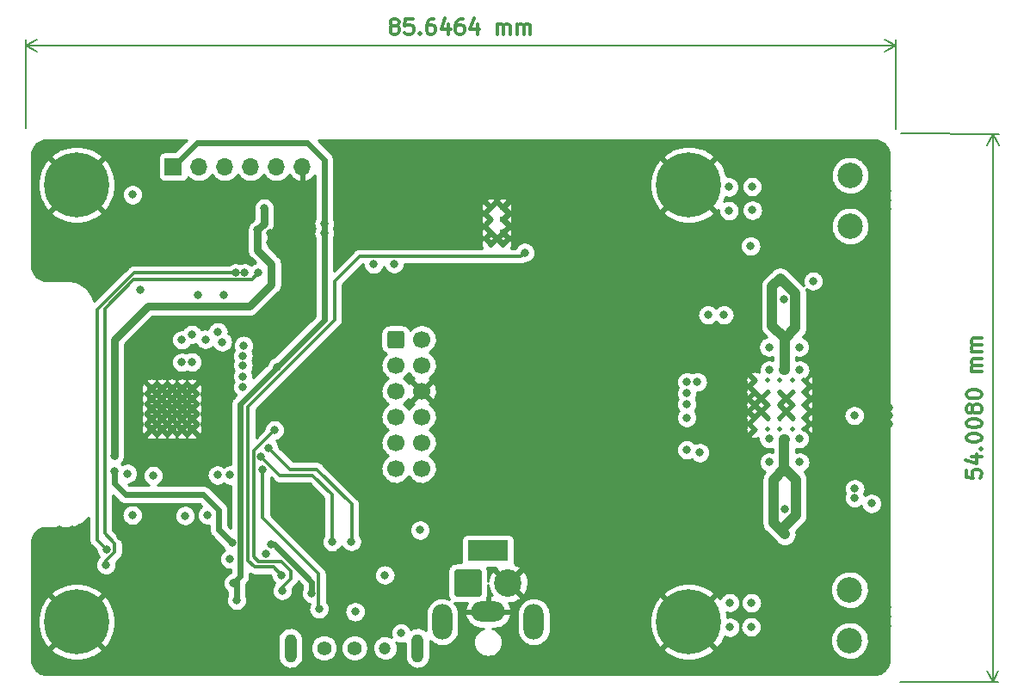
<source format=gbr>
G04 #@! TF.GenerationSoftware,KiCad,Pcbnew,(6.0.5-0)*
G04 #@! TF.CreationDate,2022-12-01T23:32:52+01:00*
G04 #@! TF.ProjectId,muVox,6d75566f-782e-46b6-9963-61645f706362,rc1*
G04 #@! TF.SameCoordinates,Original*
G04 #@! TF.FileFunction,Copper,L3,Inr*
G04 #@! TF.FilePolarity,Positive*
%FSLAX46Y46*%
G04 Gerber Fmt 4.6, Leading zero omitted, Abs format (unit mm)*
G04 Created by KiCad (PCBNEW (6.0.5-0)) date 2022-12-01 23:32:52*
%MOMM*%
%LPD*%
G01*
G04 APERTURE LIST*
G04 Aperture macros list*
%AMRoundRect*
0 Rectangle with rounded corners*
0 $1 Rounding radius*
0 $2 $3 $4 $5 $6 $7 $8 $9 X,Y pos of 4 corners*
0 Add a 4 corners polygon primitive as box body*
4,1,4,$2,$3,$4,$5,$6,$7,$8,$9,$2,$3,0*
0 Add four circle primitives for the rounded corners*
1,1,$1+$1,$2,$3*
1,1,$1+$1,$4,$5*
1,1,$1+$1,$6,$7*
1,1,$1+$1,$8,$9*
0 Add four rect primitives between the rounded corners*
20,1,$1+$1,$2,$3,$4,$5,0*
20,1,$1+$1,$4,$5,$6,$7,0*
20,1,$1+$1,$6,$7,$8,$9,0*
20,1,$1+$1,$8,$9,$2,$3,0*%
G04 Aperture macros list end*
%ADD10C,0.300000*%
G04 #@! TA.AperFunction,NonConductor*
%ADD11C,0.300000*%
G04 #@! TD*
G04 #@! TA.AperFunction,NonConductor*
%ADD12C,0.200000*%
G04 #@! TD*
G04 #@! TA.AperFunction,ComponentPad*
%ADD13R,4.000000X2.000000*%
G04 #@! TD*
G04 #@! TA.AperFunction,ComponentPad*
%ADD14O,3.300000X2.000000*%
G04 #@! TD*
G04 #@! TA.AperFunction,ComponentPad*
%ADD15O,2.000000X3.500000*%
G04 #@! TD*
G04 #@! TA.AperFunction,ComponentPad*
%ADD16RoundRect,0.250000X-0.600000X-0.600000X0.600000X-0.600000X0.600000X0.600000X-0.600000X0.600000X0*%
G04 #@! TD*
G04 #@! TA.AperFunction,ComponentPad*
%ADD17C,1.700000*%
G04 #@! TD*
G04 #@! TA.AperFunction,ComponentPad*
%ADD18C,6.400000*%
G04 #@! TD*
G04 #@! TA.AperFunction,ComponentPad*
%ADD19C,2.500000*%
G04 #@! TD*
G04 #@! TA.AperFunction,ComponentPad*
%ADD20RoundRect,0.250001X-1.099999X-1.099999X1.099999X-1.099999X1.099999X1.099999X-1.099999X1.099999X0*%
G04 #@! TD*
G04 #@! TA.AperFunction,ComponentPad*
%ADD21C,2.700000*%
G04 #@! TD*
G04 #@! TA.AperFunction,ComponentPad*
%ADD22R,1.700000X1.700000*%
G04 #@! TD*
G04 #@! TA.AperFunction,ComponentPad*
%ADD23O,1.700000X1.700000*%
G04 #@! TD*
G04 #@! TA.AperFunction,ComponentPad*
%ADD24C,0.500000*%
G04 #@! TD*
G04 #@! TA.AperFunction,ComponentPad*
%ADD25C,0.600000*%
G04 #@! TD*
G04 #@! TA.AperFunction,ComponentPad*
%ADD26C,1.400000*%
G04 #@! TD*
G04 #@! TA.AperFunction,ComponentPad*
%ADD27C,1.200000*%
G04 #@! TD*
G04 #@! TA.AperFunction,ComponentPad*
%ADD28O,1.208000X2.800000*%
G04 #@! TD*
G04 #@! TA.AperFunction,ComponentPad*
%ADD29C,0.800000*%
G04 #@! TD*
G04 #@! TA.AperFunction,ViaPad*
%ADD30C,0.800000*%
G04 #@! TD*
G04 #@! TA.AperFunction,Conductor*
%ADD31C,0.300000*%
G04 #@! TD*
G04 #@! TA.AperFunction,Conductor*
%ADD32C,0.600000*%
G04 #@! TD*
G04 #@! TA.AperFunction,Conductor*
%ADD33C,0.800000*%
G04 #@! TD*
G04 #@! TA.AperFunction,Conductor*
%ADD34C,1.000000*%
G04 #@! TD*
G04 #@! TA.AperFunction,Conductor*
%ADD35C,0.254000*%
G04 #@! TD*
G04 APERTURE END LIST*
D10*
D11*
X166305820Y-140878586D02*
X166305159Y-141592871D01*
X167019378Y-141664961D01*
X166948016Y-141593466D01*
X166876720Y-141450543D01*
X166877050Y-141093400D01*
X166948611Y-140950609D01*
X167020106Y-140879247D01*
X167163029Y-140807951D01*
X167520172Y-140808281D01*
X167662963Y-140879842D01*
X167734325Y-140951337D01*
X167805621Y-141094260D01*
X167805291Y-141451403D01*
X167733730Y-141594194D01*
X167662235Y-141665556D01*
X166807077Y-139521906D02*
X167807076Y-139522832D01*
X166235318Y-139878520D02*
X167306415Y-140236654D01*
X167307275Y-139308083D01*
X167664946Y-138736986D02*
X167736441Y-138665623D01*
X167807803Y-138737118D01*
X167736309Y-138808480D01*
X167664946Y-138736986D01*
X167807803Y-138737118D01*
X166308730Y-137735730D02*
X166308862Y-137592873D01*
X166380423Y-137450082D01*
X166451918Y-137378719D01*
X166594841Y-137307423D01*
X166880621Y-137236259D01*
X167237764Y-137236590D01*
X167523412Y-137308283D01*
X167666203Y-137379843D01*
X167737565Y-137451338D01*
X167808862Y-137594261D01*
X167808729Y-137737118D01*
X167737168Y-137879909D01*
X167665674Y-137951272D01*
X167522751Y-138022568D01*
X167236970Y-138093732D01*
X166879828Y-138093401D01*
X166594180Y-138021708D01*
X166451389Y-137950148D01*
X166380026Y-137878653D01*
X166308730Y-137735730D01*
X166310052Y-136307159D02*
X166310185Y-136164302D01*
X166381746Y-136021511D01*
X166453240Y-135950148D01*
X166596163Y-135878852D01*
X166881944Y-135807688D01*
X167239086Y-135808019D01*
X167524734Y-135879712D01*
X167667525Y-135951273D01*
X167738888Y-136022767D01*
X167810184Y-136165691D01*
X167810052Y-136308548D01*
X167738491Y-136451339D01*
X167666996Y-136522701D01*
X167524073Y-136593997D01*
X167238293Y-136665161D01*
X166881150Y-136664831D01*
X166595502Y-136593138D01*
X166452711Y-136521577D01*
X166381349Y-136450082D01*
X166310052Y-136307159D01*
X166954166Y-134950612D02*
X166882605Y-135093403D01*
X166811110Y-135164765D01*
X166668187Y-135236061D01*
X166596759Y-135235995D01*
X166453968Y-135164435D01*
X166382605Y-135092940D01*
X166311309Y-134950017D01*
X166311573Y-134664302D01*
X166383134Y-134521512D01*
X166454629Y-134450149D01*
X166597552Y-134378853D01*
X166668981Y-134378919D01*
X166811772Y-134450480D01*
X166883134Y-134521974D01*
X166954430Y-134664898D01*
X166954166Y-134950612D01*
X167025462Y-135093535D01*
X167096824Y-135165030D01*
X167239615Y-135236590D01*
X167525330Y-135236855D01*
X167668253Y-135165559D01*
X167739747Y-135094196D01*
X167811308Y-134951405D01*
X167811573Y-134665691D01*
X167740276Y-134522768D01*
X167668914Y-134451273D01*
X167526123Y-134379712D01*
X167240409Y-134379448D01*
X167097486Y-134450744D01*
X167025991Y-134522107D01*
X166954430Y-134664898D01*
X166312698Y-133450017D02*
X166312830Y-133307160D01*
X166384391Y-133164369D01*
X166455885Y-133093007D01*
X166598809Y-133021711D01*
X166884589Y-132950547D01*
X167241732Y-132950877D01*
X167527380Y-133022570D01*
X167670170Y-133094131D01*
X167741533Y-133165626D01*
X167812829Y-133308549D01*
X167812697Y-133451406D01*
X167741136Y-133594197D01*
X167669641Y-133665559D01*
X167526718Y-133736856D01*
X167240938Y-133808020D01*
X166883795Y-133807689D01*
X166598147Y-133735996D01*
X166455356Y-133664435D01*
X166383994Y-133592941D01*
X166312698Y-133450017D01*
X167814813Y-131165693D02*
X166814813Y-131164767D01*
X166957671Y-131164899D02*
X166886308Y-131093404D01*
X166815012Y-130950481D01*
X166815210Y-130736196D01*
X166886771Y-130593405D01*
X167029694Y-130522108D01*
X167815408Y-130522836D01*
X167029694Y-130522108D02*
X166886903Y-130450548D01*
X166815607Y-130307624D01*
X166815805Y-130093339D01*
X166887366Y-129950548D01*
X167030289Y-129879252D01*
X167816003Y-129879979D01*
X167816665Y-129165694D02*
X166816665Y-129164768D01*
X166959522Y-129164900D02*
X166888160Y-129093405D01*
X166816863Y-128950482D01*
X166817062Y-128736196D01*
X166888623Y-128593406D01*
X167031546Y-128522109D01*
X167817260Y-128522837D01*
X167031546Y-128522109D02*
X166888755Y-128450548D01*
X166817459Y-128307625D01*
X166817657Y-128093340D01*
X166889218Y-127950549D01*
X167032141Y-127879252D01*
X167817855Y-127879980D01*
D12*
X159890100Y-107725763D02*
X169544355Y-107734701D01*
X159840100Y-161733763D02*
X169494355Y-161742701D01*
X168957935Y-107734158D02*
X168907935Y-161742158D01*
X168957935Y-107734158D02*
X168907935Y-161742158D01*
X168957935Y-107734158D02*
X168370472Y-108860118D01*
X168957935Y-107734158D02*
X169543313Y-108861204D01*
X168907935Y-161742158D02*
X169495398Y-160616198D01*
X168907935Y-161742158D02*
X168322557Y-160615112D01*
D10*
D11*
X109927694Y-97064988D02*
X109784861Y-96993510D01*
X109713457Y-96922057D01*
X109642077Y-96779176D01*
X109642102Y-96707747D01*
X109713579Y-96564914D01*
X109785032Y-96493510D01*
X109927914Y-96422130D01*
X110213628Y-96422228D01*
X110356461Y-96493706D01*
X110427865Y-96565159D01*
X110499245Y-96708040D01*
X110499220Y-96779469D01*
X110427743Y-96922301D01*
X110356290Y-96993706D01*
X110213408Y-97065085D01*
X109927694Y-97064988D01*
X109784812Y-97136367D01*
X109713359Y-97207771D01*
X109641882Y-97350604D01*
X109641784Y-97636318D01*
X109713164Y-97779200D01*
X109784568Y-97850653D01*
X109927401Y-97922130D01*
X110213115Y-97922228D01*
X110355996Y-97850848D01*
X110427449Y-97779444D01*
X110498927Y-97636612D01*
X110499025Y-97350897D01*
X110427645Y-97208016D01*
X110356241Y-97136563D01*
X110213408Y-97065085D01*
X111856485Y-96422790D02*
X111142199Y-96422546D01*
X111070526Y-97136807D01*
X111141979Y-97065403D01*
X111284861Y-96994023D01*
X111642004Y-96994145D01*
X111784837Y-97065623D01*
X111856241Y-97137076D01*
X111927620Y-97279957D01*
X111927498Y-97637100D01*
X111856021Y-97779933D01*
X111784568Y-97851337D01*
X111641686Y-97922717D01*
X111284543Y-97922595D01*
X111141711Y-97851117D01*
X111070307Y-97779664D01*
X112570306Y-97780177D02*
X112641711Y-97851630D01*
X112570258Y-97923034D01*
X112498853Y-97851581D01*
X112570306Y-97780177D01*
X112570258Y-97923034D01*
X113927914Y-96423499D02*
X113642199Y-96423401D01*
X113499318Y-96494781D01*
X113427865Y-96566185D01*
X113284934Y-96780422D01*
X113213408Y-97066112D01*
X113213212Y-97637540D01*
X113284592Y-97780422D01*
X113355996Y-97851875D01*
X113498829Y-97923352D01*
X113784543Y-97923450D01*
X113927425Y-97852070D01*
X113998878Y-97780666D01*
X114070355Y-97637833D01*
X114070477Y-97280691D01*
X113999098Y-97137809D01*
X113927694Y-97066356D01*
X113784861Y-96994879D01*
X113499147Y-96994781D01*
X113356265Y-97066160D01*
X113284812Y-97137565D01*
X113213335Y-97280397D01*
X115356314Y-96923988D02*
X115355972Y-97923987D01*
X114999366Y-96352437D02*
X114641857Y-97423743D01*
X115570428Y-97424061D01*
X116785056Y-96424476D02*
X116499342Y-96424379D01*
X116356460Y-96495758D01*
X116285007Y-96567162D01*
X116142077Y-96781399D01*
X116070551Y-97067089D01*
X116070355Y-97638518D01*
X116141735Y-97781399D01*
X116213139Y-97852852D01*
X116355972Y-97924330D01*
X116641686Y-97924427D01*
X116784567Y-97853048D01*
X116856020Y-97781643D01*
X116927498Y-97638811D01*
X116927620Y-97281668D01*
X116856240Y-97138786D01*
X116784836Y-97067333D01*
X116642004Y-96995856D01*
X116356289Y-96995758D01*
X116213408Y-97067138D01*
X116141955Y-97138542D01*
X116070477Y-97281375D01*
X118213457Y-96924965D02*
X118213114Y-97924965D01*
X117856509Y-96353414D02*
X117499000Y-97424721D01*
X118427571Y-97425038D01*
X120141686Y-97925625D02*
X120142028Y-96925625D01*
X120141979Y-97068482D02*
X120213432Y-96997078D01*
X120356314Y-96925698D01*
X120570599Y-96925771D01*
X120713432Y-96997249D01*
X120784812Y-97140130D01*
X120784543Y-97925845D01*
X120784812Y-97140130D02*
X120856289Y-96997298D01*
X120999171Y-96925918D01*
X121213456Y-96925991D01*
X121356289Y-96997469D01*
X121427669Y-97140350D01*
X121427400Y-97926065D01*
X122141686Y-97926309D02*
X122142028Y-96926309D01*
X122141979Y-97069166D02*
X122213432Y-96997762D01*
X122356313Y-96926382D01*
X122570599Y-96926456D01*
X122713432Y-96997933D01*
X122784812Y-97140815D01*
X122784543Y-97926529D01*
X122784812Y-97140815D02*
X122856289Y-96997982D01*
X122999171Y-96926602D01*
X123213456Y-96926675D01*
X123356289Y-96998153D01*
X123427669Y-97141035D01*
X123427400Y-97926749D01*
D12*
X73743891Y-107196000D02*
X73746885Y-98444762D01*
X159390271Y-107225300D02*
X159393265Y-98474062D01*
X73746684Y-99031182D02*
X159393064Y-99060482D01*
X73746684Y-99031182D02*
X159393064Y-99060482D01*
X73746684Y-99031182D02*
X74872987Y-99617988D01*
X73746684Y-99031182D02*
X74873388Y-98445147D01*
X159393064Y-99060482D02*
X158266761Y-98473676D01*
X159393064Y-99060482D02*
X158266360Y-99646517D01*
D13*
X119260100Y-148789300D03*
D14*
X119260100Y-154789300D03*
D15*
X114760100Y-155789300D03*
X123760100Y-155789300D03*
D16*
X110187600Y-128004300D03*
D17*
X112727600Y-128004300D03*
X110187600Y-130544300D03*
X112727600Y-130544300D03*
X110187600Y-133084300D03*
X112727600Y-133084300D03*
X110187600Y-135624300D03*
X112727600Y-135624300D03*
X110187600Y-138164300D03*
X112727600Y-138164300D03*
X110187600Y-140704300D03*
X112727600Y-140704300D03*
D18*
X78770100Y-155779300D03*
D19*
X154840100Y-157629300D03*
X154840100Y-152629300D03*
D20*
X117270100Y-151954300D03*
D21*
X121230100Y-151954300D03*
D18*
X78770100Y-112759300D03*
D22*
X88290100Y-110979300D03*
D23*
X90830100Y-110979300D03*
X93370100Y-110979300D03*
X95910100Y-110979300D03*
X98450100Y-110979300D03*
X100990100Y-110979300D03*
D24*
X145482950Y-136848950D03*
X149191350Y-133140550D03*
X150359750Y-135680550D03*
X147921350Y-135680550D03*
X147921350Y-131972150D03*
X147921350Y-136848950D03*
X147921350Y-133140550D03*
X146752950Y-131972150D03*
X146752950Y-133140550D03*
X146752950Y-134410550D03*
X145482950Y-131972150D03*
X150359750Y-133140550D03*
X149191350Y-134410550D03*
X149191350Y-136848950D03*
X145482950Y-134410550D03*
X149191350Y-131972150D03*
X147921350Y-134410550D03*
X145482950Y-135680550D03*
X146752950Y-135680550D03*
X150359750Y-136848950D03*
X150359750Y-131972150D03*
X149191350Y-135680550D03*
X146752950Y-136848950D03*
X150359750Y-134410550D03*
X145482950Y-133140550D03*
D25*
X119522600Y-116161800D03*
X120722600Y-118561800D03*
X120722600Y-116161800D03*
X119522600Y-114961800D03*
X120722600Y-114961800D03*
X119522600Y-118561800D03*
X119522600Y-117461800D03*
X120722600Y-117461800D03*
D26*
X103120400Y-158362800D03*
X106120400Y-158362800D03*
D27*
X109120400Y-158362800D03*
D28*
X99820400Y-158362800D03*
X112320400Y-158362800D03*
D18*
X139000000Y-112759300D03*
D29*
X87140100Y-134810550D03*
X86140100Y-132810550D03*
X86140100Y-135810550D03*
X89140100Y-133810550D03*
X87140100Y-133810550D03*
X88140100Y-135810550D03*
X89140100Y-136810550D03*
X87140100Y-132810550D03*
X86140100Y-134810550D03*
X90140100Y-136810550D03*
X89140100Y-134810550D03*
X86140100Y-133810550D03*
X88140100Y-133810550D03*
X89140100Y-132810550D03*
X90140100Y-133810550D03*
X88140100Y-134810550D03*
X90140100Y-132810550D03*
X88140100Y-136810550D03*
X89140100Y-135810550D03*
X87140100Y-135810550D03*
X86140100Y-136810550D03*
X87140100Y-136810550D03*
X90140100Y-134810550D03*
X90140100Y-135810550D03*
X88140100Y-132810550D03*
D19*
X154890100Y-111829300D03*
X154890100Y-116829300D03*
D18*
X139000000Y-155779300D03*
D30*
X157640100Y-113382700D03*
X127814900Y-113148100D03*
X126443300Y-119839300D03*
X98715100Y-118429300D03*
X157640100Y-114282700D03*
X97815100Y-117529300D03*
X107755700Y-114302100D03*
X129491300Y-136168100D03*
X83108800Y-147421600D03*
X158020000Y-123740000D03*
X114750000Y-148975000D03*
X156640000Y-123730000D03*
X129491300Y-134368100D03*
X111355700Y-114302100D03*
X109555700Y-112491100D03*
X106855700Y-114305500D03*
X130391300Y-136168100D03*
X140490000Y-136413910D03*
X158725000Y-135475000D03*
X133087100Y-136182500D03*
X152840100Y-128729300D03*
X158540100Y-154379300D03*
X132187100Y-133482500D03*
X129491300Y-133468100D03*
X152490100Y-123679300D03*
X132187100Y-136182500D03*
X156740100Y-156182700D03*
X108655700Y-112487700D03*
X128727200Y-114071400D03*
X138887200Y-140893800D03*
X99775000Y-154225000D03*
X127811500Y-112248100D03*
X158725000Y-136325000D03*
X133087100Y-133482500D03*
X94190100Y-114029300D03*
X107755700Y-115202100D03*
X157640100Y-155282700D03*
X158540100Y-115179300D03*
X128272100Y-119839300D03*
X109555700Y-115205500D03*
X148410100Y-124069300D03*
X129616200Y-113157000D03*
X131287900Y-132568100D03*
X130391300Y-137068100D03*
X133087100Y-137082500D03*
X107755700Y-112487700D03*
X101325000Y-148075000D03*
X110455700Y-115202100D03*
X106855700Y-115205500D03*
X126911500Y-112248100D03*
X158700000Y-134675000D03*
X151390100Y-123679300D03*
X133087100Y-134382500D03*
X127372100Y-119839300D03*
X129612800Y-112257000D03*
X78333600Y-146710400D03*
X140490000Y-134660000D03*
X156740100Y-114282700D03*
X156740100Y-154382700D03*
X111355700Y-112487700D03*
X105235800Y-153983400D03*
X98715100Y-117529300D03*
X158540100Y-114279300D03*
X110455700Y-112487700D03*
X89281000Y-148259800D03*
X106855700Y-112491100D03*
X100950000Y-154200000D03*
X107755700Y-113387700D03*
X156740100Y-155282700D03*
X127814900Y-114048100D03*
X109555700Y-113391100D03*
X108655700Y-114302100D03*
X130391300Y-134368100D03*
X158540100Y-155279300D03*
X77114400Y-146735800D03*
X109555700Y-114305500D03*
X108655700Y-113387700D03*
X131291300Y-133468100D03*
X156740100Y-115182700D03*
X158540100Y-113379300D03*
X111355700Y-113387700D03*
X125594100Y-119839300D03*
X153600000Y-123700000D03*
X104709434Y-148905434D03*
X113800000Y-148975000D03*
X148444760Y-144683976D03*
X157330000Y-124370000D03*
X114808000Y-143510000D03*
X111355700Y-115202100D03*
X129616200Y-114071400D03*
X131291300Y-136168100D03*
X133083700Y-135282500D03*
X132183700Y-132582500D03*
X110455700Y-114302100D03*
X157640100Y-115182700D03*
X156740100Y-113382700D03*
X129487900Y-132568100D03*
X126914900Y-114048100D03*
X110846200Y-149308000D03*
X131291300Y-134368100D03*
X105896200Y-153272200D03*
X131291300Y-137068100D03*
X130391300Y-133468100D03*
X129487900Y-135268100D03*
X88442800Y-148894800D03*
X116840000Y-125984000D03*
X129491300Y-137068100D03*
X132183700Y-135282500D03*
X99615100Y-118425900D03*
X157640100Y-156182700D03*
X132187100Y-137082500D03*
X132187100Y-134382500D03*
X130387900Y-135268100D03*
X133083700Y-132582500D03*
X110455700Y-113387700D03*
X130387900Y-132568100D03*
X99615100Y-117525900D03*
X113895700Y-117858100D03*
X126914900Y-113148100D03*
X128712800Y-112257000D03*
X128716200Y-113157000D03*
X108655700Y-115202100D03*
X131287900Y-135268100D03*
X97815100Y-118429300D03*
X106855700Y-113391100D03*
X158540100Y-156179300D03*
X157640100Y-154382700D03*
X106172000Y-154787600D03*
X99000897Y-152712939D03*
X98264600Y-136908100D03*
X108015100Y-120569120D03*
X98531500Y-130687900D03*
X94513400Y-153670000D03*
X156982600Y-144136800D03*
X110015100Y-120529300D03*
X103140100Y-117529300D03*
X145110200Y-118793410D03*
X94221184Y-151971716D03*
X140901220Y-125568110D03*
X103140100Y-116554300D03*
X155290100Y-135479300D03*
X151240100Y-122229300D03*
X82500000Y-139400000D03*
X96600000Y-117200000D03*
X101930200Y-152984200D03*
X82490100Y-140979300D03*
X97235358Y-115054302D03*
X97925000Y-148175000D03*
X94090600Y-148031200D03*
X84250000Y-145275000D03*
X84290100Y-113729300D03*
X83790100Y-141179300D03*
X112575000Y-146750000D03*
X110700000Y-156895800D03*
X148394320Y-130978310D03*
X148419720Y-128692310D03*
X148419720Y-127701710D03*
X148394320Y-140071510D03*
X148669856Y-122629544D03*
X148419720Y-137785510D03*
X148394320Y-140960510D03*
X148010100Y-121969789D03*
X148463720Y-147183310D03*
X148530100Y-146299300D03*
X86300000Y-141375000D03*
X109109200Y-151181200D03*
X146921120Y-140071510D03*
X146895720Y-137760110D03*
X145180100Y-153919300D03*
X143052800Y-153898600D03*
X146895720Y-128733310D03*
X146921120Y-131003710D03*
X145280100Y-115259300D03*
X142976600Y-115316000D03*
X149892920Y-137760110D03*
X143060100Y-156319300D03*
X149918320Y-140071510D03*
X145130100Y-156279300D03*
X149892920Y-128733310D03*
X149918320Y-131003710D03*
X142970100Y-112969300D03*
X145250100Y-112929300D03*
X102625000Y-154525000D03*
X97091794Y-140791794D03*
X138818520Y-135677310D03*
X103922900Y-147901700D03*
X96925000Y-139500000D03*
X95150500Y-130507300D03*
X105827400Y-147886800D03*
X95150500Y-129592900D03*
X97639700Y-138635300D03*
X138818520Y-134381910D03*
X85040100Y-123129300D03*
X95325000Y-121425000D03*
X155328520Y-143576710D03*
X155346803Y-142677393D03*
X93118500Y-128221300D03*
X92640100Y-141329300D03*
X138843920Y-132172110D03*
X95201300Y-128576900D03*
X93890100Y-141329300D03*
X138818520Y-133289710D03*
X139859920Y-132172110D03*
X92690100Y-127229300D03*
X90140100Y-130203320D03*
X95136589Y-131610989D03*
X140092628Y-139127601D03*
X90140100Y-127479300D03*
X89140100Y-128029300D03*
X95150500Y-132640900D03*
X138796532Y-138856811D03*
X89141064Y-130233855D03*
X93878400Y-149606000D03*
X91442100Y-127967300D03*
X97425000Y-149075000D03*
X91670692Y-145264693D03*
X81675000Y-150175000D03*
X96667231Y-121417231D03*
X81750000Y-148675000D03*
X94411800Y-121425000D03*
X90758897Y-123621231D03*
X89458800Y-145338800D03*
X122865100Y-119429800D03*
X98958400Y-151206200D03*
X93292374Y-123622185D03*
X142476220Y-125568110D03*
D31*
X99000897Y-152408303D02*
X99000897Y-152712939D01*
X99847400Y-150774400D02*
X99847400Y-151561800D01*
X96672400Y-149834600D02*
X98907600Y-149834600D01*
X98907600Y-149834600D02*
X99847400Y-150774400D01*
X96217300Y-138955400D02*
X96217300Y-149379500D01*
X99000897Y-152408303D02*
X99847400Y-151561800D01*
X96217300Y-138955400D02*
X98264600Y-136908100D01*
X96217300Y-149379500D02*
X96672400Y-149834600D01*
D32*
X101490100Y-108629300D02*
X103090100Y-110229300D01*
X103140100Y-110279300D02*
X103140100Y-116554300D01*
X90640100Y-108629300D02*
X101240100Y-108629300D01*
X101240100Y-108629300D02*
X101490100Y-108629300D01*
X103140100Y-126079300D02*
X103140100Y-117529300D01*
X94890100Y-148179300D02*
X94890100Y-134329300D01*
X94890100Y-151312100D02*
X94890100Y-148179300D01*
X103140100Y-116554300D02*
X103140100Y-117529300D01*
X94538800Y-153644600D02*
X94538800Y-151663400D01*
X94513400Y-153670000D02*
X94538800Y-153644600D01*
X88290100Y-110979300D02*
X90640100Y-108629300D01*
X94890100Y-151302800D02*
X94890100Y-148179300D01*
X103090100Y-110229300D02*
X103140100Y-110279300D01*
X94538800Y-151663400D02*
X94890100Y-151312100D01*
X94221184Y-151971716D02*
X94890100Y-151302800D01*
X94890100Y-134329300D02*
X98531500Y-130687900D01*
X98531500Y-130687900D02*
X103140100Y-126079300D01*
D33*
X97235358Y-115054302D02*
X97235358Y-116564642D01*
X85800000Y-124700000D02*
X82500000Y-128000000D01*
X82500000Y-128000000D02*
X82500000Y-139400000D01*
D32*
X98238600Y-148175000D02*
X101930200Y-151866600D01*
X94090600Y-148031200D02*
X92750000Y-146690600D01*
X92750000Y-146690600D02*
X92750000Y-144775000D01*
D33*
X97235358Y-116564642D02*
X96600000Y-117200000D01*
D32*
X82490100Y-142180100D02*
X82490100Y-140979300D01*
D33*
X97950000Y-120550000D02*
X97950000Y-122550000D01*
X95800000Y-124700000D02*
X85800000Y-124700000D01*
D32*
X92750000Y-144775000D02*
X91231000Y-143256000D01*
D33*
X97950000Y-122550000D02*
X95800000Y-124700000D01*
D32*
X101930200Y-151866600D02*
X101930200Y-152984200D01*
X91231000Y-143256000D02*
X83566000Y-143256000D01*
D33*
X96600000Y-117200000D02*
X96600000Y-119200000D01*
D32*
X83566000Y-143256000D02*
X82490100Y-142180100D01*
D33*
X96600000Y-119200000D02*
X97950000Y-120550000D01*
D32*
X97925000Y-148175000D02*
X98238600Y-148175000D01*
D34*
X148419720Y-129868920D02*
X148419720Y-130952910D01*
X148419720Y-128839680D02*
X148419720Y-127858920D01*
X148419720Y-127949680D02*
X149509611Y-126859789D01*
X148419720Y-127858920D02*
X147210100Y-126649300D01*
X149509611Y-126859789D02*
X149509611Y-123469300D01*
X147345249Y-141774151D02*
X147345249Y-146064839D01*
X147210100Y-122769789D02*
X148010100Y-121969789D01*
X148419720Y-130952910D02*
X148394320Y-130978310D01*
X148394320Y-140071510D02*
X148394320Y-140725080D01*
X147345249Y-146064839D02*
X148463720Y-147183310D01*
X148419720Y-129868920D02*
X148419720Y-127949680D01*
X148394320Y-140071510D02*
X148394320Y-140960510D01*
X149509611Y-123469300D02*
X148669856Y-122629544D01*
X147210100Y-126649300D02*
X147210100Y-122769789D01*
X149544271Y-141783471D02*
X149544271Y-145285129D01*
X148010100Y-121969789D02*
X148010101Y-121969789D01*
X148394320Y-137857720D02*
X148419720Y-137832320D01*
X148394320Y-140071510D02*
X148394320Y-140633520D01*
X149544271Y-145285129D02*
X148530100Y-146299300D01*
X148010101Y-121969789D02*
X148669856Y-122629544D01*
X148419720Y-128692310D02*
X148419720Y-127701710D01*
X148394320Y-140633520D02*
X149544271Y-141783471D01*
X148419720Y-128692310D02*
X148419720Y-128839680D01*
X148419720Y-128839680D02*
X148419720Y-129868920D01*
X148394320Y-140071510D02*
X148394320Y-137857720D01*
X148394320Y-140725080D02*
X147345249Y-141774151D01*
D31*
X102600000Y-151075000D02*
X97091794Y-145566794D01*
X97091794Y-145566794D02*
X97091794Y-140791794D01*
X102600000Y-154500000D02*
X102600000Y-151075000D01*
X102625000Y-154525000D02*
X102600000Y-154500000D01*
X103888100Y-143227300D02*
X103888100Y-147866900D01*
X103888100Y-147866900D02*
X103922900Y-147901700D01*
X98779300Y-141354300D02*
X102015100Y-141354300D01*
X102015100Y-141354300D02*
X103888100Y-143227300D01*
X96925000Y-139500000D02*
X98779300Y-141354300D01*
X97639700Y-138635300D02*
X99773300Y-140768900D01*
X105865100Y-147849100D02*
X105827400Y-147886800D01*
X99773300Y-140768900D02*
X102414900Y-140768900D01*
X105865100Y-144219100D02*
X105865100Y-147849100D01*
X102414900Y-140768900D02*
X105865100Y-144219100D01*
X81675000Y-150175000D02*
X81675000Y-149800000D01*
X81675000Y-149800000D02*
X82525000Y-148950000D01*
X81536100Y-147086100D02*
X81536100Y-124919300D01*
X96009962Y-122074500D02*
X96667231Y-121417231D01*
X82525000Y-148075000D02*
X81536100Y-147086100D01*
X84380900Y-122074500D02*
X96009962Y-122074500D01*
X81536100Y-124919300D02*
X84380900Y-122074500D01*
X82525000Y-148950000D02*
X82525000Y-148075000D01*
X80774100Y-125071700D02*
X84431700Y-121414100D01*
X80774100Y-146001300D02*
X80774100Y-125071700D01*
X80772000Y-146003400D02*
X80774100Y-146001300D01*
X81750000Y-148675000D02*
X80772000Y-147697000D01*
X84431700Y-121414100D02*
X94400900Y-121414100D01*
X80772000Y-147697000D02*
X80772000Y-146003400D01*
X94400900Y-121414100D02*
X94411800Y-121425000D01*
X98145600Y-150393400D02*
X98958400Y-151206200D01*
X106631300Y-119788500D02*
X104190100Y-122229700D01*
X122506400Y-119788500D02*
X106631300Y-119788500D01*
X95658500Y-149760500D02*
X96291400Y-150393400D01*
X96291400Y-150393400D02*
X98145600Y-150393400D01*
X104190100Y-126039700D02*
X95658500Y-134571300D01*
X122865100Y-119429800D02*
X122506400Y-119788500D01*
X104190100Y-122229700D02*
X104190100Y-126039700D01*
X95658500Y-134571300D02*
X95658500Y-149760500D01*
D35*
X128932500Y-119229700D02*
X124258900Y-119229700D01*
X123598500Y-118620100D01*
X123510639Y-118620100D01*
X123395913Y-118536746D01*
X123373101Y-118523575D01*
X123198637Y-118445899D01*
X123173585Y-118437759D01*
X122986784Y-118398053D01*
X122960587Y-118395300D01*
X122769613Y-118395300D01*
X122743416Y-118398053D01*
X122556615Y-118437759D01*
X122531563Y-118445899D01*
X122357099Y-118523575D01*
X122334287Y-118536746D01*
X122179786Y-118648998D01*
X122160211Y-118666624D01*
X122032424Y-118808546D01*
X122016941Y-118829856D01*
X121921454Y-118995244D01*
X121917556Y-119004000D01*
X121550212Y-119004000D01*
X121550744Y-119003199D01*
X121563584Y-118978216D01*
X121627956Y-118808757D01*
X121634942Y-118781548D01*
X121660170Y-118602038D01*
X121661384Y-118586262D01*
X121661701Y-118563559D01*
X121660928Y-118547755D01*
X121640722Y-118367611D01*
X121634498Y-118340219D01*
X121574883Y-118169028D01*
X121562748Y-118143698D01*
X121554001Y-118129699D01*
X121500941Y-118082527D01*
X121430801Y-118071530D01*
X121365851Y-118100200D01*
X121358050Y-118107370D01*
X120722600Y-118742819D01*
X120211695Y-118231915D01*
X120149383Y-118197890D01*
X120078567Y-118202955D01*
X120033505Y-118231915D01*
X119522600Y-118742819D01*
X118886345Y-118106565D01*
X118824033Y-118072540D01*
X118753217Y-118077605D01*
X118696382Y-118120152D01*
X118691344Y-118127398D01*
X118688379Y-118131998D01*
X118675884Y-118157167D01*
X118613885Y-118327509D01*
X118607280Y-118354811D01*
X118584560Y-118534655D01*
X118584167Y-118562742D01*
X118601856Y-118743151D01*
X118607697Y-118770628D01*
X118664916Y-118942634D01*
X118676698Y-118968134D01*
X118698419Y-119004000D01*
X106713356Y-119004000D01*
X106689805Y-119001774D01*
X106618973Y-119004000D01*
X106589868Y-119004000D01*
X106574071Y-119004994D01*
X106569674Y-119005550D01*
X106523512Y-119007000D01*
X106492316Y-119011941D01*
X106471728Y-119017923D01*
X106450445Y-119020611D01*
X106419852Y-119028466D01*
X106376894Y-119045475D01*
X106332548Y-119058358D01*
X106303560Y-119070902D01*
X106285101Y-119081819D01*
X106265162Y-119089713D01*
X106237483Y-119104929D01*
X106200113Y-119132080D01*
X106160353Y-119155594D01*
X106135398Y-119174952D01*
X106120234Y-119190116D01*
X106102882Y-119202723D01*
X106079858Y-119224344D01*
X106050413Y-119259937D01*
X106029850Y-119280500D01*
X104074600Y-119280500D01*
X104074600Y-117985017D01*
X119208690Y-117985017D01*
X119213755Y-118055833D01*
X119242715Y-118100895D01*
X119433504Y-118291685D01*
X119495816Y-118325710D01*
X119566632Y-118320646D01*
X119611696Y-118291685D01*
X119802485Y-118100895D01*
X119836510Y-118038583D01*
X119832679Y-117985017D01*
X120408690Y-117985017D01*
X120413755Y-118055833D01*
X120442715Y-118100895D01*
X120633504Y-118291685D01*
X120695816Y-118325710D01*
X120766632Y-118320646D01*
X120811696Y-118291685D01*
X121002485Y-118100895D01*
X121036510Y-118038583D01*
X121031445Y-117967767D01*
X121002485Y-117922705D01*
X120811696Y-117731915D01*
X120749384Y-117697890D01*
X120678568Y-117702954D01*
X120633504Y-117731915D01*
X120442715Y-117922705D01*
X120408690Y-117985017D01*
X119832679Y-117985017D01*
X119831445Y-117967767D01*
X119802485Y-117922705D01*
X119611696Y-117731915D01*
X119549384Y-117697890D01*
X119478568Y-117702954D01*
X119433504Y-117731915D01*
X119242715Y-117922705D01*
X119208690Y-117985017D01*
X104074600Y-117985017D01*
X104074600Y-117979697D01*
X104083746Y-117963856D01*
X104094460Y-117939792D01*
X104153475Y-117758164D01*
X104158952Y-117732398D01*
X104178914Y-117542470D01*
X104178914Y-117516130D01*
X104173303Y-117462742D01*
X118584167Y-117462742D01*
X118601856Y-117643151D01*
X118607697Y-117670628D01*
X118664916Y-117842634D01*
X118676699Y-117868135D01*
X118690977Y-117891710D01*
X118743375Y-117939616D01*
X118813355Y-117951588D01*
X118878699Y-117923826D01*
X118887847Y-117915533D01*
X119252485Y-117550896D01*
X119286510Y-117488583D01*
X119281446Y-117417768D01*
X119252485Y-117372704D01*
X118886345Y-117006565D01*
X118824033Y-116972540D01*
X118753217Y-116977605D01*
X118696382Y-117020152D01*
X118691344Y-117027398D01*
X118688379Y-117031998D01*
X118675884Y-117057167D01*
X118613885Y-117227509D01*
X118607280Y-117254811D01*
X118584560Y-117434655D01*
X118584167Y-117462742D01*
X104173303Y-117462742D01*
X104158952Y-117326202D01*
X104153475Y-117300436D01*
X104094460Y-117118808D01*
X104083746Y-117094744D01*
X104074600Y-117078903D01*
X104074600Y-117004697D01*
X104083746Y-116988856D01*
X104094460Y-116964792D01*
X104152873Y-116785017D01*
X119108690Y-116785017D01*
X119113755Y-116855832D01*
X119142715Y-116900895D01*
X119433504Y-117191685D01*
X120033504Y-117791684D01*
X120095817Y-117825709D01*
X120166632Y-117820645D01*
X120211695Y-117791685D01*
X120568364Y-117435017D01*
X120958690Y-117435017D01*
X120963754Y-117505832D01*
X120992715Y-117550896D01*
X121358817Y-117916997D01*
X121421129Y-117951022D01*
X121491945Y-117945957D01*
X121548780Y-117903410D01*
X121565700Y-117872645D01*
X121627956Y-117708757D01*
X121634942Y-117681548D01*
X121660170Y-117502038D01*
X121661384Y-117486262D01*
X121661701Y-117463559D01*
X121660928Y-117447755D01*
X121640722Y-117267611D01*
X121634498Y-117240219D01*
X121574883Y-117069028D01*
X121562748Y-117043698D01*
X121554001Y-117029699D01*
X121500941Y-116982527D01*
X121430801Y-116971530D01*
X121365851Y-117000200D01*
X121358050Y-117007370D01*
X120992715Y-117372704D01*
X120958690Y-117435017D01*
X120568364Y-117435017D01*
X120811695Y-117191686D01*
X121102484Y-116900896D01*
X121136509Y-116838583D01*
X121131445Y-116767768D01*
X121102485Y-116722705D01*
X120541580Y-116161800D01*
X120568363Y-116135017D01*
X120958690Y-116135017D01*
X120963754Y-116205832D01*
X120992715Y-116250896D01*
X121358817Y-116616997D01*
X121421129Y-116651022D01*
X121491945Y-116645957D01*
X121548780Y-116603410D01*
X121565700Y-116572645D01*
X121627956Y-116408757D01*
X121634942Y-116381548D01*
X121660170Y-116202038D01*
X121661384Y-116186262D01*
X121661701Y-116163559D01*
X121660928Y-116147755D01*
X121640722Y-115967611D01*
X121634498Y-115940219D01*
X121574883Y-115769028D01*
X121562748Y-115743698D01*
X121554001Y-115729699D01*
X121500941Y-115682527D01*
X121430801Y-115671530D01*
X121365851Y-115700200D01*
X121358050Y-115707370D01*
X120992715Y-116072704D01*
X120958690Y-116135017D01*
X120568363Y-116135017D01*
X120811695Y-115891685D01*
X121052484Y-115650895D01*
X121086510Y-115588583D01*
X121081445Y-115517768D01*
X121052485Y-115472705D01*
X120514798Y-114935017D01*
X120958690Y-114935017D01*
X120963754Y-115005832D01*
X120992715Y-115050896D01*
X121358817Y-115416997D01*
X121421129Y-115451022D01*
X121491945Y-115445957D01*
X121548780Y-115403410D01*
X121565700Y-115372645D01*
X121627956Y-115208757D01*
X121634942Y-115181548D01*
X121660170Y-115002038D01*
X121661384Y-114986262D01*
X121661701Y-114963559D01*
X121660928Y-114947755D01*
X121640722Y-114767611D01*
X121634498Y-114740219D01*
X121574883Y-114569028D01*
X121562748Y-114543698D01*
X121554001Y-114529699D01*
X121500941Y-114482527D01*
X121430801Y-114471530D01*
X121365851Y-114500200D01*
X121358050Y-114507370D01*
X120992715Y-114872704D01*
X120958690Y-114935017D01*
X120514798Y-114935017D01*
X120452486Y-114872705D01*
X120211696Y-114631916D01*
X120149383Y-114597891D01*
X120078568Y-114602955D01*
X120033505Y-114631915D01*
X119433505Y-115231914D01*
X119192716Y-115472704D01*
X119158691Y-115535017D01*
X119163755Y-115605832D01*
X119192715Y-115650895D01*
X119703620Y-116161800D01*
X119433505Y-116431915D01*
X119142716Y-116722705D01*
X119108690Y-116785017D01*
X104152873Y-116785017D01*
X104153475Y-116783164D01*
X104158952Y-116757398D01*
X104178914Y-116567470D01*
X104178914Y-116541130D01*
X104158952Y-116351202D01*
X104153475Y-116325436D01*
X104100612Y-116162742D01*
X118584167Y-116162742D01*
X118601856Y-116343151D01*
X118607697Y-116370628D01*
X118664916Y-116542634D01*
X118676699Y-116568135D01*
X118690977Y-116591710D01*
X118743375Y-116639616D01*
X118813355Y-116651588D01*
X118878699Y-116623826D01*
X118887847Y-116615533D01*
X119252485Y-116250896D01*
X119286510Y-116188583D01*
X119281446Y-116117768D01*
X119252485Y-116072704D01*
X118886345Y-115706565D01*
X118824033Y-115672540D01*
X118753217Y-115677605D01*
X118696382Y-115720152D01*
X118691344Y-115727398D01*
X118688379Y-115731998D01*
X118675884Y-115757167D01*
X118613885Y-115927509D01*
X118607280Y-115954811D01*
X118584560Y-116134655D01*
X118584167Y-116162742D01*
X104100612Y-116162742D01*
X104094460Y-116143808D01*
X104083746Y-116119744D01*
X104074600Y-116103903D01*
X104074600Y-114962742D01*
X118584167Y-114962742D01*
X118601856Y-115143151D01*
X118607697Y-115170628D01*
X118664916Y-115342634D01*
X118676699Y-115368135D01*
X118690977Y-115391710D01*
X118743375Y-115439616D01*
X118813355Y-115451588D01*
X118878699Y-115423826D01*
X118887847Y-115415533D01*
X119252485Y-115050896D01*
X119286510Y-114988583D01*
X119281446Y-114917768D01*
X119252485Y-114872704D01*
X118886345Y-114506565D01*
X118824033Y-114472540D01*
X118753217Y-114477605D01*
X118696382Y-114520152D01*
X118691344Y-114527398D01*
X118688379Y-114531998D01*
X118675884Y-114557167D01*
X118613885Y-114727509D01*
X118607280Y-114754811D01*
X118584560Y-114934655D01*
X118584167Y-114962742D01*
X104074600Y-114962742D01*
X104074600Y-114253090D01*
X119032582Y-114253090D01*
X119060798Y-114318239D01*
X119068532Y-114326712D01*
X119433504Y-114691685D01*
X119495817Y-114725710D01*
X119566632Y-114720646D01*
X119611696Y-114691685D01*
X119977418Y-114325962D01*
X120011443Y-114263650D01*
X120010688Y-114253090D01*
X120232582Y-114253090D01*
X120260798Y-114318239D01*
X120268532Y-114326712D01*
X120633504Y-114691685D01*
X120695817Y-114725710D01*
X120766632Y-114720646D01*
X120811696Y-114691685D01*
X121177418Y-114325962D01*
X121211443Y-114263650D01*
X121206378Y-114192834D01*
X121163831Y-114135999D01*
X121155841Y-114130485D01*
X121146564Y-114124597D01*
X121121312Y-114112280D01*
X120950542Y-114051471D01*
X120923194Y-114045056D01*
X120743196Y-114023593D01*
X120715107Y-114023397D01*
X120534826Y-114042345D01*
X120507391Y-114048377D01*
X120335788Y-114106795D01*
X120310372Y-114118755D01*
X120291607Y-114130299D01*
X120244067Y-114183029D01*
X120232582Y-114253090D01*
X120010688Y-114253090D01*
X120006378Y-114192834D01*
X119963831Y-114135999D01*
X119955841Y-114130485D01*
X119946564Y-114124597D01*
X119921312Y-114112280D01*
X119750542Y-114051471D01*
X119723194Y-114045056D01*
X119543196Y-114023593D01*
X119515107Y-114023397D01*
X119334826Y-114042345D01*
X119307391Y-114048377D01*
X119135788Y-114106795D01*
X119110372Y-114118755D01*
X119091607Y-114130299D01*
X119044067Y-114183029D01*
X119032582Y-114253090D01*
X104074600Y-114253090D01*
X104074600Y-110288560D01*
X104075544Y-110198398D01*
X104072705Y-110170452D01*
X104063545Y-110128087D01*
X104058712Y-110084999D01*
X104052489Y-110057608D01*
X104041458Y-110025932D01*
X104034373Y-109993162D01*
X104025414Y-109966541D01*
X104007092Y-109927249D01*
X103992836Y-109886311D01*
X103980699Y-109860979D01*
X103962934Y-109832548D01*
X103948758Y-109802148D01*
X103934123Y-109778172D01*
X103907551Y-109743915D01*
X103884580Y-109707154D01*
X103867133Y-109685141D01*
X103838531Y-109656338D01*
X103837117Y-109654735D01*
X103811438Y-109629056D01*
X103786500Y-109603943D01*
X103786500Y-108371810D01*
X128932500Y-108371810D01*
X128932500Y-119229700D01*
X128932500Y-119229700D02*
X128932500Y-108371810D01*
G04 #@! TA.AperFunction,Conductor*
G36*
X128932500Y-119229700D02*
G01*
X124258900Y-119229700D01*
X123598500Y-118620100D01*
X123510639Y-118620100D01*
X123395913Y-118536746D01*
X123373101Y-118523575D01*
X123198637Y-118445899D01*
X123173585Y-118437759D01*
X122986784Y-118398053D01*
X122960587Y-118395300D01*
X122769613Y-118395300D01*
X122743416Y-118398053D01*
X122556615Y-118437759D01*
X122531563Y-118445899D01*
X122357099Y-118523575D01*
X122334287Y-118536746D01*
X122179786Y-118648998D01*
X122160211Y-118666624D01*
X122032424Y-118808546D01*
X122016941Y-118829856D01*
X121921454Y-118995244D01*
X121917556Y-119004000D01*
X121550212Y-119004000D01*
X121550744Y-119003199D01*
X121563584Y-118978216D01*
X121627956Y-118808757D01*
X121634942Y-118781548D01*
X121660170Y-118602038D01*
X121661384Y-118586262D01*
X121661701Y-118563559D01*
X121660928Y-118547755D01*
X121640722Y-118367611D01*
X121634498Y-118340219D01*
X121574883Y-118169028D01*
X121562748Y-118143698D01*
X121554001Y-118129699D01*
X121500941Y-118082527D01*
X121430801Y-118071530D01*
X121365851Y-118100200D01*
X121358050Y-118107370D01*
X120722600Y-118742819D01*
X120211695Y-118231915D01*
X120149383Y-118197890D01*
X120078567Y-118202955D01*
X120033505Y-118231915D01*
X119522600Y-118742819D01*
X118886345Y-118106565D01*
X118824033Y-118072540D01*
X118753217Y-118077605D01*
X118696382Y-118120152D01*
X118691344Y-118127398D01*
X118688379Y-118131998D01*
X118675884Y-118157167D01*
X118613885Y-118327509D01*
X118607280Y-118354811D01*
X118584560Y-118534655D01*
X118584167Y-118562742D01*
X118601856Y-118743151D01*
X118607697Y-118770628D01*
X118664916Y-118942634D01*
X118676698Y-118968134D01*
X118698419Y-119004000D01*
X106713356Y-119004000D01*
X106689805Y-119001774D01*
X106618973Y-119004000D01*
X106589868Y-119004000D01*
X106574071Y-119004994D01*
X106569674Y-119005550D01*
X106523512Y-119007000D01*
X106492316Y-119011941D01*
X106471728Y-119017923D01*
X106450445Y-119020611D01*
X106419852Y-119028466D01*
X106376894Y-119045475D01*
X106332548Y-119058358D01*
X106303560Y-119070902D01*
X106285101Y-119081819D01*
X106265162Y-119089713D01*
X106237483Y-119104929D01*
X106200113Y-119132080D01*
X106160353Y-119155594D01*
X106135398Y-119174952D01*
X106120234Y-119190116D01*
X106102882Y-119202723D01*
X106079858Y-119224344D01*
X106050413Y-119259937D01*
X106029850Y-119280500D01*
X104074600Y-119280500D01*
X104074600Y-117985017D01*
X119208690Y-117985017D01*
X119213755Y-118055833D01*
X119242715Y-118100895D01*
X119433504Y-118291685D01*
X119495816Y-118325710D01*
X119566632Y-118320646D01*
X119611696Y-118291685D01*
X119802485Y-118100895D01*
X119836510Y-118038583D01*
X119832679Y-117985017D01*
X120408690Y-117985017D01*
X120413755Y-118055833D01*
X120442715Y-118100895D01*
X120633504Y-118291685D01*
X120695816Y-118325710D01*
X120766632Y-118320646D01*
X120811696Y-118291685D01*
X121002485Y-118100895D01*
X121036510Y-118038583D01*
X121031445Y-117967767D01*
X121002485Y-117922705D01*
X120811696Y-117731915D01*
X120749384Y-117697890D01*
X120678568Y-117702954D01*
X120633504Y-117731915D01*
X120442715Y-117922705D01*
X120408690Y-117985017D01*
X119832679Y-117985017D01*
X119831445Y-117967767D01*
X119802485Y-117922705D01*
X119611696Y-117731915D01*
X119549384Y-117697890D01*
X119478568Y-117702954D01*
X119433504Y-117731915D01*
X119242715Y-117922705D01*
X119208690Y-117985017D01*
X104074600Y-117985017D01*
X104074600Y-117979697D01*
X104083746Y-117963856D01*
X104094460Y-117939792D01*
X104153475Y-117758164D01*
X104158952Y-117732398D01*
X104178914Y-117542470D01*
X104178914Y-117516130D01*
X104173303Y-117462742D01*
X118584167Y-117462742D01*
X118601856Y-117643151D01*
X118607697Y-117670628D01*
X118664916Y-117842634D01*
X118676699Y-117868135D01*
X118690977Y-117891710D01*
X118743375Y-117939616D01*
X118813355Y-117951588D01*
X118878699Y-117923826D01*
X118887847Y-117915533D01*
X119252485Y-117550896D01*
X119286510Y-117488583D01*
X119281446Y-117417768D01*
X119252485Y-117372704D01*
X118886345Y-117006565D01*
X118824033Y-116972540D01*
X118753217Y-116977605D01*
X118696382Y-117020152D01*
X118691344Y-117027398D01*
X118688379Y-117031998D01*
X118675884Y-117057167D01*
X118613885Y-117227509D01*
X118607280Y-117254811D01*
X118584560Y-117434655D01*
X118584167Y-117462742D01*
X104173303Y-117462742D01*
X104158952Y-117326202D01*
X104153475Y-117300436D01*
X104094460Y-117118808D01*
X104083746Y-117094744D01*
X104074600Y-117078903D01*
X104074600Y-117004697D01*
X104083746Y-116988856D01*
X104094460Y-116964792D01*
X104152873Y-116785017D01*
X119108690Y-116785017D01*
X119113755Y-116855832D01*
X119142715Y-116900895D01*
X119433504Y-117191685D01*
X120033504Y-117791684D01*
X120095817Y-117825709D01*
X120166632Y-117820645D01*
X120211695Y-117791685D01*
X120568364Y-117435017D01*
X120958690Y-117435017D01*
X120963754Y-117505832D01*
X120992715Y-117550896D01*
X121358817Y-117916997D01*
X121421129Y-117951022D01*
X121491945Y-117945957D01*
X121548780Y-117903410D01*
X121565700Y-117872645D01*
X121627956Y-117708757D01*
X121634942Y-117681548D01*
X121660170Y-117502038D01*
X121661384Y-117486262D01*
X121661701Y-117463559D01*
X121660928Y-117447755D01*
X121640722Y-117267611D01*
X121634498Y-117240219D01*
X121574883Y-117069028D01*
X121562748Y-117043698D01*
X121554001Y-117029699D01*
X121500941Y-116982527D01*
X121430801Y-116971530D01*
X121365851Y-117000200D01*
X121358050Y-117007370D01*
X120992715Y-117372704D01*
X120958690Y-117435017D01*
X120568364Y-117435017D01*
X120811695Y-117191686D01*
X121102484Y-116900896D01*
X121136509Y-116838583D01*
X121131445Y-116767768D01*
X121102485Y-116722705D01*
X120541580Y-116161800D01*
X120568363Y-116135017D01*
X120958690Y-116135017D01*
X120963754Y-116205832D01*
X120992715Y-116250896D01*
X121358817Y-116616997D01*
X121421129Y-116651022D01*
X121491945Y-116645957D01*
X121548780Y-116603410D01*
X121565700Y-116572645D01*
X121627956Y-116408757D01*
X121634942Y-116381548D01*
X121660170Y-116202038D01*
X121661384Y-116186262D01*
X121661701Y-116163559D01*
X121660928Y-116147755D01*
X121640722Y-115967611D01*
X121634498Y-115940219D01*
X121574883Y-115769028D01*
X121562748Y-115743698D01*
X121554001Y-115729699D01*
X121500941Y-115682527D01*
X121430801Y-115671530D01*
X121365851Y-115700200D01*
X121358050Y-115707370D01*
X120992715Y-116072704D01*
X120958690Y-116135017D01*
X120568363Y-116135017D01*
X120811695Y-115891685D01*
X121052484Y-115650895D01*
X121086510Y-115588583D01*
X121081445Y-115517768D01*
X121052485Y-115472705D01*
X120514798Y-114935017D01*
X120958690Y-114935017D01*
X120963754Y-115005832D01*
X120992715Y-115050896D01*
X121358817Y-115416997D01*
X121421129Y-115451022D01*
X121491945Y-115445957D01*
X121548780Y-115403410D01*
X121565700Y-115372645D01*
X121627956Y-115208757D01*
X121634942Y-115181548D01*
X121660170Y-115002038D01*
X121661384Y-114986262D01*
X121661701Y-114963559D01*
X121660928Y-114947755D01*
X121640722Y-114767611D01*
X121634498Y-114740219D01*
X121574883Y-114569028D01*
X121562748Y-114543698D01*
X121554001Y-114529699D01*
X121500941Y-114482527D01*
X121430801Y-114471530D01*
X121365851Y-114500200D01*
X121358050Y-114507370D01*
X120992715Y-114872704D01*
X120958690Y-114935017D01*
X120514798Y-114935017D01*
X120452486Y-114872705D01*
X120211696Y-114631916D01*
X120149383Y-114597891D01*
X120078568Y-114602955D01*
X120033505Y-114631915D01*
X119433505Y-115231914D01*
X119192716Y-115472704D01*
X119158691Y-115535017D01*
X119163755Y-115605832D01*
X119192715Y-115650895D01*
X119703620Y-116161800D01*
X119433505Y-116431915D01*
X119142716Y-116722705D01*
X119108690Y-116785017D01*
X104152873Y-116785017D01*
X104153475Y-116783164D01*
X104158952Y-116757398D01*
X104178914Y-116567470D01*
X104178914Y-116541130D01*
X104158952Y-116351202D01*
X104153475Y-116325436D01*
X104100612Y-116162742D01*
X118584167Y-116162742D01*
X118601856Y-116343151D01*
X118607697Y-116370628D01*
X118664916Y-116542634D01*
X118676699Y-116568135D01*
X118690977Y-116591710D01*
X118743375Y-116639616D01*
X118813355Y-116651588D01*
X118878699Y-116623826D01*
X118887847Y-116615533D01*
X119252485Y-116250896D01*
X119286510Y-116188583D01*
X119281446Y-116117768D01*
X119252485Y-116072704D01*
X118886345Y-115706565D01*
X118824033Y-115672540D01*
X118753217Y-115677605D01*
X118696382Y-115720152D01*
X118691344Y-115727398D01*
X118688379Y-115731998D01*
X118675884Y-115757167D01*
X118613885Y-115927509D01*
X118607280Y-115954811D01*
X118584560Y-116134655D01*
X118584167Y-116162742D01*
X104100612Y-116162742D01*
X104094460Y-116143808D01*
X104083746Y-116119744D01*
X104074600Y-116103903D01*
X104074600Y-114962742D01*
X118584167Y-114962742D01*
X118601856Y-115143151D01*
X118607697Y-115170628D01*
X118664916Y-115342634D01*
X118676699Y-115368135D01*
X118690977Y-115391710D01*
X118743375Y-115439616D01*
X118813355Y-115451588D01*
X118878699Y-115423826D01*
X118887847Y-115415533D01*
X119252485Y-115050896D01*
X119286510Y-114988583D01*
X119281446Y-114917768D01*
X119252485Y-114872704D01*
X118886345Y-114506565D01*
X118824033Y-114472540D01*
X118753217Y-114477605D01*
X118696382Y-114520152D01*
X118691344Y-114527398D01*
X118688379Y-114531998D01*
X118675884Y-114557167D01*
X118613885Y-114727509D01*
X118607280Y-114754811D01*
X118584560Y-114934655D01*
X118584167Y-114962742D01*
X104074600Y-114962742D01*
X104074600Y-114253090D01*
X119032582Y-114253090D01*
X119060798Y-114318239D01*
X119068532Y-114326712D01*
X119433504Y-114691685D01*
X119495817Y-114725710D01*
X119566632Y-114720646D01*
X119611696Y-114691685D01*
X119977418Y-114325962D01*
X120011443Y-114263650D01*
X120010688Y-114253090D01*
X120232582Y-114253090D01*
X120260798Y-114318239D01*
X120268532Y-114326712D01*
X120633504Y-114691685D01*
X120695817Y-114725710D01*
X120766632Y-114720646D01*
X120811696Y-114691685D01*
X121177418Y-114325962D01*
X121211443Y-114263650D01*
X121206378Y-114192834D01*
X121163831Y-114135999D01*
X121155841Y-114130485D01*
X121146564Y-114124597D01*
X121121312Y-114112280D01*
X120950542Y-114051471D01*
X120923194Y-114045056D01*
X120743196Y-114023593D01*
X120715107Y-114023397D01*
X120534826Y-114042345D01*
X120507391Y-114048377D01*
X120335788Y-114106795D01*
X120310372Y-114118755D01*
X120291607Y-114130299D01*
X120244067Y-114183029D01*
X120232582Y-114253090D01*
X120010688Y-114253090D01*
X120006378Y-114192834D01*
X119963831Y-114135999D01*
X119955841Y-114130485D01*
X119946564Y-114124597D01*
X119921312Y-114112280D01*
X119750542Y-114051471D01*
X119723194Y-114045056D01*
X119543196Y-114023593D01*
X119515107Y-114023397D01*
X119334826Y-114042345D01*
X119307391Y-114048377D01*
X119135788Y-114106795D01*
X119110372Y-114118755D01*
X119091607Y-114130299D01*
X119044067Y-114183029D01*
X119032582Y-114253090D01*
X104074600Y-114253090D01*
X104074600Y-110288560D01*
X104075544Y-110198398D01*
X104072705Y-110170452D01*
X104063545Y-110128087D01*
X104058712Y-110084999D01*
X104052489Y-110057608D01*
X104041458Y-110025932D01*
X104034373Y-109993162D01*
X104025414Y-109966541D01*
X104007092Y-109927249D01*
X103992836Y-109886311D01*
X103980699Y-109860979D01*
X103962934Y-109832548D01*
X103948758Y-109802148D01*
X103934123Y-109778172D01*
X103907551Y-109743915D01*
X103884580Y-109707154D01*
X103867133Y-109685141D01*
X103838531Y-109656338D01*
X103837117Y-109654735D01*
X103811438Y-109629056D01*
X103786500Y-109603943D01*
X103786500Y-108371810D01*
X128932500Y-108371810D01*
X128932500Y-119229700D01*
G37*
G04 #@! TD.AperFunction*
X157284053Y-108375501D02*
X157319777Y-108375937D01*
X157335029Y-108373942D01*
X157508553Y-108386355D01*
X157703338Y-108428730D01*
X157890116Y-108498396D01*
X158065072Y-108593931D01*
X158224661Y-108713400D01*
X158365616Y-108854357D01*
X158485077Y-109013941D01*
X158580612Y-109188904D01*
X158650274Y-109375678D01*
X158692648Y-109570473D01*
X158704560Y-109737027D01*
X158703529Y-109743645D01*
X158703092Y-109779367D01*
X158707220Y-109810937D01*
X158707220Y-159503941D01*
X158703529Y-159527644D01*
X158703093Y-159563369D01*
X158705088Y-159578622D01*
X158692676Y-159752150D01*
X158650303Y-159946933D01*
X158580634Y-160133720D01*
X158485097Y-160308684D01*
X158365634Y-160468267D01*
X158224675Y-160609227D01*
X158065084Y-160728697D01*
X157890123Y-160824234D01*
X157703347Y-160893899D01*
X157508557Y-160936275D01*
X157342167Y-160948176D01*
X157335375Y-160947119D01*
X157299653Y-160946683D01*
X157268094Y-160950810D01*
X75825082Y-160950810D01*
X75801376Y-160947119D01*
X75765653Y-160946683D01*
X75750398Y-160948678D01*
X75576874Y-160936269D01*
X75382076Y-160893895D01*
X75195301Y-160824233D01*
X75020332Y-160728695D01*
X74860745Y-160609232D01*
X74719784Y-160468273D01*
X74600313Y-160308681D01*
X74504777Y-160133722D01*
X74435109Y-159946940D01*
X74392734Y-159752151D01*
X74380840Y-159585850D01*
X74381911Y-159578968D01*
X74382347Y-159543244D01*
X74378241Y-159511849D01*
X74378742Y-158549639D01*
X76209067Y-158549639D01*
X76214132Y-158620454D01*
X76252893Y-158674342D01*
X76508306Y-158881172D01*
X76518976Y-158888924D01*
X76844930Y-159100601D01*
X76856352Y-159107196D01*
X77202648Y-159283643D01*
X77214697Y-159289007D01*
X77577538Y-159428288D01*
X77590081Y-159432364D01*
X77965494Y-159532956D01*
X77978394Y-159535698D01*
X78362266Y-159596497D01*
X78375383Y-159597875D01*
X78763506Y-159618216D01*
X78776694Y-159618216D01*
X79164817Y-159597875D01*
X79177934Y-159596497D01*
X79561806Y-159535698D01*
X79574706Y-159532956D01*
X79950119Y-159432364D01*
X79962662Y-159428288D01*
X80325503Y-159289007D01*
X80337552Y-159283643D01*
X80478481Y-159211836D01*
X98581900Y-159211836D01*
X98582470Y-159223803D01*
X98597572Y-159382093D01*
X98602097Y-159405595D01*
X98661856Y-159609295D01*
X98670745Y-159631518D01*
X98767945Y-159820243D01*
X98780875Y-159840384D01*
X98912008Y-160007324D01*
X98928514Y-160024657D01*
X99088850Y-160163789D01*
X99108335Y-160177687D01*
X99292086Y-160283990D01*
X99313848Y-160293954D01*
X99514386Y-160363592D01*
X99537639Y-160369260D01*
X99747727Y-160399722D01*
X99771633Y-160400891D01*
X99983692Y-160391076D01*
X100007387Y-160387704D01*
X100213763Y-160337967D01*
X100236393Y-160330175D01*
X100429641Y-160242310D01*
X100450390Y-160230379D01*
X100623537Y-160107557D01*
X100641655Y-160091918D01*
X100788453Y-159938571D01*
X100803287Y-159919788D01*
X100918439Y-159741449D01*
X100929453Y-159720200D01*
X101008805Y-159523303D01*
X101015603Y-159500353D01*
X101056290Y-159292004D01*
X101058476Y-159274010D01*
X101058750Y-159268408D01*
X101058900Y-159262253D01*
X101058900Y-158373782D01*
X101781763Y-158373782D01*
X101800193Y-158584437D01*
X101804007Y-158606066D01*
X101858737Y-158810321D01*
X101866249Y-158830960D01*
X101955616Y-159022608D01*
X101966598Y-159041628D01*
X102087886Y-159214846D01*
X102102004Y-159231671D01*
X102251529Y-159381196D01*
X102268354Y-159395314D01*
X102441572Y-159516602D01*
X102460592Y-159527584D01*
X102652240Y-159616951D01*
X102672879Y-159624463D01*
X102877134Y-159679193D01*
X102898763Y-159683007D01*
X103109418Y-159701437D01*
X103131382Y-159701437D01*
X103342037Y-159683007D01*
X103363666Y-159679193D01*
X103567921Y-159624463D01*
X103588560Y-159616951D01*
X103780208Y-159527584D01*
X103799228Y-159516602D01*
X103972446Y-159395314D01*
X103989271Y-159381196D01*
X104138796Y-159231671D01*
X104152914Y-159214846D01*
X104274202Y-159041628D01*
X104285184Y-159022608D01*
X104374551Y-158830960D01*
X104382063Y-158810321D01*
X104436793Y-158606066D01*
X104440607Y-158584437D01*
X104459037Y-158373782D01*
X104781763Y-158373782D01*
X104800193Y-158584437D01*
X104804007Y-158606066D01*
X104858737Y-158810321D01*
X104866249Y-158830960D01*
X104955616Y-159022608D01*
X104966598Y-159041628D01*
X105087886Y-159214846D01*
X105102004Y-159231671D01*
X105251529Y-159381196D01*
X105268354Y-159395314D01*
X105441572Y-159516602D01*
X105460592Y-159527584D01*
X105652240Y-159616951D01*
X105672879Y-159624463D01*
X105877134Y-159679193D01*
X105898763Y-159683007D01*
X106109418Y-159701437D01*
X106131382Y-159701437D01*
X106342037Y-159683007D01*
X106363666Y-159679193D01*
X106567921Y-159624463D01*
X106588560Y-159616951D01*
X106780208Y-159527584D01*
X106799228Y-159516602D01*
X106972446Y-159395314D01*
X106989271Y-159381196D01*
X107138796Y-159231671D01*
X107152914Y-159214846D01*
X107274202Y-159041628D01*
X107285184Y-159022608D01*
X107374551Y-158830960D01*
X107382063Y-158810321D01*
X107436793Y-158606066D01*
X107440607Y-158584437D01*
X107459037Y-158373782D01*
X107459037Y-158351818D01*
X107458169Y-158341900D01*
X107881802Y-158341900D01*
X107895127Y-158545192D01*
X107898734Y-158567966D01*
X107948882Y-158765425D01*
X107956579Y-158787161D01*
X108041872Y-158972175D01*
X108053401Y-158992144D01*
X108170982Y-159158517D01*
X108185957Y-159176051D01*
X108331888Y-159318211D01*
X108349808Y-159332722D01*
X108519201Y-159445907D01*
X108539465Y-159456910D01*
X108726649Y-159537331D01*
X108748579Y-159544456D01*
X108947284Y-159589418D01*
X108970145Y-159592428D01*
X109173716Y-159600426D01*
X109196743Y-159599219D01*
X109398363Y-159569986D01*
X109420784Y-159564603D01*
X109613700Y-159499117D01*
X109634765Y-159489738D01*
X109812517Y-159390192D01*
X109831520Y-159377132D01*
X109988155Y-159246860D01*
X110004460Y-159230555D01*
X110134732Y-159073920D01*
X110147792Y-159054917D01*
X110247338Y-158877165D01*
X110256717Y-158856100D01*
X110322203Y-158663184D01*
X110327586Y-158640763D01*
X110356819Y-158439143D01*
X110358080Y-158424362D01*
X110359606Y-158366099D01*
X110359120Y-158351271D01*
X110340479Y-158148397D01*
X110336277Y-158125724D01*
X110280976Y-157929645D01*
X110272713Y-157908119D01*
X110228382Y-157818224D01*
X110366463Y-157879701D01*
X110391515Y-157887841D01*
X110578316Y-157927547D01*
X110604513Y-157930300D01*
X110795487Y-157930300D01*
X110821684Y-157927547D01*
X111008485Y-157887841D01*
X111033537Y-157879701D01*
X111081900Y-157858169D01*
X111081900Y-159211836D01*
X111082470Y-159223803D01*
X111097572Y-159382093D01*
X111102097Y-159405595D01*
X111161856Y-159609295D01*
X111170745Y-159631518D01*
X111267945Y-159820243D01*
X111280875Y-159840384D01*
X111412008Y-160007324D01*
X111428514Y-160024657D01*
X111588850Y-160163789D01*
X111608335Y-160177687D01*
X111792086Y-160283990D01*
X111813848Y-160293954D01*
X112014386Y-160363592D01*
X112037639Y-160369260D01*
X112247727Y-160399722D01*
X112271633Y-160400891D01*
X112483692Y-160391076D01*
X112507387Y-160387704D01*
X112713763Y-160337967D01*
X112736393Y-160330175D01*
X112929641Y-160242310D01*
X112950390Y-160230379D01*
X113123537Y-160107557D01*
X113141655Y-160091918D01*
X113288453Y-159938571D01*
X113303287Y-159919788D01*
X113418439Y-159741449D01*
X113429453Y-159720200D01*
X113508805Y-159523303D01*
X113515603Y-159500353D01*
X113556290Y-159292004D01*
X113558476Y-159274010D01*
X113558750Y-159268408D01*
X113558900Y-159262253D01*
X113558900Y-157648459D01*
X113614284Y-157711280D01*
X113628822Y-157725320D01*
X113816402Y-157879399D01*
X113832997Y-157890933D01*
X114042797Y-158013040D01*
X114061024Y-158021772D01*
X114287648Y-158108764D01*
X114307035Y-158114470D01*
X114544653Y-158164111D01*
X114564704Y-158166644D01*
X114807201Y-158177656D01*
X114827399Y-158176951D01*
X115068538Y-158149050D01*
X115088363Y-158145125D01*
X115321939Y-158079030D01*
X115340882Y-158071985D01*
X115560886Y-157969396D01*
X115578459Y-157959413D01*
X115779230Y-157822968D01*
X115794980Y-157810305D01*
X115971354Y-157643517D01*
X115984877Y-157628497D01*
X116132316Y-157435655D01*
X116143264Y-157418667D01*
X116257975Y-157204732D01*
X116266066Y-157186213D01*
X116345097Y-156956691D01*
X116350123Y-156937115D01*
X116391440Y-156697910D01*
X116393149Y-156682180D01*
X116394470Y-156653091D01*
X116394600Y-156647375D01*
X116394600Y-155057783D01*
X116996230Y-155057783D01*
X117000842Y-155097641D01*
X117004767Y-155117465D01*
X117070840Y-155350964D01*
X117077885Y-155369907D01*
X117180441Y-155589838D01*
X117190424Y-155607411D01*
X117326823Y-155808116D01*
X117339487Y-155823866D01*
X117506220Y-156000181D01*
X117521239Y-156013704D01*
X117714017Y-156161094D01*
X117731005Y-156172042D01*
X117944869Y-156286715D01*
X117963389Y-156294806D01*
X118192835Y-156373810D01*
X118212410Y-156378836D01*
X118451535Y-156420140D01*
X118467265Y-156421849D01*
X118496354Y-156423170D01*
X118502070Y-156423300D01*
X118815600Y-156423300D01*
X118778246Y-156433309D01*
X118757607Y-156440821D01*
X118550101Y-156537582D01*
X118531080Y-156548564D01*
X118343529Y-156679889D01*
X118326705Y-156694007D01*
X118164807Y-156855905D01*
X118150689Y-156872729D01*
X118019364Y-157060280D01*
X118008382Y-157079301D01*
X117911621Y-157286807D01*
X117904109Y-157307446D01*
X117844850Y-157528602D01*
X117841036Y-157550231D01*
X117821081Y-157778318D01*
X117821081Y-157800282D01*
X117841036Y-158028369D01*
X117844850Y-158049998D01*
X117904109Y-158271154D01*
X117911621Y-158291793D01*
X118008382Y-158499299D01*
X118019364Y-158518320D01*
X118150689Y-158705871D01*
X118164807Y-158722695D01*
X118326705Y-158884593D01*
X118343529Y-158898711D01*
X118531080Y-159030036D01*
X118550101Y-159041018D01*
X118757607Y-159137779D01*
X118778246Y-159145291D01*
X118999402Y-159204550D01*
X119021031Y-159208364D01*
X119191991Y-159223321D01*
X119202973Y-159223800D01*
X119317227Y-159223800D01*
X119328209Y-159223321D01*
X119499169Y-159208364D01*
X119520798Y-159204550D01*
X119741954Y-159145291D01*
X119762593Y-159137779D01*
X119970099Y-159041018D01*
X119989120Y-159030036D01*
X120176671Y-158898711D01*
X120193495Y-158884593D01*
X120355393Y-158722695D01*
X120369511Y-158705871D01*
X120478906Y-158549639D01*
X136438967Y-158549639D01*
X136444032Y-158620454D01*
X136482793Y-158674342D01*
X136738206Y-158881172D01*
X136748876Y-158888924D01*
X137074830Y-159100601D01*
X137086252Y-159107196D01*
X137432548Y-159283643D01*
X137444597Y-159289007D01*
X137807438Y-159428288D01*
X137819981Y-159432364D01*
X138195394Y-159532956D01*
X138208294Y-159535698D01*
X138592166Y-159596497D01*
X138605283Y-159597875D01*
X138993406Y-159618216D01*
X139006594Y-159618216D01*
X139394717Y-159597875D01*
X139407834Y-159596497D01*
X139791706Y-159535698D01*
X139804606Y-159532956D01*
X140180019Y-159432364D01*
X140192562Y-159428288D01*
X140555403Y-159289007D01*
X140567452Y-159283643D01*
X140913748Y-159107196D01*
X140925170Y-159100601D01*
X141251124Y-158888924D01*
X141261794Y-158881172D01*
X141517207Y-158674342D01*
X141557558Y-158615928D01*
X141559924Y-158544971D01*
X141527007Y-158487327D01*
X139089095Y-156049415D01*
X139026783Y-156015389D01*
X138955968Y-156020454D01*
X138910905Y-156049415D01*
X136472993Y-158487327D01*
X136438967Y-158549639D01*
X120478906Y-158549639D01*
X120500836Y-158518320D01*
X120511818Y-158499299D01*
X120608579Y-158291793D01*
X120616091Y-158271154D01*
X120675350Y-158049998D01*
X120679164Y-158028369D01*
X120699119Y-157800282D01*
X120699119Y-157778318D01*
X120679164Y-157550231D01*
X120675350Y-157528602D01*
X120616091Y-157307446D01*
X120608579Y-157286807D01*
X120511818Y-157079301D01*
X120500836Y-157060280D01*
X120369511Y-156872729D01*
X120355393Y-156855905D01*
X120193495Y-156694007D01*
X120176671Y-156679889D01*
X120063008Y-156600301D01*
X122125600Y-156600301D01*
X122126006Y-156610406D01*
X122140566Y-156791370D01*
X122143797Y-156811320D01*
X122201700Y-157047061D01*
X122208079Y-157066238D01*
X122302928Y-157289688D01*
X122312292Y-157307599D01*
X122441647Y-157513010D01*
X122453753Y-157529192D01*
X122614284Y-157711280D01*
X122628822Y-157725320D01*
X122816402Y-157879399D01*
X122832997Y-157890933D01*
X123042797Y-158013040D01*
X123061024Y-158021772D01*
X123287648Y-158108764D01*
X123307035Y-158114470D01*
X123544653Y-158164111D01*
X123564704Y-158166644D01*
X123807201Y-158177656D01*
X123827399Y-158176951D01*
X124068538Y-158149050D01*
X124088363Y-158145125D01*
X124321939Y-158079030D01*
X124340882Y-158071985D01*
X124560886Y-157969396D01*
X124578459Y-157959413D01*
X124779230Y-157822968D01*
X124794980Y-157810305D01*
X124971354Y-157643517D01*
X124984877Y-157628497D01*
X125132316Y-157435655D01*
X125143264Y-157418667D01*
X125257975Y-157204732D01*
X125266066Y-157186213D01*
X125345097Y-156956691D01*
X125350123Y-156937115D01*
X125391440Y-156697910D01*
X125393149Y-156682180D01*
X125394470Y-156653091D01*
X125394600Y-156647375D01*
X125394600Y-155785894D01*
X135161084Y-155785894D01*
X135181425Y-156174017D01*
X135182803Y-156187134D01*
X135243602Y-156571006D01*
X135246344Y-156583906D01*
X135346936Y-156959319D01*
X135351012Y-156971862D01*
X135490293Y-157334703D01*
X135495657Y-157346752D01*
X135672104Y-157693047D01*
X135678698Y-157704468D01*
X135890375Y-158030423D01*
X135898128Y-158041094D01*
X136104958Y-158296507D01*
X136163372Y-158336858D01*
X136234329Y-158339224D01*
X136291973Y-158306307D01*
X138729885Y-155868395D01*
X138763911Y-155806083D01*
X138760080Y-155752517D01*
X139236089Y-155752517D01*
X139241154Y-155823332D01*
X139270115Y-155868395D01*
X141708027Y-158306307D01*
X141770339Y-158340333D01*
X141841154Y-158335268D01*
X141895042Y-158296507D01*
X142101872Y-158041094D01*
X142109625Y-158030423D01*
X142321302Y-157704468D01*
X142327896Y-157693047D01*
X142380817Y-157589184D01*
X152951418Y-157589184D01*
X152963958Y-157850253D01*
X152966234Y-157868789D01*
X153017225Y-158125137D01*
X153022216Y-158143134D01*
X153110538Y-158389130D01*
X153118134Y-158406190D01*
X153241845Y-158636429D01*
X153251879Y-158652180D01*
X153408264Y-158861604D01*
X153420516Y-158875698D01*
X153606137Y-159059706D01*
X153620338Y-159071835D01*
X153831119Y-159226386D01*
X153846957Y-159236282D01*
X154078267Y-159357980D01*
X154095393Y-159365427D01*
X154342149Y-159451599D01*
X154360188Y-159456433D01*
X154616972Y-159505184D01*
X154635527Y-159507298D01*
X154896696Y-159517560D01*
X154915360Y-159516908D01*
X155175177Y-159488453D01*
X155193540Y-159485050D01*
X155446297Y-159418505D01*
X155463955Y-159412425D01*
X155704100Y-159309250D01*
X155720665Y-159300627D01*
X155942922Y-159163091D01*
X155958031Y-159152113D01*
X156157517Y-158983235D01*
X156170837Y-158970146D01*
X156343171Y-158773637D01*
X156354410Y-158758722D01*
X156495804Y-158538900D01*
X156504715Y-158522488D01*
X156612065Y-158284180D01*
X156618452Y-158266631D01*
X156689399Y-158015074D01*
X156693123Y-157996773D01*
X156726107Y-157737492D01*
X156727071Y-157724890D01*
X156729488Y-157632599D01*
X156729185Y-157619962D01*
X156709815Y-157359310D01*
X156707054Y-157340840D01*
X156649370Y-157085915D01*
X156643910Y-157068056D01*
X156549180Y-156824456D01*
X156541140Y-156807600D01*
X156411444Y-156580679D01*
X156401001Y-156565196D01*
X156239188Y-156359937D01*
X156226571Y-156346168D01*
X156036196Y-156167082D01*
X156021683Y-156155330D01*
X155806929Y-156006349D01*
X155790837Y-155996870D01*
X155556421Y-155881269D01*
X155539106Y-155874273D01*
X155290178Y-155794591D01*
X155272019Y-155790232D01*
X155014047Y-155748218D01*
X154995442Y-155746590D01*
X154734094Y-155743169D01*
X154715454Y-155744309D01*
X154456471Y-155779555D01*
X154438204Y-155783438D01*
X154187275Y-155856577D01*
X154169782Y-155863117D01*
X153932421Y-155972542D01*
X153916087Y-155981596D01*
X153697506Y-156124904D01*
X153682690Y-156136273D01*
X153487693Y-156310315D01*
X153474720Y-156323748D01*
X153307589Y-156524700D01*
X153296744Y-156539905D01*
X153161152Y-156763354D01*
X153152674Y-156779994D01*
X153051600Y-157021030D01*
X153045674Y-157038739D01*
X152981336Y-157292067D01*
X152978093Y-157310459D01*
X152951907Y-157570515D01*
X152951418Y-157589184D01*
X142380817Y-157589184D01*
X142504343Y-157346752D01*
X142509707Y-157334703D01*
X142551704Y-157225297D01*
X142552099Y-157225525D01*
X142726563Y-157303201D01*
X142751615Y-157311341D01*
X142938416Y-157351047D01*
X142964613Y-157353800D01*
X143155587Y-157353800D01*
X143181784Y-157351047D01*
X143368585Y-157311341D01*
X143393637Y-157303201D01*
X143568101Y-157225525D01*
X143590913Y-157212354D01*
X143745414Y-157100102D01*
X143764989Y-157082476D01*
X143892776Y-156940554D01*
X143908259Y-156919244D01*
X144003746Y-156753856D01*
X144014460Y-156729792D01*
X144073475Y-156548164D01*
X144078952Y-156522398D01*
X144097202Y-156348758D01*
X144111248Y-156482398D01*
X144116725Y-156508164D01*
X144175740Y-156689792D01*
X144186454Y-156713856D01*
X144281941Y-156879244D01*
X144297424Y-156900554D01*
X144425211Y-157042476D01*
X144444786Y-157060102D01*
X144599287Y-157172354D01*
X144622099Y-157185525D01*
X144796563Y-157263201D01*
X144821615Y-157271341D01*
X145008416Y-157311047D01*
X145034613Y-157313800D01*
X145225587Y-157313800D01*
X145251784Y-157311047D01*
X145438585Y-157271341D01*
X145463637Y-157263201D01*
X145638101Y-157185525D01*
X145660913Y-157172354D01*
X145815414Y-157060102D01*
X145834989Y-157042476D01*
X145962776Y-156900554D01*
X145978259Y-156879244D01*
X146073746Y-156713856D01*
X146084460Y-156689792D01*
X146143475Y-156508164D01*
X146148952Y-156482398D01*
X146168914Y-156292470D01*
X146168914Y-156266130D01*
X146148952Y-156076202D01*
X146143475Y-156050436D01*
X146084460Y-155868808D01*
X146073746Y-155844744D01*
X145978259Y-155679356D01*
X145962776Y-155658046D01*
X145834989Y-155516124D01*
X145815414Y-155498498D01*
X145660913Y-155386246D01*
X145638101Y-155373075D01*
X145463637Y-155295399D01*
X145438585Y-155287259D01*
X145251784Y-155247553D01*
X145225587Y-155244800D01*
X145034613Y-155244800D01*
X145008416Y-155247553D01*
X144821615Y-155287259D01*
X144796563Y-155295399D01*
X144622099Y-155373075D01*
X144599287Y-155386246D01*
X144444786Y-155498498D01*
X144425211Y-155516124D01*
X144297424Y-155658046D01*
X144281941Y-155679356D01*
X144186454Y-155844744D01*
X144175740Y-155868808D01*
X144116725Y-156050436D01*
X144111248Y-156076202D01*
X144092998Y-156249842D01*
X144078952Y-156116202D01*
X144073475Y-156090436D01*
X144014460Y-155908808D01*
X144003746Y-155884744D01*
X143908259Y-155719356D01*
X143892776Y-155698046D01*
X143764989Y-155556124D01*
X143745414Y-155538498D01*
X143590913Y-155426246D01*
X143568101Y-155413075D01*
X143393637Y-155335399D01*
X143368585Y-155327259D01*
X143181784Y-155287553D01*
X143155587Y-155284800D01*
X142964613Y-155284800D01*
X142938416Y-155287553D01*
X142808287Y-155315213D01*
X142756398Y-154987594D01*
X142753656Y-154974694D01*
X142729877Y-154885950D01*
X142744315Y-154890641D01*
X142931116Y-154930347D01*
X142957313Y-154933100D01*
X143148287Y-154933100D01*
X143174484Y-154930347D01*
X143361285Y-154890641D01*
X143386337Y-154882501D01*
X143560801Y-154804825D01*
X143583613Y-154791654D01*
X143738114Y-154679402D01*
X143757689Y-154661776D01*
X143885476Y-154519854D01*
X143900959Y-154498544D01*
X143996446Y-154333156D01*
X144007160Y-154309092D01*
X144066175Y-154127464D01*
X144071652Y-154101698D01*
X144089438Y-153932470D01*
X144141286Y-153932470D01*
X144161248Y-154122398D01*
X144166725Y-154148164D01*
X144225740Y-154329792D01*
X144236454Y-154353856D01*
X144331941Y-154519244D01*
X144347424Y-154540554D01*
X144475211Y-154682476D01*
X144494786Y-154700102D01*
X144649287Y-154812354D01*
X144672099Y-154825525D01*
X144846563Y-154903201D01*
X144871615Y-154911341D01*
X145058416Y-154951047D01*
X145084613Y-154953800D01*
X145275587Y-154953800D01*
X145301784Y-154951047D01*
X145488585Y-154911341D01*
X145513637Y-154903201D01*
X145688101Y-154825525D01*
X145710913Y-154812354D01*
X145865414Y-154700102D01*
X145884989Y-154682476D01*
X146012776Y-154540554D01*
X146028259Y-154519244D01*
X146123746Y-154353856D01*
X146134460Y-154329792D01*
X146193475Y-154148164D01*
X146198952Y-154122398D01*
X146218914Y-153932470D01*
X146218914Y-153906130D01*
X146198952Y-153716202D01*
X146193475Y-153690436D01*
X146134460Y-153508808D01*
X146123746Y-153484744D01*
X146028259Y-153319356D01*
X146012776Y-153298046D01*
X145884989Y-153156124D01*
X145865414Y-153138498D01*
X145710913Y-153026246D01*
X145688101Y-153013075D01*
X145513637Y-152935399D01*
X145488585Y-152927259D01*
X145301784Y-152887553D01*
X145275587Y-152884800D01*
X145084613Y-152884800D01*
X145058416Y-152887553D01*
X144871615Y-152927259D01*
X144846563Y-152935399D01*
X144672099Y-153013075D01*
X144649287Y-153026246D01*
X144494786Y-153138498D01*
X144475211Y-153156124D01*
X144347424Y-153298046D01*
X144331941Y-153319356D01*
X144236454Y-153484744D01*
X144225740Y-153508808D01*
X144166725Y-153690436D01*
X144161248Y-153716202D01*
X144141286Y-153906130D01*
X144141286Y-153932470D01*
X144089438Y-153932470D01*
X144091614Y-153911770D01*
X144091614Y-153885430D01*
X144071652Y-153695502D01*
X144066175Y-153669736D01*
X144007160Y-153488108D01*
X143996446Y-153464044D01*
X143900959Y-153298656D01*
X143885476Y-153277346D01*
X143757689Y-153135424D01*
X143738114Y-153117798D01*
X143583613Y-153005546D01*
X143560801Y-152992375D01*
X143386337Y-152914699D01*
X143361285Y-152906559D01*
X143174484Y-152866853D01*
X143148287Y-152864100D01*
X142957313Y-152864100D01*
X142931116Y-152866853D01*
X142744315Y-152906559D01*
X142719263Y-152914699D01*
X142544799Y-152992375D01*
X142521987Y-153005546D01*
X142367486Y-153117798D01*
X142347911Y-153135424D01*
X142220124Y-153277346D01*
X142204641Y-153298656D01*
X142109154Y-153464044D01*
X142098440Y-153488108D01*
X142092606Y-153506063D01*
X141895042Y-153262093D01*
X141836628Y-153221742D01*
X141765671Y-153219376D01*
X141708027Y-153252293D01*
X139270115Y-155690205D01*
X139236089Y-155752517D01*
X138760080Y-155752517D01*
X138758846Y-155735268D01*
X138729885Y-155690205D01*
X136291973Y-153252293D01*
X136229661Y-153218267D01*
X136158846Y-153223332D01*
X136104958Y-153262093D01*
X135898128Y-153517506D01*
X135890375Y-153528177D01*
X135678698Y-153854132D01*
X135672104Y-153865553D01*
X135495657Y-154211848D01*
X135490293Y-154223897D01*
X135351012Y-154586738D01*
X135346936Y-154599281D01*
X135246344Y-154974694D01*
X135243602Y-154987594D01*
X135182803Y-155371466D01*
X135181425Y-155384583D01*
X135161084Y-155772706D01*
X135161084Y-155785894D01*
X125394600Y-155785894D01*
X125394600Y-154978299D01*
X125394194Y-154968194D01*
X125379634Y-154787230D01*
X125376403Y-154767280D01*
X125318500Y-154531539D01*
X125312121Y-154512362D01*
X125217272Y-154288912D01*
X125207908Y-154271001D01*
X125078553Y-154065590D01*
X125066447Y-154049408D01*
X124905916Y-153867320D01*
X124891378Y-153853280D01*
X124703798Y-153699201D01*
X124687203Y-153687667D01*
X124477403Y-153565560D01*
X124459176Y-153556828D01*
X124232552Y-153469836D01*
X124213165Y-153464130D01*
X123975547Y-153414489D01*
X123955496Y-153411956D01*
X123712999Y-153400944D01*
X123692801Y-153401649D01*
X123451662Y-153429550D01*
X123431837Y-153433475D01*
X123198261Y-153499570D01*
X123179318Y-153506615D01*
X122959314Y-153609204D01*
X122941741Y-153619187D01*
X122740970Y-153755632D01*
X122725220Y-153768295D01*
X122548846Y-153935083D01*
X122535323Y-153950103D01*
X122387884Y-154142945D01*
X122376936Y-154159933D01*
X122262225Y-154373868D01*
X122254134Y-154392387D01*
X122175103Y-154621909D01*
X122170077Y-154641485D01*
X122128760Y-154880690D01*
X122127051Y-154896420D01*
X122125730Y-154925509D01*
X122125600Y-154931225D01*
X122125600Y-156600301D01*
X120063008Y-156600301D01*
X119989120Y-156548564D01*
X119970099Y-156537582D01*
X119762593Y-156440821D01*
X119741954Y-156433309D01*
X119704600Y-156423300D01*
X119971075Y-156423300D01*
X119981180Y-156422894D01*
X120162090Y-156408338D01*
X120182040Y-156405107D01*
X120417702Y-156347223D01*
X120436879Y-156340844D01*
X120660255Y-156246027D01*
X120678166Y-156236663D01*
X120883509Y-156107351D01*
X120899691Y-156095245D01*
X121081718Y-155934767D01*
X121095757Y-155920229D01*
X121249786Y-155732712D01*
X121261321Y-155716116D01*
X121383387Y-155506385D01*
X121392119Y-155488159D01*
X121479083Y-155261610D01*
X121484789Y-155242222D01*
X121520963Y-155069066D01*
X121515314Y-154998295D01*
X121472300Y-154941812D01*
X121405577Y-154917551D01*
X121397626Y-154917300D01*
X117121395Y-154917300D01*
X117053274Y-154937302D01*
X117006781Y-154990958D01*
X116996230Y-155057783D01*
X116394600Y-155057783D01*
X116394600Y-154978299D01*
X116394194Y-154968194D01*
X116379634Y-154787230D01*
X116376403Y-154767280D01*
X116318500Y-154531539D01*
X116312121Y-154512362D01*
X116217272Y-154288912D01*
X116207908Y-154271001D01*
X116078553Y-154065590D01*
X116066447Y-154049408D01*
X115944872Y-153911507D01*
X115975572Y-153921690D01*
X116002396Y-153927441D01*
X116106857Y-153938144D01*
X116119700Y-153938800D01*
X117214462Y-153938800D01*
X117136813Y-154072215D01*
X117128081Y-154090441D01*
X117041117Y-154316990D01*
X117035411Y-154336378D01*
X116999237Y-154509534D01*
X117004886Y-154580305D01*
X117047900Y-154636788D01*
X117114623Y-154661049D01*
X117122574Y-154661300D01*
X119006100Y-154661300D01*
X119074221Y-154641298D01*
X119120714Y-154587642D01*
X119132100Y-154535300D01*
X119132100Y-153503787D01*
X119169475Y-153443154D01*
X119181808Y-153416705D01*
X119237490Y-153248828D01*
X119243241Y-153222004D01*
X119253944Y-153117543D01*
X119254600Y-153104700D01*
X119254600Y-152180865D01*
X119254653Y-152181345D01*
X119301926Y-152440184D01*
X119306352Y-152457422D01*
X119389623Y-152707018D01*
X119396434Y-152723461D01*
X119514043Y-152958834D01*
X119523103Y-152974154D01*
X119648301Y-153155300D01*
X119514100Y-153155300D01*
X119445979Y-153175302D01*
X119399486Y-153228958D01*
X119388100Y-153281300D01*
X119388100Y-154535300D01*
X119408102Y-154603421D01*
X119461758Y-154649914D01*
X119514100Y-154661300D01*
X121398805Y-154661300D01*
X121466926Y-154641298D01*
X121513419Y-154587642D01*
X121523970Y-154520817D01*
X121519358Y-154480959D01*
X121515433Y-154461135D01*
X121449360Y-154227636D01*
X121442315Y-154208693D01*
X121339759Y-153988762D01*
X121329776Y-153971189D01*
X121306637Y-153937141D01*
X121408369Y-153934744D01*
X121426088Y-153933069D01*
X121685637Y-153889868D01*
X121702943Y-153885713D01*
X121953817Y-153806372D01*
X121970365Y-153799820D01*
X122207556Y-153685923D01*
X122223016Y-153677105D01*
X122424383Y-153542556D01*
X122469911Y-153488079D01*
X122478759Y-153417636D01*
X122443476Y-153348696D01*
X121022297Y-151927517D01*
X121466189Y-151927517D01*
X121471254Y-151998332D01*
X121500215Y-152043395D01*
X122623844Y-153167024D01*
X122686156Y-153201050D01*
X122756971Y-153195985D01*
X122809389Y-153159006D01*
X122833543Y-153130272D01*
X122844005Y-153115871D01*
X122907769Y-153013629D01*
X136440076Y-153013629D01*
X136472993Y-153071273D01*
X138910905Y-155509185D01*
X138973217Y-155543211D01*
X139044032Y-155538146D01*
X139089095Y-155509185D01*
X141527007Y-153071273D01*
X141561033Y-153008961D01*
X141555968Y-152938146D01*
X141517207Y-152884258D01*
X141261794Y-152677428D01*
X141251124Y-152669676D01*
X141127177Y-152589184D01*
X152951418Y-152589184D01*
X152963958Y-152850253D01*
X152966234Y-152868789D01*
X153017225Y-153125137D01*
X153022216Y-153143134D01*
X153110538Y-153389130D01*
X153118134Y-153406190D01*
X153241845Y-153636429D01*
X153251879Y-153652180D01*
X153408264Y-153861604D01*
X153420516Y-153875698D01*
X153606137Y-154059706D01*
X153620338Y-154071835D01*
X153831119Y-154226386D01*
X153846957Y-154236282D01*
X154078267Y-154357980D01*
X154095393Y-154365427D01*
X154342149Y-154451599D01*
X154360188Y-154456433D01*
X154616972Y-154505184D01*
X154635527Y-154507298D01*
X154896696Y-154517560D01*
X154915360Y-154516908D01*
X155175177Y-154488453D01*
X155193540Y-154485050D01*
X155446297Y-154418505D01*
X155463955Y-154412425D01*
X155704100Y-154309250D01*
X155720665Y-154300627D01*
X155942922Y-154163091D01*
X155958031Y-154152113D01*
X156157517Y-153983235D01*
X156170837Y-153970146D01*
X156343171Y-153773637D01*
X156354410Y-153758722D01*
X156495804Y-153538900D01*
X156504715Y-153522488D01*
X156612065Y-153284180D01*
X156618452Y-153266631D01*
X156689399Y-153015074D01*
X156693123Y-152996773D01*
X156726107Y-152737492D01*
X156727071Y-152724890D01*
X156729488Y-152632599D01*
X156729185Y-152619962D01*
X156709815Y-152359310D01*
X156707054Y-152340840D01*
X156649370Y-152085915D01*
X156643910Y-152068056D01*
X156549180Y-151824456D01*
X156541140Y-151807600D01*
X156411444Y-151580679D01*
X156401001Y-151565196D01*
X156239188Y-151359937D01*
X156226571Y-151346168D01*
X156036196Y-151167082D01*
X156021683Y-151155330D01*
X155806929Y-151006349D01*
X155790837Y-150996870D01*
X155556421Y-150881269D01*
X155539106Y-150874273D01*
X155290178Y-150794591D01*
X155272019Y-150790232D01*
X155014047Y-150748218D01*
X154995442Y-150746590D01*
X154734094Y-150743169D01*
X154715454Y-150744309D01*
X154456471Y-150779555D01*
X154438204Y-150783438D01*
X154187275Y-150856577D01*
X154169782Y-150863117D01*
X153932421Y-150972542D01*
X153916087Y-150981596D01*
X153697506Y-151124904D01*
X153682690Y-151136273D01*
X153487693Y-151310315D01*
X153474720Y-151323748D01*
X153307589Y-151524700D01*
X153296744Y-151539905D01*
X153161152Y-151763354D01*
X153152674Y-151779994D01*
X153051600Y-152021030D01*
X153045674Y-152038739D01*
X152981336Y-152292067D01*
X152978093Y-152310459D01*
X152951907Y-152570515D01*
X152951418Y-152589184D01*
X141127177Y-152589184D01*
X140925170Y-152457999D01*
X140913748Y-152451404D01*
X140567452Y-152274957D01*
X140555403Y-152269593D01*
X140192562Y-152130312D01*
X140180019Y-152126236D01*
X139804606Y-152025644D01*
X139791706Y-152022902D01*
X139407834Y-151962103D01*
X139394717Y-151960725D01*
X139006594Y-151940384D01*
X138993406Y-151940384D01*
X138605283Y-151960725D01*
X138592166Y-151962103D01*
X138208294Y-152022902D01*
X138195394Y-152025644D01*
X137819981Y-152126236D01*
X137807438Y-152130312D01*
X137444597Y-152269593D01*
X137432548Y-152274957D01*
X137086253Y-152451404D01*
X137074832Y-152457998D01*
X136748877Y-152669675D01*
X136738206Y-152677428D01*
X136482793Y-152884258D01*
X136442442Y-152942672D01*
X136440076Y-153013629D01*
X122907769Y-153013629D01*
X122983243Y-152892610D01*
X122991571Y-152876881D01*
X123097962Y-152636230D01*
X123103991Y-152619484D01*
X123175412Y-152366242D01*
X123179022Y-152348814D01*
X123214049Y-152088036D01*
X123215108Y-152075221D01*
X123218784Y-151958258D01*
X123218531Y-151945401D01*
X123199948Y-151682938D01*
X123197441Y-151665317D01*
X123142061Y-151408090D01*
X123137095Y-151390999D01*
X123046025Y-151144142D01*
X123038701Y-151127921D01*
X122913756Y-150896359D01*
X122904219Y-150881332D01*
X122812690Y-150757412D01*
X122756129Y-150714501D01*
X122685347Y-150708981D01*
X122622244Y-150743176D01*
X121500215Y-151865205D01*
X121466189Y-151927517D01*
X121022297Y-151927517D01*
X119837806Y-150743026D01*
X119775494Y-150709000D01*
X119704679Y-150714065D01*
X119649761Y-150754115D01*
X119590509Y-150829275D01*
X119580505Y-150843996D01*
X119448349Y-151071520D01*
X119440519Y-151087502D01*
X119341739Y-151331377D01*
X119336239Y-151348305D01*
X119272808Y-151603665D01*
X119269748Y-151621197D01*
X119254600Y-151769040D01*
X119254600Y-150803900D01*
X119253927Y-150790896D01*
X119242953Y-150685131D01*
X119237150Y-150658259D01*
X119181174Y-150490479D01*
X119168794Y-150464052D01*
X119143885Y-150423800D01*
X119992332Y-150423800D01*
X119990601Y-150426009D01*
X119983970Y-150496695D01*
X120018558Y-150561738D01*
X121141005Y-151684185D01*
X121203317Y-151718211D01*
X121274132Y-151713146D01*
X121319195Y-151684185D01*
X122441136Y-150562244D01*
X122475162Y-150499932D01*
X122470097Y-150429117D01*
X122428483Y-150372986D01*
X122329232Y-150297240D01*
X122314356Y-150287469D01*
X122084785Y-150158903D01*
X122068681Y-150151324D01*
X121835819Y-150061237D01*
X121879827Y-149943846D01*
X121887108Y-149913224D01*
X121893863Y-149851042D01*
X121894600Y-149837434D01*
X121894600Y-147741166D01*
X121893863Y-147727558D01*
X121887108Y-147665376D01*
X121879827Y-147634754D01*
X121828697Y-147498365D01*
X121811541Y-147467030D01*
X121724187Y-147350474D01*
X121698926Y-147325213D01*
X121582370Y-147237859D01*
X121551035Y-147220703D01*
X121414646Y-147169573D01*
X121384024Y-147162292D01*
X121321842Y-147155537D01*
X121308234Y-147154800D01*
X117211966Y-147154800D01*
X117198358Y-147155537D01*
X117136176Y-147162292D01*
X117105554Y-147169573D01*
X116969165Y-147220703D01*
X116937830Y-147237859D01*
X116821274Y-147325213D01*
X116796013Y-147350474D01*
X116708659Y-147467030D01*
X116691503Y-147498365D01*
X116640373Y-147634754D01*
X116633092Y-147665376D01*
X116626337Y-147727558D01*
X116625600Y-147741166D01*
X116625600Y-149837434D01*
X116626337Y-149851042D01*
X116633092Y-149913224D01*
X116640373Y-149943846D01*
X116650103Y-149969800D01*
X116119700Y-149969800D01*
X116106696Y-149970473D01*
X116000931Y-149981447D01*
X115974059Y-149987250D01*
X115806279Y-150043226D01*
X115779852Y-150055606D01*
X115629449Y-150148678D01*
X115606579Y-150166804D01*
X115481622Y-150291979D01*
X115463535Y-150314881D01*
X115370725Y-150465446D01*
X115358392Y-150491895D01*
X115302710Y-150659772D01*
X115296959Y-150686596D01*
X115286256Y-150791057D01*
X115285600Y-150803900D01*
X115285600Y-153104700D01*
X115286273Y-153117704D01*
X115297247Y-153223469D01*
X115303050Y-153250341D01*
X115359026Y-153418121D01*
X115371406Y-153444548D01*
X115435189Y-153547620D01*
X115232552Y-153469836D01*
X115213165Y-153464130D01*
X114975547Y-153414489D01*
X114955496Y-153411956D01*
X114712999Y-153400944D01*
X114692801Y-153401649D01*
X114451662Y-153429550D01*
X114431837Y-153433475D01*
X114198261Y-153499570D01*
X114179318Y-153506615D01*
X113959314Y-153609204D01*
X113941741Y-153619187D01*
X113740970Y-153755632D01*
X113725220Y-153768295D01*
X113548846Y-153935083D01*
X113535323Y-153950103D01*
X113387884Y-154142945D01*
X113376936Y-154159933D01*
X113262225Y-154373868D01*
X113254134Y-154392387D01*
X113175103Y-154621909D01*
X113170077Y-154641485D01*
X113128760Y-154880690D01*
X113127051Y-154896420D01*
X113125730Y-154925509D01*
X113125600Y-154931225D01*
X113125600Y-156600301D01*
X113126006Y-156610406D01*
X113127361Y-156627249D01*
X113051950Y-156561811D01*
X113032465Y-156547913D01*
X112848714Y-156441610D01*
X112826952Y-156431646D01*
X112626414Y-156362008D01*
X112603161Y-156356340D01*
X112393073Y-156325878D01*
X112369167Y-156324709D01*
X112157108Y-156334524D01*
X112133413Y-156337896D01*
X111927037Y-156387633D01*
X111904407Y-156395425D01*
X111711159Y-156483290D01*
X111690410Y-156495221D01*
X111663730Y-156514146D01*
X111654360Y-156485308D01*
X111643646Y-156461244D01*
X111548159Y-156295856D01*
X111532676Y-156274546D01*
X111404889Y-156132624D01*
X111385314Y-156114998D01*
X111230813Y-156002746D01*
X111208001Y-155989575D01*
X111033537Y-155911899D01*
X111008485Y-155903759D01*
X110821684Y-155864053D01*
X110795487Y-155861300D01*
X110604513Y-155861300D01*
X110578316Y-155864053D01*
X110391515Y-155903759D01*
X110366463Y-155911899D01*
X110191999Y-155989575D01*
X110169187Y-156002746D01*
X110014686Y-156114998D01*
X109995111Y-156132624D01*
X109867324Y-156274546D01*
X109851841Y-156295856D01*
X109756354Y-156461244D01*
X109745640Y-156485308D01*
X109686625Y-156666936D01*
X109681148Y-156692702D01*
X109661186Y-156882630D01*
X109661186Y-156908970D01*
X109681148Y-157098898D01*
X109686625Y-157124664D01*
X109742053Y-157295251D01*
X109693039Y-157264326D01*
X109672494Y-157253858D01*
X109483270Y-157178365D01*
X109461162Y-157171816D01*
X109261348Y-157132070D01*
X109238415Y-157129660D01*
X109034704Y-157126994D01*
X109011717Y-157128803D01*
X108810932Y-157163304D01*
X108788659Y-157169272D01*
X108597523Y-157239786D01*
X108576711Y-157249713D01*
X108401626Y-157353878D01*
X108382972Y-157367431D01*
X108229801Y-157501758D01*
X108213928Y-157518484D01*
X108087801Y-157678475D01*
X108075243Y-157697813D01*
X107980384Y-157878110D01*
X107971559Y-157899414D01*
X107911145Y-158093979D01*
X107906351Y-158116533D01*
X107882405Y-158318849D01*
X107881802Y-158341900D01*
X107458169Y-158341900D01*
X107440607Y-158141163D01*
X107436793Y-158119534D01*
X107382063Y-157915279D01*
X107374551Y-157894640D01*
X107285184Y-157702992D01*
X107274202Y-157683972D01*
X107152914Y-157510754D01*
X107138796Y-157493929D01*
X106989271Y-157344404D01*
X106972446Y-157330286D01*
X106799228Y-157208998D01*
X106780208Y-157198016D01*
X106588560Y-157108649D01*
X106567921Y-157101137D01*
X106363666Y-157046407D01*
X106342037Y-157042593D01*
X106131382Y-157024163D01*
X106109418Y-157024163D01*
X105898763Y-157042593D01*
X105877134Y-157046407D01*
X105672879Y-157101137D01*
X105652240Y-157108649D01*
X105460592Y-157198016D01*
X105441572Y-157208998D01*
X105268354Y-157330286D01*
X105251529Y-157344404D01*
X105102004Y-157493929D01*
X105087886Y-157510754D01*
X104966598Y-157683972D01*
X104955616Y-157702992D01*
X104866249Y-157894640D01*
X104858737Y-157915279D01*
X104804007Y-158119534D01*
X104800193Y-158141163D01*
X104781763Y-158351818D01*
X104781763Y-158373782D01*
X104459037Y-158373782D01*
X104459037Y-158351818D01*
X104440607Y-158141163D01*
X104436793Y-158119534D01*
X104382063Y-157915279D01*
X104374551Y-157894640D01*
X104285184Y-157702992D01*
X104274202Y-157683972D01*
X104152914Y-157510754D01*
X104138796Y-157493929D01*
X103989271Y-157344404D01*
X103972446Y-157330286D01*
X103799228Y-157208998D01*
X103780208Y-157198016D01*
X103588560Y-157108649D01*
X103567921Y-157101137D01*
X103363666Y-157046407D01*
X103342037Y-157042593D01*
X103131382Y-157024163D01*
X103109418Y-157024163D01*
X102898763Y-157042593D01*
X102877134Y-157046407D01*
X102672879Y-157101137D01*
X102652240Y-157108649D01*
X102460592Y-157198016D01*
X102441572Y-157208998D01*
X102268354Y-157330286D01*
X102251529Y-157344404D01*
X102102004Y-157493929D01*
X102087886Y-157510754D01*
X101966598Y-157683972D01*
X101955616Y-157702992D01*
X101866249Y-157894640D01*
X101858737Y-157915279D01*
X101804007Y-158119534D01*
X101800193Y-158141163D01*
X101781763Y-158351818D01*
X101781763Y-158373782D01*
X101058900Y-158373782D01*
X101058900Y-157513764D01*
X101058330Y-157501797D01*
X101043228Y-157343507D01*
X101038703Y-157320005D01*
X100978944Y-157116305D01*
X100970055Y-157094082D01*
X100872855Y-156905357D01*
X100859925Y-156885216D01*
X100728792Y-156718276D01*
X100712286Y-156700943D01*
X100551950Y-156561811D01*
X100532465Y-156547913D01*
X100348714Y-156441610D01*
X100326952Y-156431646D01*
X100126414Y-156362008D01*
X100103161Y-156356340D01*
X99893073Y-156325878D01*
X99869167Y-156324709D01*
X99657108Y-156334524D01*
X99633413Y-156337896D01*
X99427037Y-156387633D01*
X99404407Y-156395425D01*
X99211159Y-156483290D01*
X99190410Y-156495221D01*
X99017263Y-156618043D01*
X98999145Y-156633682D01*
X98852347Y-156787029D01*
X98837513Y-156805812D01*
X98722361Y-156984151D01*
X98711347Y-157005400D01*
X98631995Y-157202297D01*
X98625197Y-157225247D01*
X98584510Y-157433596D01*
X98582324Y-157451590D01*
X98582050Y-157457192D01*
X98581900Y-157463347D01*
X98581900Y-159211836D01*
X80478481Y-159211836D01*
X80683848Y-159107196D01*
X80695270Y-159100601D01*
X81021224Y-158888924D01*
X81031894Y-158881172D01*
X81287307Y-158674342D01*
X81327658Y-158615928D01*
X81330024Y-158544971D01*
X81297107Y-158487327D01*
X78859195Y-156049415D01*
X78796883Y-156015389D01*
X78726068Y-156020454D01*
X78681005Y-156049415D01*
X76243093Y-158487327D01*
X76209067Y-158549639D01*
X74378742Y-158549639D01*
X74380180Y-155785894D01*
X74931184Y-155785894D01*
X74951525Y-156174017D01*
X74952903Y-156187134D01*
X75013702Y-156571006D01*
X75016444Y-156583906D01*
X75117036Y-156959319D01*
X75121112Y-156971862D01*
X75260393Y-157334703D01*
X75265757Y-157346752D01*
X75442204Y-157693047D01*
X75448798Y-157704468D01*
X75660475Y-158030423D01*
X75668228Y-158041094D01*
X75875058Y-158296507D01*
X75933472Y-158336858D01*
X76004429Y-158339224D01*
X76062073Y-158306307D01*
X78499985Y-155868395D01*
X78534011Y-155806083D01*
X78530180Y-155752517D01*
X79006189Y-155752517D01*
X79011254Y-155823332D01*
X79040215Y-155868395D01*
X81478127Y-158306307D01*
X81540439Y-158340333D01*
X81611254Y-158335268D01*
X81665142Y-158296507D01*
X81871972Y-158041094D01*
X81879725Y-158030423D01*
X82091402Y-157704468D01*
X82097996Y-157693047D01*
X82274443Y-157346752D01*
X82279807Y-157334703D01*
X82419088Y-156971862D01*
X82423164Y-156959319D01*
X82523756Y-156583906D01*
X82526498Y-156571006D01*
X82587297Y-156187134D01*
X82588675Y-156174017D01*
X82609016Y-155785894D01*
X82609016Y-155772706D01*
X82588675Y-155384583D01*
X82587297Y-155371466D01*
X82526498Y-154987594D01*
X82523756Y-154974694D01*
X82423164Y-154599281D01*
X82419088Y-154586738D01*
X82279807Y-154223897D01*
X82274443Y-154211848D01*
X82097996Y-153865553D01*
X82091402Y-153854132D01*
X81879725Y-153528177D01*
X81871972Y-153517506D01*
X81665142Y-153262093D01*
X81606728Y-153221742D01*
X81535771Y-153219376D01*
X81478127Y-153252293D01*
X79040215Y-155690205D01*
X79006189Y-155752517D01*
X78530180Y-155752517D01*
X78528946Y-155735268D01*
X78499985Y-155690205D01*
X76062073Y-153252293D01*
X75999761Y-153218267D01*
X75928946Y-153223332D01*
X75875058Y-153262093D01*
X75668228Y-153517506D01*
X75660475Y-153528177D01*
X75448798Y-153854132D01*
X75442204Y-153865553D01*
X75265757Y-154211848D01*
X75260393Y-154223897D01*
X75121112Y-154586738D01*
X75117036Y-154599281D01*
X75016444Y-154974694D01*
X75013702Y-154987594D01*
X74952903Y-155371466D01*
X74951525Y-155384583D01*
X74931184Y-155772706D01*
X74931184Y-155785894D01*
X74380180Y-155785894D01*
X74381623Y-153013629D01*
X76210176Y-153013629D01*
X76243093Y-153071273D01*
X78681005Y-155509185D01*
X78743317Y-155543211D01*
X78814132Y-155538146D01*
X78859195Y-155509185D01*
X81297107Y-153071273D01*
X81331133Y-153008961D01*
X81326068Y-152938146D01*
X81287307Y-152884258D01*
X81031894Y-152677428D01*
X81021224Y-152669676D01*
X80695270Y-152457999D01*
X80683848Y-152451404D01*
X80337552Y-152274957D01*
X80325503Y-152269593D01*
X79962662Y-152130312D01*
X79950119Y-152126236D01*
X79574706Y-152025644D01*
X79561806Y-152022902D01*
X79177934Y-151962103D01*
X79164817Y-151960725D01*
X78776694Y-151940384D01*
X78763506Y-151940384D01*
X78375383Y-151960725D01*
X78362266Y-151962103D01*
X77978394Y-152022902D01*
X77965494Y-152025644D01*
X77590081Y-152126236D01*
X77577538Y-152130312D01*
X77214697Y-152269593D01*
X77202648Y-152274957D01*
X76856353Y-152451404D01*
X76844932Y-152457998D01*
X76518977Y-152669675D01*
X76508306Y-152677428D01*
X76252893Y-152884258D01*
X76212542Y-152942672D01*
X76210176Y-153013629D01*
X74381623Y-153013629D01*
X74384256Y-147955996D01*
X74387972Y-147932135D01*
X74388410Y-147896412D01*
X74386415Y-147881155D01*
X74398829Y-147707633D01*
X74441207Y-147512844D01*
X74510872Y-147326071D01*
X74606411Y-147151109D01*
X74725878Y-146991522D01*
X74866837Y-146850565D01*
X75026424Y-146731100D01*
X75201375Y-146635570D01*
X75388165Y-146565900D01*
X75582946Y-146523527D01*
X75749476Y-146511615D01*
X75756124Y-146512650D01*
X75791849Y-146513086D01*
X75823408Y-146508959D01*
X77854850Y-146508959D01*
X77874643Y-146512289D01*
X77894012Y-146514026D01*
X77906564Y-146514179D01*
X77925967Y-146512915D01*
X77934202Y-146511735D01*
X78200063Y-146496805D01*
X78214104Y-146495223D01*
X78495418Y-146447425D01*
X78509194Y-146444280D01*
X78783388Y-146365285D01*
X78796724Y-146360619D01*
X79060350Y-146251421D01*
X79073081Y-146245290D01*
X79322822Y-146107261D01*
X79334787Y-146099743D01*
X79567503Y-145934619D01*
X79578550Y-145925809D01*
X79791314Y-145735667D01*
X79801305Y-145725676D01*
X79989600Y-145514970D01*
X79989600Y-145903587D01*
X79987500Y-145920212D01*
X79987500Y-145941659D01*
X79984145Y-145962842D01*
X79983153Y-145994409D01*
X79987500Y-146040396D01*
X79987500Y-147614944D01*
X79985274Y-147638495D01*
X79987500Y-147709327D01*
X79987500Y-147738432D01*
X79988494Y-147754229D01*
X79989050Y-147758626D01*
X79990500Y-147804788D01*
X79995441Y-147835984D01*
X80001423Y-147856572D01*
X80004111Y-147877855D01*
X80011966Y-147908448D01*
X80028975Y-147951406D01*
X80041858Y-147995752D01*
X80054402Y-148024740D01*
X80065319Y-148043199D01*
X80073213Y-148063138D01*
X80088429Y-148090817D01*
X80115580Y-148128187D01*
X80139094Y-148167947D01*
X80158452Y-148192902D01*
X80173616Y-148208066D01*
X80186223Y-148225418D01*
X80207844Y-148248442D01*
X80243437Y-148277887D01*
X80717935Y-148752385D01*
X80731148Y-148878099D01*
X80736625Y-148903864D01*
X80795640Y-149085492D01*
X80806354Y-149109556D01*
X80901841Y-149274944D01*
X80917324Y-149296254D01*
X80999254Y-149387246D01*
X80989686Y-149394198D01*
X80970111Y-149411824D01*
X80842324Y-149553746D01*
X80826841Y-149575056D01*
X80731354Y-149740444D01*
X80720640Y-149764508D01*
X80661625Y-149946136D01*
X80656148Y-149971902D01*
X80636186Y-150161830D01*
X80636186Y-150188170D01*
X80656148Y-150378098D01*
X80661625Y-150403864D01*
X80720640Y-150585492D01*
X80731354Y-150609556D01*
X80826841Y-150774944D01*
X80842324Y-150796254D01*
X80970111Y-150938176D01*
X80989686Y-150955802D01*
X81144187Y-151068054D01*
X81166999Y-151081225D01*
X81341463Y-151158901D01*
X81366515Y-151167041D01*
X81553316Y-151206747D01*
X81579513Y-151209500D01*
X81770487Y-151209500D01*
X81796684Y-151206747D01*
X81983485Y-151167041D01*
X82008537Y-151158901D01*
X82183001Y-151081225D01*
X82205813Y-151068054D01*
X82360314Y-150955802D01*
X82379889Y-150938176D01*
X82507676Y-150796254D01*
X82523159Y-150774944D01*
X82618646Y-150609556D01*
X82629360Y-150585492D01*
X82688375Y-150403864D01*
X82693852Y-150378098D01*
X82713814Y-150188170D01*
X82713814Y-150161830D01*
X82693852Y-149971902D01*
X82688375Y-149946135D01*
X82676098Y-149908352D01*
X83021700Y-149562750D01*
X83039930Y-149547669D01*
X83088454Y-149495996D01*
X83109022Y-149475428D01*
X83119485Y-149463561D01*
X83122203Y-149460057D01*
X83153822Y-149426386D01*
X83172387Y-149400833D01*
X83182717Y-149382043D01*
X83195863Y-149365095D01*
X83211942Y-149337908D01*
X83230291Y-149295506D01*
X83252538Y-149255039D01*
X83264165Y-149225673D01*
X83269498Y-149204902D01*
X83278017Y-149185216D01*
X83286829Y-149154888D01*
X83294057Y-149109255D01*
X83305542Y-149064522D01*
X83309500Y-149033188D01*
X83309500Y-149011747D01*
X83312856Y-148990558D01*
X83313848Y-148958990D01*
X83309500Y-148912994D01*
X83309500Y-148157059D01*
X83311727Y-148133504D01*
X83309500Y-148062653D01*
X83309500Y-148033568D01*
X83308507Y-148017778D01*
X83307951Y-148013379D01*
X83306500Y-147967210D01*
X83301559Y-147936016D01*
X83295577Y-147915428D01*
X83292889Y-147894145D01*
X83285034Y-147863552D01*
X83268025Y-147820594D01*
X83255142Y-147776248D01*
X83242598Y-147747260D01*
X83231681Y-147728801D01*
X83223787Y-147708862D01*
X83208571Y-147681183D01*
X83181420Y-147643813D01*
X83157906Y-147604053D01*
X83138548Y-147579098D01*
X83123384Y-147563934D01*
X83110777Y-147546582D01*
X83089156Y-147523558D01*
X83053563Y-147494113D01*
X82320600Y-146761150D01*
X82320600Y-145288170D01*
X83211186Y-145288170D01*
X83231148Y-145478098D01*
X83236625Y-145503864D01*
X83295640Y-145685492D01*
X83306354Y-145709556D01*
X83401841Y-145874944D01*
X83417324Y-145896254D01*
X83545111Y-146038176D01*
X83564686Y-146055802D01*
X83719187Y-146168054D01*
X83741999Y-146181225D01*
X83916463Y-146258901D01*
X83941515Y-146267041D01*
X84128316Y-146306747D01*
X84154513Y-146309500D01*
X84345487Y-146309500D01*
X84371684Y-146306747D01*
X84558485Y-146267041D01*
X84583537Y-146258901D01*
X84758001Y-146181225D01*
X84780813Y-146168054D01*
X84935314Y-146055802D01*
X84954889Y-146038176D01*
X85082676Y-145896254D01*
X85098159Y-145874944D01*
X85193646Y-145709556D01*
X85204360Y-145685492D01*
X85263375Y-145503864D01*
X85268852Y-145478098D01*
X85282108Y-145351970D01*
X88419986Y-145351970D01*
X88439948Y-145541898D01*
X88445425Y-145567664D01*
X88504440Y-145749292D01*
X88515154Y-145773356D01*
X88610641Y-145938744D01*
X88626124Y-145960054D01*
X88753911Y-146101976D01*
X88773486Y-146119602D01*
X88927987Y-146231854D01*
X88950799Y-146245025D01*
X89125263Y-146322701D01*
X89150315Y-146330841D01*
X89337116Y-146370547D01*
X89363313Y-146373300D01*
X89554287Y-146373300D01*
X89580484Y-146370547D01*
X89767285Y-146330841D01*
X89792337Y-146322701D01*
X89966801Y-146245025D01*
X89989613Y-146231854D01*
X90144114Y-146119602D01*
X90163689Y-146101976D01*
X90291476Y-145960054D01*
X90306959Y-145938744D01*
X90402446Y-145773356D01*
X90413160Y-145749292D01*
X90472175Y-145567664D01*
X90477652Y-145541898D01*
X90497614Y-145351970D01*
X90497614Y-145325630D01*
X90477652Y-145135702D01*
X90472175Y-145109936D01*
X90413160Y-144928308D01*
X90402446Y-144904244D01*
X90306959Y-144738856D01*
X90291476Y-144717546D01*
X90163689Y-144575624D01*
X90144114Y-144557998D01*
X89989613Y-144445746D01*
X89966801Y-144432575D01*
X89792337Y-144354899D01*
X89767285Y-144346759D01*
X89580484Y-144307053D01*
X89554287Y-144304300D01*
X89363313Y-144304300D01*
X89337116Y-144307053D01*
X89150315Y-144346759D01*
X89125263Y-144354899D01*
X88950799Y-144432575D01*
X88927987Y-144445746D01*
X88773486Y-144557998D01*
X88753911Y-144575624D01*
X88626124Y-144717546D01*
X88610641Y-144738856D01*
X88515154Y-144904244D01*
X88504440Y-144928308D01*
X88445425Y-145109936D01*
X88439948Y-145135702D01*
X88419986Y-145325630D01*
X88419986Y-145351970D01*
X85282108Y-145351970D01*
X85288814Y-145288170D01*
X85288814Y-145261830D01*
X85268852Y-145071902D01*
X85263375Y-145046136D01*
X85204360Y-144864508D01*
X85193646Y-144840444D01*
X85098159Y-144675056D01*
X85082676Y-144653746D01*
X84954889Y-144511824D01*
X84935314Y-144494198D01*
X84780813Y-144381946D01*
X84758001Y-144368775D01*
X84583537Y-144291099D01*
X84558485Y-144282959D01*
X84371684Y-144243253D01*
X84345487Y-144240500D01*
X84154513Y-144240500D01*
X84128316Y-144243253D01*
X83941515Y-144282959D01*
X83916463Y-144291099D01*
X83741999Y-144368775D01*
X83719187Y-144381946D01*
X83564686Y-144494198D01*
X83545111Y-144511824D01*
X83417324Y-144653746D01*
X83401841Y-144675056D01*
X83306354Y-144840444D01*
X83295640Y-144864508D01*
X83236625Y-145046136D01*
X83231148Y-145071902D01*
X83211186Y-145261830D01*
X83211186Y-145288170D01*
X82320600Y-145288170D01*
X82320600Y-143332182D01*
X82898671Y-143910253D01*
X82961748Y-143974665D01*
X82983516Y-143992418D01*
X83019950Y-144015898D01*
X83053835Y-144042948D01*
X83077603Y-144057916D01*
X83107797Y-144072513D01*
X83135983Y-144090677D01*
X83161144Y-144103167D01*
X83201878Y-144117993D01*
X83240908Y-144136861D01*
X83267403Y-144146191D01*
X83300082Y-144153736D01*
X83331591Y-144165204D01*
X83358894Y-144171810D01*
X83401909Y-144177244D01*
X83444140Y-144186994D01*
X83472045Y-144190223D01*
X83512615Y-144190365D01*
X83514769Y-144190500D01*
X83551419Y-144190500D01*
X83653430Y-144190856D01*
X83656707Y-144190500D01*
X90843918Y-144190500D01*
X91073375Y-144419957D01*
X90985378Y-144483891D01*
X90965803Y-144501517D01*
X90838016Y-144643439D01*
X90822533Y-144664749D01*
X90727046Y-144830137D01*
X90716332Y-144854201D01*
X90657317Y-145035829D01*
X90651840Y-145061595D01*
X90631878Y-145251523D01*
X90631878Y-145277863D01*
X90651840Y-145467791D01*
X90657317Y-145493557D01*
X90716332Y-145675185D01*
X90727046Y-145699249D01*
X90822533Y-145864637D01*
X90838016Y-145885947D01*
X90965803Y-146027869D01*
X90985378Y-146045495D01*
X91139879Y-146157747D01*
X91162691Y-146170918D01*
X91337155Y-146248594D01*
X91362207Y-146256734D01*
X91549008Y-146296440D01*
X91575205Y-146299193D01*
X91766179Y-146299193D01*
X91792376Y-146296440D01*
X91815500Y-146291525D01*
X91815500Y-146681386D01*
X91814556Y-146771501D01*
X91817395Y-146799448D01*
X91826555Y-146841813D01*
X91831388Y-146884901D01*
X91837611Y-146912292D01*
X91848642Y-146943968D01*
X91855727Y-146976738D01*
X91864686Y-147003359D01*
X91883006Y-147042646D01*
X91897264Y-147083590D01*
X91909400Y-147108921D01*
X91927172Y-147137363D01*
X91941343Y-147167752D01*
X91955979Y-147191729D01*
X91982547Y-147225980D01*
X92005519Y-147262744D01*
X92022967Y-147284759D01*
X92051569Y-147313562D01*
X92052983Y-147315165D01*
X92078660Y-147340842D01*
X92150779Y-147413466D01*
X92153356Y-147415538D01*
X93115413Y-148377594D01*
X93136240Y-148441692D01*
X93146954Y-148465756D01*
X93242441Y-148631144D01*
X93257924Y-148652454D01*
X93326310Y-148728405D01*
X93193086Y-148825198D01*
X93173511Y-148842824D01*
X93045724Y-148984746D01*
X93030241Y-149006056D01*
X92934754Y-149171444D01*
X92924040Y-149195508D01*
X92865025Y-149377136D01*
X92859548Y-149402902D01*
X92839586Y-149592830D01*
X92839586Y-149619170D01*
X92859548Y-149809098D01*
X92865025Y-149834864D01*
X92924040Y-150016492D01*
X92934754Y-150040556D01*
X93030241Y-150205944D01*
X93045724Y-150227254D01*
X93173511Y-150369176D01*
X93193086Y-150386802D01*
X93347587Y-150499054D01*
X93370399Y-150512225D01*
X93544863Y-150589901D01*
X93569915Y-150598041D01*
X93756716Y-150637747D01*
X93782913Y-150640500D01*
X93955600Y-150640500D01*
X93955600Y-150915718D01*
X93880177Y-150991141D01*
X93713183Y-151065491D01*
X93690371Y-151078662D01*
X93535870Y-151190914D01*
X93516295Y-151208540D01*
X93388508Y-151350462D01*
X93373025Y-151371772D01*
X93277538Y-151537160D01*
X93266824Y-151561224D01*
X93207809Y-151742852D01*
X93202332Y-151768618D01*
X93182370Y-151958546D01*
X93182370Y-151984886D01*
X93202332Y-152174814D01*
X93207809Y-152200580D01*
X93266824Y-152382208D01*
X93277538Y-152406272D01*
X93373025Y-152571660D01*
X93388508Y-152592970D01*
X93516295Y-152734892D01*
X93535870Y-152752518D01*
X93604300Y-152802236D01*
X93604300Y-153175609D01*
X93569754Y-153235444D01*
X93559040Y-153259508D01*
X93500025Y-153441136D01*
X93494548Y-153466902D01*
X93474586Y-153656830D01*
X93474586Y-153683170D01*
X93494548Y-153873098D01*
X93500025Y-153898864D01*
X93559040Y-154080492D01*
X93569754Y-154104556D01*
X93665241Y-154269944D01*
X93680724Y-154291254D01*
X93808511Y-154433176D01*
X93828086Y-154450802D01*
X93982587Y-154563054D01*
X94005399Y-154576225D01*
X94179863Y-154653901D01*
X94204915Y-154662041D01*
X94391716Y-154701747D01*
X94417913Y-154704500D01*
X94608887Y-154704500D01*
X94635084Y-154701747D01*
X94821885Y-154662041D01*
X94846937Y-154653901D01*
X95021401Y-154576225D01*
X95044213Y-154563054D01*
X95198714Y-154450802D01*
X95218289Y-154433176D01*
X95346076Y-154291254D01*
X95361559Y-154269944D01*
X95457046Y-154104556D01*
X95467760Y-154080492D01*
X95526775Y-153898864D01*
X95532252Y-153873098D01*
X95552214Y-153683170D01*
X95552214Y-153656830D01*
X95532252Y-153466902D01*
X95526775Y-153441136D01*
X95473300Y-153276558D01*
X95473300Y-152050482D01*
X95544353Y-151979429D01*
X95608765Y-151916352D01*
X95626518Y-151894584D01*
X95649998Y-151858150D01*
X95677048Y-151824265D01*
X95692017Y-151800495D01*
X95706613Y-151770301D01*
X95724776Y-151742118D01*
X95737266Y-151716958D01*
X95752093Y-151676222D01*
X95770962Y-151637189D01*
X95780292Y-151610695D01*
X95787836Y-151578017D01*
X95799304Y-151546510D01*
X95805910Y-151519206D01*
X95811344Y-151476191D01*
X95821094Y-151433960D01*
X95824323Y-151406055D01*
X95824465Y-151365485D01*
X95824600Y-151363331D01*
X95824600Y-151326681D01*
X95824956Y-151224670D01*
X95824925Y-151224380D01*
X95824956Y-151215370D01*
X95824600Y-151212093D01*
X95824600Y-151029187D01*
X95840567Y-151040787D01*
X95859357Y-151051117D01*
X95876305Y-151064263D01*
X95903492Y-151080342D01*
X95945894Y-151098691D01*
X95986361Y-151120938D01*
X96015727Y-151132565D01*
X96036498Y-151137898D01*
X96056184Y-151146417D01*
X96086514Y-151155229D01*
X96132137Y-151162455D01*
X96176877Y-151173942D01*
X96208212Y-151177900D01*
X96229659Y-151177900D01*
X96250842Y-151181255D01*
X96282409Y-151182247D01*
X96328396Y-151177900D01*
X97820650Y-151177900D01*
X97926335Y-151283585D01*
X97939548Y-151409299D01*
X97945025Y-151435064D01*
X98004040Y-151616692D01*
X98014754Y-151640756D01*
X98110241Y-151806144D01*
X98125724Y-151827454D01*
X98253511Y-151969376D01*
X98267227Y-151981727D01*
X98168221Y-152091685D01*
X98152738Y-152112995D01*
X98057251Y-152278383D01*
X98046537Y-152302447D01*
X97987522Y-152484075D01*
X97982045Y-152509841D01*
X97962083Y-152699769D01*
X97962083Y-152726109D01*
X97982045Y-152916037D01*
X97987522Y-152941803D01*
X98046537Y-153123431D01*
X98057251Y-153147495D01*
X98152738Y-153312883D01*
X98168221Y-153334193D01*
X98296008Y-153476115D01*
X98315583Y-153493741D01*
X98470084Y-153605993D01*
X98492896Y-153619164D01*
X98667360Y-153696840D01*
X98692412Y-153704980D01*
X98879213Y-153744686D01*
X98905410Y-153747439D01*
X99096384Y-153747439D01*
X99122581Y-153744686D01*
X99309382Y-153704980D01*
X99334434Y-153696840D01*
X99508898Y-153619164D01*
X99531710Y-153605993D01*
X99686211Y-153493741D01*
X99705786Y-153476115D01*
X99833573Y-153334193D01*
X99849056Y-153312883D01*
X99944543Y-153147495D01*
X99955257Y-153123431D01*
X100014272Y-152941803D01*
X100019749Y-152916037D01*
X100039711Y-152726109D01*
X100039711Y-152699769D01*
X100019749Y-152509841D01*
X100017831Y-152500819D01*
X100344100Y-152174550D01*
X100362330Y-152159469D01*
X100410854Y-152107796D01*
X100431422Y-152087228D01*
X100441885Y-152075361D01*
X100444603Y-152071857D01*
X100476222Y-152038186D01*
X100494787Y-152012633D01*
X100505117Y-151993843D01*
X100518263Y-151976895D01*
X100534342Y-151949708D01*
X100552691Y-151907306D01*
X100574938Y-151866839D01*
X100584559Y-151842541D01*
X100995700Y-152253682D01*
X100995700Y-152533803D01*
X100986554Y-152549644D01*
X100975840Y-152573708D01*
X100916825Y-152755336D01*
X100911348Y-152781102D01*
X100891386Y-152971030D01*
X100891386Y-152997370D01*
X100911348Y-153187298D01*
X100916825Y-153213064D01*
X100975840Y-153394692D01*
X100986554Y-153418756D01*
X101082041Y-153584144D01*
X101097524Y-153605454D01*
X101225311Y-153747376D01*
X101244886Y-153765002D01*
X101399387Y-153877254D01*
X101422199Y-153890425D01*
X101596663Y-153968101D01*
X101621715Y-153976241D01*
X101733563Y-154000015D01*
X101681354Y-154090444D01*
X101670640Y-154114508D01*
X101611625Y-154296136D01*
X101606148Y-154321902D01*
X101586186Y-154511830D01*
X101586186Y-154538170D01*
X101606148Y-154728098D01*
X101611625Y-154753864D01*
X101670640Y-154935492D01*
X101681354Y-154959556D01*
X101776841Y-155124944D01*
X101792324Y-155146254D01*
X101920111Y-155288176D01*
X101939686Y-155305802D01*
X102094187Y-155418054D01*
X102116999Y-155431225D01*
X102291463Y-155508901D01*
X102316515Y-155517041D01*
X102503316Y-155556747D01*
X102529513Y-155559500D01*
X102720487Y-155559500D01*
X102746684Y-155556747D01*
X102933485Y-155517041D01*
X102958537Y-155508901D01*
X103133001Y-155431225D01*
X103155813Y-155418054D01*
X103310314Y-155305802D01*
X103329889Y-155288176D01*
X103457676Y-155146254D01*
X103473159Y-155124944D01*
X103568646Y-154959556D01*
X103579360Y-154935492D01*
X103623134Y-154800770D01*
X105133186Y-154800770D01*
X105153148Y-154990698D01*
X105158625Y-155016464D01*
X105217640Y-155198092D01*
X105228354Y-155222156D01*
X105323841Y-155387544D01*
X105339324Y-155408854D01*
X105467111Y-155550776D01*
X105486686Y-155568402D01*
X105641187Y-155680654D01*
X105663999Y-155693825D01*
X105838463Y-155771501D01*
X105863515Y-155779641D01*
X106050316Y-155819347D01*
X106076513Y-155822100D01*
X106267487Y-155822100D01*
X106293684Y-155819347D01*
X106480485Y-155779641D01*
X106505537Y-155771501D01*
X106680001Y-155693825D01*
X106702813Y-155680654D01*
X106857314Y-155568402D01*
X106876889Y-155550776D01*
X107004676Y-155408854D01*
X107020159Y-155387544D01*
X107115646Y-155222156D01*
X107126360Y-155198092D01*
X107185375Y-155016464D01*
X107190852Y-154990698D01*
X107210814Y-154800770D01*
X107210814Y-154774430D01*
X107190852Y-154584502D01*
X107185375Y-154558736D01*
X107126360Y-154377108D01*
X107115646Y-154353044D01*
X107020159Y-154187656D01*
X107004676Y-154166346D01*
X106876889Y-154024424D01*
X106857314Y-154006798D01*
X106702813Y-153894546D01*
X106680001Y-153881375D01*
X106505537Y-153803699D01*
X106480485Y-153795559D01*
X106293684Y-153755853D01*
X106267487Y-153753100D01*
X106076513Y-153753100D01*
X106050316Y-153755853D01*
X105863515Y-153795559D01*
X105838463Y-153803699D01*
X105663999Y-153881375D01*
X105641187Y-153894546D01*
X105486686Y-154006798D01*
X105467111Y-154024424D01*
X105339324Y-154166346D01*
X105323841Y-154187656D01*
X105228354Y-154353044D01*
X105217640Y-154377108D01*
X105158625Y-154558736D01*
X105153148Y-154584502D01*
X105133186Y-154774430D01*
X105133186Y-154800770D01*
X103623134Y-154800770D01*
X103638375Y-154753864D01*
X103643852Y-154728098D01*
X103663814Y-154538170D01*
X103663814Y-154511830D01*
X103643852Y-154321902D01*
X103638375Y-154296136D01*
X103579360Y-154114508D01*
X103568646Y-154090444D01*
X103473159Y-153925056D01*
X103457676Y-153903746D01*
X103384500Y-153822476D01*
X103384500Y-151194370D01*
X108070386Y-151194370D01*
X108090348Y-151384298D01*
X108095825Y-151410064D01*
X108154840Y-151591692D01*
X108165554Y-151615756D01*
X108261041Y-151781144D01*
X108276524Y-151802454D01*
X108404311Y-151944376D01*
X108423886Y-151962002D01*
X108578387Y-152074254D01*
X108601199Y-152087425D01*
X108775663Y-152165101D01*
X108800715Y-152173241D01*
X108987516Y-152212947D01*
X109013713Y-152215700D01*
X109204687Y-152215700D01*
X109230884Y-152212947D01*
X109417685Y-152173241D01*
X109442737Y-152165101D01*
X109617201Y-152087425D01*
X109640013Y-152074254D01*
X109794514Y-151962002D01*
X109814089Y-151944376D01*
X109941876Y-151802454D01*
X109957359Y-151781144D01*
X110052846Y-151615756D01*
X110063560Y-151591692D01*
X110122575Y-151410064D01*
X110128052Y-151384298D01*
X110148014Y-151194370D01*
X110148014Y-151168030D01*
X110128052Y-150978102D01*
X110122575Y-150952336D01*
X110063560Y-150770708D01*
X110052846Y-150746644D01*
X109957359Y-150581256D01*
X109941876Y-150559946D01*
X109814089Y-150418024D01*
X109794514Y-150400398D01*
X109640013Y-150288146D01*
X109617201Y-150274975D01*
X109442737Y-150197299D01*
X109417685Y-150189159D01*
X109230884Y-150149453D01*
X109204687Y-150146700D01*
X109013713Y-150146700D01*
X108987516Y-150149453D01*
X108800715Y-150189159D01*
X108775663Y-150197299D01*
X108601199Y-150274975D01*
X108578387Y-150288146D01*
X108423886Y-150400398D01*
X108404311Y-150418024D01*
X108276524Y-150559946D01*
X108261041Y-150581256D01*
X108165554Y-150746644D01*
X108154840Y-150770708D01*
X108095825Y-150952336D01*
X108090348Y-150978102D01*
X108070386Y-151168030D01*
X108070386Y-151194370D01*
X103384500Y-151194370D01*
X103384500Y-151157059D01*
X103386727Y-151133504D01*
X103384500Y-151062653D01*
X103384500Y-151033568D01*
X103383507Y-151017778D01*
X103382951Y-151013379D01*
X103381500Y-150967210D01*
X103376559Y-150936016D01*
X103370577Y-150915428D01*
X103367889Y-150894145D01*
X103360034Y-150863552D01*
X103343025Y-150820594D01*
X103330142Y-150776248D01*
X103317598Y-150747260D01*
X103306681Y-150728801D01*
X103298787Y-150708862D01*
X103283571Y-150681183D01*
X103256420Y-150643813D01*
X103232906Y-150604053D01*
X103213548Y-150579098D01*
X103198384Y-150563934D01*
X103185777Y-150546582D01*
X103164156Y-150523558D01*
X103128563Y-150494113D01*
X97876294Y-145241844D01*
X97876294Y-141560744D01*
X98166550Y-141851000D01*
X98181631Y-141869230D01*
X98233304Y-141917754D01*
X98253872Y-141938322D01*
X98265739Y-141948785D01*
X98269243Y-141951503D01*
X98302914Y-141983122D01*
X98328467Y-142001687D01*
X98347257Y-142012017D01*
X98364205Y-142025163D01*
X98391391Y-142041241D01*
X98433795Y-142059591D01*
X98474262Y-142081838D01*
X98503629Y-142093466D01*
X98524394Y-142098797D01*
X98544081Y-142107317D01*
X98574413Y-142116129D01*
X98620048Y-142123356D01*
X98664777Y-142134841D01*
X98696112Y-142138800D01*
X98717558Y-142138800D01*
X98738742Y-142142155D01*
X98770309Y-142143147D01*
X98816296Y-142138800D01*
X101690150Y-142138800D01*
X103103600Y-143552250D01*
X103103600Y-147265590D01*
X103090224Y-147280445D01*
X103074741Y-147301756D01*
X102979254Y-147467144D01*
X102968540Y-147491208D01*
X102909525Y-147672836D01*
X102904048Y-147698602D01*
X102884086Y-147888530D01*
X102884086Y-147914870D01*
X102904048Y-148104798D01*
X102909525Y-148130564D01*
X102968540Y-148312192D01*
X102979254Y-148336256D01*
X103074741Y-148501644D01*
X103090224Y-148522954D01*
X103218011Y-148664876D01*
X103237586Y-148682502D01*
X103392087Y-148794754D01*
X103414899Y-148807925D01*
X103589363Y-148885601D01*
X103614415Y-148893741D01*
X103801216Y-148933447D01*
X103827413Y-148936200D01*
X104018387Y-148936200D01*
X104044584Y-148933447D01*
X104231385Y-148893741D01*
X104256437Y-148885601D01*
X104430901Y-148807925D01*
X104453713Y-148794754D01*
X104608214Y-148682502D01*
X104627789Y-148664876D01*
X104755576Y-148522954D01*
X104771059Y-148501644D01*
X104866546Y-148336256D01*
X104877260Y-148312192D01*
X104878278Y-148309058D01*
X104883754Y-148321356D01*
X104979241Y-148486744D01*
X104994724Y-148508054D01*
X105122511Y-148649976D01*
X105142086Y-148667602D01*
X105296587Y-148779854D01*
X105319399Y-148793025D01*
X105493863Y-148870701D01*
X105518915Y-148878841D01*
X105705716Y-148918547D01*
X105731913Y-148921300D01*
X105922887Y-148921300D01*
X105949084Y-148918547D01*
X106135885Y-148878841D01*
X106160937Y-148870701D01*
X106335401Y-148793025D01*
X106358213Y-148779854D01*
X106512714Y-148667602D01*
X106532289Y-148649976D01*
X106660076Y-148508054D01*
X106675559Y-148486744D01*
X106771046Y-148321356D01*
X106781760Y-148297292D01*
X106840775Y-148115664D01*
X106846252Y-148089898D01*
X106866214Y-147899970D01*
X106866214Y-147873630D01*
X106846252Y-147683702D01*
X106840775Y-147657936D01*
X106781760Y-147476308D01*
X106771046Y-147452244D01*
X106675559Y-147286856D01*
X106660077Y-147265546D01*
X106649600Y-147253910D01*
X106649600Y-146763170D01*
X111536186Y-146763170D01*
X111556148Y-146953098D01*
X111561625Y-146978864D01*
X111620640Y-147160492D01*
X111631354Y-147184556D01*
X111726841Y-147349944D01*
X111742324Y-147371254D01*
X111870111Y-147513176D01*
X111889686Y-147530802D01*
X112044187Y-147643054D01*
X112066999Y-147656225D01*
X112241463Y-147733901D01*
X112266515Y-147742041D01*
X112453316Y-147781747D01*
X112479513Y-147784500D01*
X112670487Y-147784500D01*
X112696684Y-147781747D01*
X112883485Y-147742041D01*
X112908537Y-147733901D01*
X113083001Y-147656225D01*
X113105813Y-147643054D01*
X113260314Y-147530802D01*
X113279889Y-147513176D01*
X113407676Y-147371254D01*
X113423159Y-147349944D01*
X113518646Y-147184556D01*
X113529360Y-147160492D01*
X113588375Y-146978864D01*
X113593852Y-146953098D01*
X113613814Y-146763170D01*
X113613814Y-146736830D01*
X113593852Y-146546902D01*
X113588375Y-146521136D01*
X113529360Y-146339508D01*
X113518646Y-146315444D01*
X113423159Y-146150056D01*
X113407676Y-146128746D01*
X113279889Y-145986824D01*
X113260314Y-145969198D01*
X113105813Y-145856946D01*
X113083001Y-145843775D01*
X112908537Y-145766099D01*
X112883485Y-145757959D01*
X112696684Y-145718253D01*
X112670487Y-145715500D01*
X112479513Y-145715500D01*
X112453316Y-145718253D01*
X112266515Y-145757959D01*
X112241463Y-145766099D01*
X112066999Y-145843775D01*
X112044187Y-145856946D01*
X111889686Y-145969198D01*
X111870111Y-145986824D01*
X111742324Y-146128746D01*
X111726841Y-146150056D01*
X111631354Y-146315444D01*
X111620640Y-146339508D01*
X111561625Y-146521136D01*
X111556148Y-146546902D01*
X111536186Y-146736830D01*
X111536186Y-146763170D01*
X106649600Y-146763170D01*
X106649600Y-144301159D01*
X106651827Y-144277604D01*
X106649600Y-144206753D01*
X106649600Y-144177668D01*
X106648607Y-144161878D01*
X106648051Y-144157479D01*
X106646600Y-144111310D01*
X106641659Y-144080116D01*
X106635677Y-144059528D01*
X106632989Y-144038245D01*
X106625134Y-144007652D01*
X106608125Y-143964694D01*
X106595242Y-143920348D01*
X106582698Y-143891360D01*
X106571781Y-143872901D01*
X106563887Y-143852962D01*
X106548671Y-143825283D01*
X106521520Y-143787913D01*
X106498006Y-143748153D01*
X106478648Y-143723198D01*
X106463484Y-143708034D01*
X106450877Y-143690682D01*
X106429256Y-143667658D01*
X106393663Y-143638213D01*
X103433698Y-140678248D01*
X108699060Y-140678248D01*
X108711919Y-140901268D01*
X108714793Y-140921716D01*
X108763905Y-141139640D01*
X108770079Y-141159343D01*
X108854123Y-141366320D01*
X108863433Y-141384751D01*
X108980154Y-141575223D01*
X108992350Y-141591886D01*
X109138613Y-141760736D01*
X109153365Y-141775182D01*
X109325241Y-141917876D01*
X109342156Y-141929720D01*
X109535030Y-142042426D01*
X109553651Y-142051348D01*
X109762343Y-142131040D01*
X109782171Y-142136800D01*
X110001076Y-142181337D01*
X110021580Y-142183782D01*
X110244820Y-142191968D01*
X110265447Y-142191032D01*
X110487026Y-142162647D01*
X110507224Y-142158354D01*
X110721192Y-142094160D01*
X110740416Y-142086625D01*
X110941026Y-141988347D01*
X110958762Y-141977775D01*
X111140628Y-141848052D01*
X111156400Y-141834724D01*
X111314636Y-141677040D01*
X111328019Y-141661315D01*
X111458376Y-141479903D01*
X111460042Y-141477129D01*
X111520154Y-141575223D01*
X111532350Y-141591886D01*
X111678613Y-141760736D01*
X111693365Y-141775182D01*
X111865241Y-141917876D01*
X111882156Y-141929720D01*
X112075030Y-142042426D01*
X112093651Y-142051348D01*
X112302343Y-142131040D01*
X112322171Y-142136800D01*
X112541076Y-142181337D01*
X112561580Y-142183782D01*
X112784820Y-142191968D01*
X112805447Y-142191032D01*
X113027026Y-142162647D01*
X113047224Y-142158354D01*
X113261192Y-142094160D01*
X113280416Y-142086625D01*
X113481026Y-141988347D01*
X113498762Y-141977775D01*
X113680628Y-141848052D01*
X113696400Y-141834724D01*
X113854636Y-141677040D01*
X113868019Y-141661315D01*
X113998376Y-141479903D01*
X114009010Y-141462204D01*
X114107987Y-141261938D01*
X114115588Y-141242740D01*
X114180528Y-141028998D01*
X114184892Y-141008816D01*
X114214051Y-140787337D01*
X114215091Y-140773968D01*
X114216718Y-140707378D01*
X114216332Y-140693976D01*
X114198028Y-140471337D01*
X114194656Y-140450965D01*
X114140235Y-140234306D01*
X114133580Y-140214759D01*
X114044503Y-140009897D01*
X114034746Y-139991700D01*
X113913406Y-139804137D01*
X113900808Y-139787777D01*
X113750464Y-139622551D01*
X113735362Y-139608469D01*
X113560051Y-139470016D01*
X113542852Y-139458589D01*
X113501548Y-139435788D01*
X113680628Y-139308052D01*
X113696400Y-139294724D01*
X113854636Y-139137040D01*
X113868019Y-139121315D01*
X113998376Y-138939903D01*
X114009010Y-138922204D01*
X114034820Y-138869981D01*
X137757718Y-138869981D01*
X137777680Y-139059909D01*
X137783157Y-139085675D01*
X137842172Y-139267303D01*
X137852886Y-139291367D01*
X137948373Y-139456755D01*
X137963856Y-139478065D01*
X138091643Y-139619987D01*
X138111218Y-139637613D01*
X138265719Y-139749865D01*
X138288531Y-139763036D01*
X138462995Y-139840712D01*
X138488047Y-139848852D01*
X138674848Y-139888558D01*
X138701045Y-139891311D01*
X138892019Y-139891311D01*
X138918216Y-139888558D01*
X139105017Y-139848852D01*
X139130069Y-139840712D01*
X139281824Y-139773147D01*
X139387739Y-139890777D01*
X139407314Y-139908403D01*
X139561815Y-140020655D01*
X139584627Y-140033826D01*
X139759091Y-140111502D01*
X139784143Y-140119642D01*
X139970944Y-140159348D01*
X139997141Y-140162101D01*
X140188115Y-140162101D01*
X140214312Y-140159348D01*
X140401113Y-140119642D01*
X140426165Y-140111502D01*
X140600629Y-140033826D01*
X140623441Y-140020655D01*
X140777942Y-139908403D01*
X140797517Y-139890777D01*
X140925304Y-139748855D01*
X140940787Y-139727545D01*
X141036274Y-139562157D01*
X141046988Y-139538093D01*
X141106003Y-139356465D01*
X141111480Y-139330699D01*
X141131442Y-139140771D01*
X141131442Y-139114431D01*
X141111480Y-138924503D01*
X141106003Y-138898737D01*
X141046988Y-138717109D01*
X141036274Y-138693045D01*
X140940787Y-138527657D01*
X140925304Y-138506347D01*
X140797517Y-138364425D01*
X140777942Y-138346799D01*
X140623441Y-138234547D01*
X140600629Y-138221376D01*
X140426165Y-138143700D01*
X140401113Y-138135560D01*
X140214312Y-138095854D01*
X140188115Y-138093101D01*
X139997141Y-138093101D01*
X139970944Y-138095854D01*
X139784143Y-138135560D01*
X139759091Y-138143700D01*
X139607336Y-138211265D01*
X139501421Y-138093635D01*
X139481846Y-138076009D01*
X139327345Y-137963757D01*
X139304533Y-137950586D01*
X139130069Y-137872910D01*
X139105017Y-137864770D01*
X138918216Y-137825064D01*
X138892019Y-137822311D01*
X138701045Y-137822311D01*
X138674848Y-137825064D01*
X138488047Y-137864770D01*
X138462995Y-137872910D01*
X138288531Y-137950586D01*
X138265719Y-137963757D01*
X138111218Y-138076009D01*
X138091643Y-138093635D01*
X137963856Y-138235557D01*
X137948373Y-138256867D01*
X137852886Y-138422255D01*
X137842172Y-138446319D01*
X137783157Y-138627947D01*
X137777680Y-138653713D01*
X137757718Y-138843641D01*
X137757718Y-138869981D01*
X114034820Y-138869981D01*
X114107987Y-138721938D01*
X114115588Y-138702740D01*
X114180528Y-138488998D01*
X114184892Y-138468816D01*
X114214051Y-138247337D01*
X114215091Y-138233968D01*
X114216718Y-138167378D01*
X114216332Y-138153976D01*
X114198028Y-137931337D01*
X114194656Y-137910965D01*
X114140235Y-137694306D01*
X114133580Y-137674759D01*
X114044503Y-137469897D01*
X114034746Y-137451700D01*
X113913406Y-137264137D01*
X113900808Y-137247777D01*
X113750464Y-137082551D01*
X113735362Y-137068469D01*
X113560051Y-136930016D01*
X113542852Y-136918589D01*
X113501548Y-136895788D01*
X113564905Y-136850596D01*
X144594829Y-136850596D01*
X144611424Y-137019840D01*
X144617265Y-137047316D01*
X144670943Y-137208678D01*
X144682725Y-137234178D01*
X144689869Y-137245974D01*
X144742267Y-137293880D01*
X144812247Y-137305853D01*
X144877591Y-137278091D01*
X144886740Y-137269797D01*
X145218492Y-136938045D01*
X145252518Y-136875733D01*
X145247453Y-136804918D01*
X145218492Y-136759855D01*
X144886272Y-136427635D01*
X144823960Y-136393609D01*
X144753145Y-136398674D01*
X144696309Y-136441221D01*
X144678776Y-136473635D01*
X144623141Y-136626490D01*
X144616536Y-136653793D01*
X144595222Y-136822508D01*
X144594829Y-136850596D01*
X113564905Y-136850596D01*
X113680628Y-136768052D01*
X113696400Y-136754724D01*
X113854636Y-136597040D01*
X113868019Y-136581315D01*
X113998376Y-136399903D01*
X114009010Y-136382204D01*
X114107987Y-136181938D01*
X114115588Y-136162740D01*
X114180528Y-135948998D01*
X114184892Y-135928816D01*
X114214051Y-135707337D01*
X114215091Y-135693968D01*
X114215176Y-135690480D01*
X137779706Y-135690480D01*
X137799668Y-135880408D01*
X137805145Y-135906174D01*
X137864160Y-136087802D01*
X137874874Y-136111866D01*
X137970361Y-136277254D01*
X137985844Y-136298564D01*
X138113631Y-136440486D01*
X138133206Y-136458112D01*
X138287707Y-136570364D01*
X138310519Y-136583535D01*
X138484983Y-136661211D01*
X138510035Y-136669351D01*
X138696836Y-136709057D01*
X138723033Y-136711810D01*
X138914007Y-136711810D01*
X138940204Y-136709057D01*
X139127005Y-136669351D01*
X139152057Y-136661211D01*
X139326521Y-136583535D01*
X139349333Y-136570364D01*
X139503834Y-136458112D01*
X139523409Y-136440486D01*
X139651196Y-136298564D01*
X139666679Y-136277254D01*
X139762166Y-136111866D01*
X139772880Y-136087802D01*
X139831895Y-135906174D01*
X139837372Y-135880408D01*
X139857334Y-135690480D01*
X139857334Y-135682196D01*
X144594829Y-135682196D01*
X144611424Y-135851440D01*
X144617265Y-135878916D01*
X144670943Y-136040278D01*
X144682725Y-136065778D01*
X144689869Y-136077574D01*
X144742267Y-136125480D01*
X144812247Y-136137453D01*
X144877591Y-136109691D01*
X144886740Y-136101397D01*
X145218492Y-135769645D01*
X145252518Y-135707333D01*
X145247453Y-135636518D01*
X145218492Y-135591455D01*
X144886272Y-135259235D01*
X144823960Y-135225209D01*
X144753145Y-135230274D01*
X144696309Y-135272821D01*
X144678776Y-135305235D01*
X144623141Y-135458090D01*
X144616536Y-135485393D01*
X144595222Y-135654108D01*
X144594829Y-135682196D01*
X139857334Y-135682196D01*
X139857334Y-135664140D01*
X139837372Y-135474212D01*
X139831895Y-135448446D01*
X139772880Y-135266818D01*
X139762166Y-135242754D01*
X139666679Y-135077366D01*
X139651196Y-135056056D01*
X139627384Y-135029610D01*
X139637147Y-135018767D01*
X145078382Y-135018767D01*
X145083447Y-135089582D01*
X145112408Y-135134645D01*
X145393855Y-135416092D01*
X145456167Y-135450118D01*
X145526982Y-135445053D01*
X145572045Y-135416092D01*
X145853492Y-135134645D01*
X145887518Y-135072333D01*
X145882453Y-135001518D01*
X145853492Y-134956455D01*
X145572045Y-134675008D01*
X145509733Y-134640982D01*
X145438918Y-134646047D01*
X145393855Y-134675008D01*
X145112408Y-134956455D01*
X145078382Y-135018767D01*
X139637147Y-135018767D01*
X139651196Y-135003164D01*
X139666679Y-134981854D01*
X139762166Y-134816466D01*
X139772880Y-134792402D01*
X139831895Y-134610774D01*
X139837372Y-134585008D01*
X139855535Y-134412196D01*
X144594829Y-134412196D01*
X144611424Y-134581440D01*
X144617265Y-134608916D01*
X144670943Y-134770278D01*
X144682725Y-134795778D01*
X144689869Y-134807574D01*
X144742267Y-134855480D01*
X144812247Y-134867453D01*
X144877591Y-134839691D01*
X144886740Y-134831397D01*
X145218492Y-134499645D01*
X145252518Y-134437333D01*
X145248687Y-134383767D01*
X145713382Y-134383767D01*
X145718447Y-134454582D01*
X145747408Y-134499645D01*
X146028855Y-134781092D01*
X146091167Y-134815118D01*
X146161982Y-134810053D01*
X146207045Y-134781092D01*
X146488492Y-134499645D01*
X146522518Y-134437333D01*
X146517453Y-134366518D01*
X146488492Y-134321455D01*
X146207045Y-134040008D01*
X146144733Y-134005982D01*
X146073918Y-134011047D01*
X146028855Y-134040008D01*
X145747408Y-134321455D01*
X145713382Y-134383767D01*
X145248687Y-134383767D01*
X145247453Y-134366518D01*
X145218492Y-134321455D01*
X144886272Y-133989235D01*
X144823960Y-133955209D01*
X144753145Y-133960274D01*
X144696309Y-134002821D01*
X144678776Y-134035235D01*
X144623141Y-134188090D01*
X144616536Y-134215393D01*
X144595222Y-134384108D01*
X144594829Y-134412196D01*
X139855535Y-134412196D01*
X139857334Y-134395080D01*
X139857334Y-134368740D01*
X139837372Y-134178812D01*
X139831895Y-134153046D01*
X139772880Y-133971418D01*
X139762166Y-133947354D01*
X139697766Y-133835810D01*
X139748020Y-133748767D01*
X145078382Y-133748767D01*
X145083447Y-133819582D01*
X145112408Y-133864645D01*
X145393855Y-134146092D01*
X145456167Y-134180118D01*
X145526982Y-134175053D01*
X145572045Y-134146092D01*
X145853492Y-133864645D01*
X145887518Y-133802333D01*
X145882453Y-133731518D01*
X145853492Y-133686455D01*
X145572045Y-133405008D01*
X145509733Y-133370982D01*
X145438918Y-133376047D01*
X145393855Y-133405008D01*
X145112408Y-133686455D01*
X145078382Y-133748767D01*
X139748020Y-133748767D01*
X139762166Y-133724266D01*
X139772880Y-133700202D01*
X139831895Y-133518574D01*
X139837372Y-133492808D01*
X139857334Y-133302880D01*
X139857334Y-133276540D01*
X139849984Y-133206610D01*
X139955407Y-133206610D01*
X139981604Y-133203857D01*
X140168405Y-133164151D01*
X140193457Y-133156011D01*
X140224486Y-133142196D01*
X144594829Y-133142196D01*
X144611424Y-133311440D01*
X144617265Y-133338916D01*
X144670943Y-133500278D01*
X144682725Y-133525778D01*
X144689869Y-133537574D01*
X144742267Y-133585480D01*
X144812247Y-133597453D01*
X144877591Y-133569691D01*
X144886740Y-133561397D01*
X145218492Y-133229645D01*
X145252518Y-133167333D01*
X145247453Y-133096518D01*
X145218492Y-133051455D01*
X144886272Y-132719235D01*
X144823960Y-132685209D01*
X144753145Y-132690274D01*
X144696309Y-132732821D01*
X144678776Y-132765235D01*
X144623141Y-132918090D01*
X144616536Y-132945393D01*
X144595222Y-133114108D01*
X144594829Y-133142196D01*
X140224486Y-133142196D01*
X140367921Y-133078335D01*
X140390733Y-133065164D01*
X140545234Y-132952912D01*
X140564809Y-132935286D01*
X140692596Y-132793364D01*
X140708079Y-132772054D01*
X140803566Y-132606666D01*
X140814280Y-132582602D01*
X140873295Y-132400974D01*
X140878772Y-132375208D01*
X140898734Y-132185280D01*
X140898734Y-132158940D01*
X140879275Y-131973796D01*
X144594829Y-131973796D01*
X144611424Y-132143040D01*
X144617265Y-132170516D01*
X144670943Y-132331878D01*
X144682725Y-132357378D01*
X144689869Y-132369174D01*
X144742267Y-132417080D01*
X144812247Y-132429053D01*
X144877591Y-132401291D01*
X144886740Y-132392997D01*
X145218492Y-132061245D01*
X145252518Y-131998933D01*
X145247453Y-131928118D01*
X145218492Y-131883055D01*
X144886272Y-131550835D01*
X144823960Y-131516809D01*
X144753145Y-131521874D01*
X144696309Y-131564421D01*
X144678776Y-131596835D01*
X144623141Y-131749690D01*
X144616536Y-131776993D01*
X144595222Y-131945708D01*
X144594829Y-131973796D01*
X140879275Y-131973796D01*
X140878772Y-131969012D01*
X140873295Y-131943246D01*
X140814280Y-131761618D01*
X140803566Y-131737554D01*
X140708079Y-131572166D01*
X140692596Y-131550856D01*
X140564809Y-131408934D01*
X140545234Y-131391308D01*
X140422236Y-131301944D01*
X145025777Y-131301944D01*
X145053993Y-131367093D01*
X145061728Y-131375565D01*
X145658313Y-131972150D01*
X145163208Y-132467255D01*
X145129182Y-132529567D01*
X145134247Y-132600382D01*
X145163208Y-132645445D01*
X146028855Y-133511092D01*
X146091167Y-133545118D01*
X146161982Y-133540053D01*
X146207045Y-133511092D01*
X146752950Y-132965187D01*
X146928313Y-133140550D01*
X146382408Y-133686455D01*
X146348382Y-133748767D01*
X146353447Y-133819582D01*
X146382408Y-133864645D01*
X146928313Y-134410550D01*
X146382408Y-134956455D01*
X146348382Y-135018767D01*
X146353447Y-135089582D01*
X146382408Y-135134645D01*
X146928313Y-135680550D01*
X146752950Y-135855913D01*
X146207045Y-135310008D01*
X146144733Y-135275982D01*
X146073918Y-135281047D01*
X146028855Y-135310008D01*
X145163208Y-136175655D01*
X145129182Y-136237967D01*
X145134247Y-136308782D01*
X145163208Y-136353845D01*
X145658313Y-136848950D01*
X145062042Y-137445221D01*
X145028016Y-137507533D01*
X145033081Y-137578348D01*
X145075628Y-137635184D01*
X145107217Y-137652413D01*
X145254493Y-137707185D01*
X145281749Y-137713981D01*
X145450311Y-137736472D01*
X145478395Y-137737060D01*
X145647751Y-137721647D01*
X145675267Y-137715999D01*
X145837000Y-137663449D01*
X145862581Y-137651845D01*
X145867190Y-137649098D01*
X145856906Y-137746940D01*
X145856906Y-137773280D01*
X145876868Y-137963208D01*
X145882345Y-137988974D01*
X145941360Y-138170602D01*
X145952074Y-138194666D01*
X146047561Y-138360054D01*
X146063044Y-138381364D01*
X146190831Y-138523286D01*
X146210406Y-138540912D01*
X146364907Y-138653164D01*
X146387719Y-138666335D01*
X146562183Y-138744011D01*
X146587235Y-138752151D01*
X146774036Y-138791857D01*
X146800233Y-138794610D01*
X146991207Y-138794610D01*
X147017404Y-138791857D01*
X147204205Y-138752151D01*
X147229257Y-138744011D01*
X147259820Y-138730404D01*
X147259820Y-139089908D01*
X147254657Y-139087609D01*
X147229605Y-139079469D01*
X147042804Y-139039763D01*
X147016607Y-139037010D01*
X146825633Y-139037010D01*
X146799436Y-139039763D01*
X146612635Y-139079469D01*
X146587583Y-139087609D01*
X146413119Y-139165285D01*
X146390307Y-139178456D01*
X146235806Y-139290708D01*
X146216231Y-139308334D01*
X146088444Y-139450256D01*
X146072961Y-139471566D01*
X145977474Y-139636954D01*
X145966760Y-139661018D01*
X145907745Y-139842646D01*
X145902268Y-139868412D01*
X145882306Y-140058340D01*
X145882306Y-140084680D01*
X145902268Y-140274608D01*
X145907745Y-140300374D01*
X145966760Y-140482002D01*
X145977474Y-140506066D01*
X146072961Y-140671454D01*
X146088444Y-140692764D01*
X146216231Y-140834686D01*
X146235806Y-140852312D01*
X146390307Y-140964564D01*
X146413119Y-140977735D01*
X146499590Y-141016234D01*
X146499577Y-141016249D01*
X146472379Y-141049360D01*
X146412573Y-141120634D01*
X146406260Y-141129853D01*
X146405773Y-141130446D01*
X146402268Y-141135682D01*
X146398687Y-141140912D01*
X146398315Y-141141589D01*
X146392102Y-141150871D01*
X146348228Y-141232696D01*
X146303401Y-141314237D01*
X146298997Y-141324512D01*
X146298644Y-141325171D01*
X146296245Y-141330934D01*
X146293713Y-141336842D01*
X146293480Y-141337576D01*
X146289193Y-141347875D01*
X146262039Y-141436693D01*
X146233912Y-141525358D01*
X146231589Y-141536288D01*
X146231368Y-141537010D01*
X146230122Y-141543188D01*
X146228799Y-141549413D01*
X146228714Y-141550171D01*
X146226507Y-141561115D01*
X146217112Y-141653605D01*
X146211534Y-141703334D01*
X146210890Y-141714863D01*
X146206520Y-141757880D01*
X146206434Y-141782471D01*
X146210749Y-141828118D01*
X146210749Y-146002996D01*
X146206662Y-146040619D01*
X146206404Y-146065208D01*
X146210778Y-146115208D01*
X146211350Y-146126904D01*
X146215540Y-146169640D01*
X146223641Y-146262233D01*
X146225697Y-146273218D01*
X146225771Y-146273973D01*
X146226994Y-146280147D01*
X146228164Y-146286400D01*
X146228378Y-146287136D01*
X146230547Y-146298089D01*
X146257378Y-146386960D01*
X146283343Y-146476329D01*
X146287491Y-146486698D01*
X146287710Y-146487424D01*
X146290125Y-146493284D01*
X146292477Y-146499163D01*
X146292826Y-146499835D01*
X146297081Y-146510160D01*
X146340728Y-146592251D01*
X146383493Y-146674751D01*
X146389573Y-146684114D01*
X146389934Y-146684793D01*
X146393453Y-146690089D01*
X146396882Y-146695370D01*
X146397357Y-146695965D01*
X146403540Y-146705271D01*
X146462311Y-146777330D01*
X146493515Y-146816420D01*
X146501209Y-146825024D01*
X146528541Y-146858537D01*
X146545869Y-146875986D01*
X146581196Y-146905211D01*
X147696700Y-148020714D01*
X147705819Y-148028983D01*
X147820005Y-148122777D01*
X147840440Y-148136457D01*
X148014742Y-148229916D01*
X148037443Y-148239366D01*
X148226578Y-148297192D01*
X148250685Y-148302053D01*
X148447449Y-148322039D01*
X148472040Y-148322125D01*
X148668940Y-148303512D01*
X148693078Y-148298820D01*
X148882612Y-148242318D01*
X148905381Y-148233026D01*
X149080332Y-148140785D01*
X149100862Y-148127248D01*
X149254563Y-148002783D01*
X149272072Y-147985516D01*
X149398670Y-147833567D01*
X149412491Y-147813230D01*
X149507167Y-147639585D01*
X149516776Y-147616948D01*
X149575919Y-147428221D01*
X149580948Y-147404149D01*
X149602307Y-147207529D01*
X149602565Y-147182941D01*
X149585328Y-146985916D01*
X149580804Y-146961744D01*
X149556328Y-146877498D01*
X150302750Y-146131075D01*
X150332248Y-146107358D01*
X150349817Y-146090152D01*
X150382082Y-146051700D01*
X150389945Y-146043030D01*
X150417184Y-146009869D01*
X150476947Y-145938646D01*
X150483259Y-145929427D01*
X150483731Y-145928852D01*
X150487208Y-145923659D01*
X150490845Y-145918346D01*
X150491214Y-145917674D01*
X150497417Y-145908409D01*
X150541270Y-145826623D01*
X150586119Y-145745043D01*
X150590523Y-145734768D01*
X150590876Y-145734109D01*
X150593275Y-145728346D01*
X150595807Y-145722438D01*
X150596040Y-145721704D01*
X150600327Y-145711405D01*
X150627481Y-145622587D01*
X150655608Y-145533922D01*
X150657931Y-145522992D01*
X150658152Y-145522270D01*
X150659398Y-145516092D01*
X150660721Y-145509867D01*
X150660806Y-145509109D01*
X150663013Y-145498165D01*
X150672408Y-145405675D01*
X150677986Y-145355946D01*
X150678630Y-145344417D01*
X150683000Y-145301400D01*
X150683086Y-145276809D01*
X150678771Y-145231162D01*
X150678771Y-143589880D01*
X154289706Y-143589880D01*
X154309668Y-143779808D01*
X154315145Y-143805574D01*
X154374160Y-143987202D01*
X154384874Y-144011266D01*
X154480361Y-144176654D01*
X154495844Y-144197964D01*
X154623631Y-144339886D01*
X154643206Y-144357512D01*
X154797707Y-144469764D01*
X154820519Y-144482935D01*
X154994983Y-144560611D01*
X155020035Y-144568751D01*
X155206836Y-144608457D01*
X155233033Y-144611210D01*
X155424007Y-144611210D01*
X155450204Y-144608457D01*
X155637005Y-144568751D01*
X155662057Y-144560611D01*
X155836521Y-144482935D01*
X155859333Y-144469764D01*
X155975602Y-144385289D01*
X156028240Y-144547292D01*
X156038954Y-144571356D01*
X156134441Y-144736744D01*
X156149924Y-144758054D01*
X156277711Y-144899976D01*
X156297286Y-144917602D01*
X156451787Y-145029854D01*
X156474599Y-145043025D01*
X156649063Y-145120701D01*
X156674115Y-145128841D01*
X156860916Y-145168547D01*
X156887113Y-145171300D01*
X157078087Y-145171300D01*
X157104284Y-145168547D01*
X157291085Y-145128841D01*
X157316137Y-145120701D01*
X157490601Y-145043025D01*
X157513413Y-145029854D01*
X157667914Y-144917602D01*
X157687489Y-144899976D01*
X157815276Y-144758054D01*
X157830759Y-144736744D01*
X157926246Y-144571356D01*
X157936960Y-144547292D01*
X157995975Y-144365664D01*
X158001452Y-144339898D01*
X158021414Y-144149970D01*
X158021414Y-144123630D01*
X158001452Y-143933702D01*
X157995975Y-143907936D01*
X157936960Y-143726308D01*
X157926246Y-143702244D01*
X157830759Y-143536856D01*
X157815276Y-143515546D01*
X157687489Y-143373624D01*
X157667914Y-143355998D01*
X157513413Y-143243746D01*
X157490601Y-143230575D01*
X157316137Y-143152899D01*
X157291085Y-143144759D01*
X157104284Y-143105053D01*
X157078087Y-143102300D01*
X156887113Y-143102300D01*
X156860916Y-143105053D01*
X156674115Y-143144759D01*
X156649063Y-143152899D01*
X156474599Y-143230575D01*
X156451787Y-143243746D01*
X156335518Y-143328221D01*
X156282880Y-143166218D01*
X156272534Y-143142979D01*
X156290449Y-143111949D01*
X156301163Y-143087885D01*
X156360178Y-142906257D01*
X156365655Y-142880491D01*
X156385617Y-142690563D01*
X156385617Y-142664223D01*
X156365655Y-142474295D01*
X156360178Y-142448529D01*
X156301163Y-142266901D01*
X156290449Y-142242837D01*
X156194962Y-142077449D01*
X156179479Y-142056139D01*
X156051692Y-141914217D01*
X156032117Y-141896591D01*
X155877616Y-141784339D01*
X155854804Y-141771168D01*
X155680340Y-141693492D01*
X155655288Y-141685352D01*
X155468487Y-141645646D01*
X155442290Y-141642893D01*
X155251316Y-141642893D01*
X155225119Y-141645646D01*
X155038318Y-141685352D01*
X155013266Y-141693492D01*
X154838802Y-141771168D01*
X154815990Y-141784339D01*
X154661489Y-141896591D01*
X154641914Y-141914217D01*
X154514127Y-142056139D01*
X154498644Y-142077449D01*
X154403157Y-142242837D01*
X154392443Y-142266901D01*
X154333428Y-142448529D01*
X154327951Y-142474295D01*
X154307989Y-142664223D01*
X154307989Y-142690563D01*
X154327951Y-142880491D01*
X154333428Y-142906257D01*
X154392443Y-143087885D01*
X154402789Y-143111124D01*
X154384874Y-143142154D01*
X154374160Y-143166218D01*
X154315145Y-143347846D01*
X154309668Y-143373612D01*
X154289706Y-143563540D01*
X154289706Y-143589880D01*
X150678771Y-143589880D01*
X150678771Y-141845313D01*
X150682858Y-141807690D01*
X150683116Y-141783101D01*
X150678742Y-141733100D01*
X150678170Y-141721405D01*
X150673979Y-141678664D01*
X150665879Y-141586077D01*
X150663823Y-141575092D01*
X150663749Y-141574337D01*
X150662525Y-141568159D01*
X150661356Y-141561910D01*
X150661142Y-141561175D01*
X150658973Y-141550220D01*
X150632130Y-141461312D01*
X150606177Y-141371981D01*
X150602025Y-141361599D01*
X150601810Y-141360888D01*
X150599455Y-141355173D01*
X150597044Y-141349146D01*
X150596685Y-141348454D01*
X150592438Y-141338149D01*
X150548838Y-141256149D01*
X150506028Y-141173560D01*
X150499946Y-141164194D01*
X150499586Y-141163517D01*
X150496071Y-141158227D01*
X150492638Y-141152940D01*
X150492163Y-141152345D01*
X150485980Y-141143039D01*
X150427209Y-141070980D01*
X150396005Y-141031890D01*
X150388311Y-141023286D01*
X150371183Y-141002284D01*
X150426321Y-140977735D01*
X150449133Y-140964564D01*
X150603634Y-140852312D01*
X150623209Y-140834686D01*
X150750996Y-140692764D01*
X150766479Y-140671454D01*
X150861966Y-140506066D01*
X150872680Y-140482002D01*
X150931695Y-140300374D01*
X150937172Y-140274608D01*
X150957134Y-140084680D01*
X150957134Y-140058340D01*
X150937172Y-139868412D01*
X150931695Y-139842646D01*
X150872680Y-139661018D01*
X150861966Y-139636954D01*
X150766479Y-139471566D01*
X150750996Y-139450256D01*
X150623209Y-139308334D01*
X150603634Y-139290708D01*
X150449133Y-139178456D01*
X150426321Y-139165285D01*
X150251857Y-139087609D01*
X150226805Y-139079469D01*
X150040004Y-139039763D01*
X150013807Y-139037010D01*
X149822833Y-139037010D01*
X149796636Y-139039763D01*
X149609835Y-139079469D01*
X149584783Y-139087609D01*
X149528820Y-139112525D01*
X149528820Y-138730404D01*
X149559383Y-138744011D01*
X149584435Y-138752151D01*
X149771236Y-138791857D01*
X149797433Y-138794610D01*
X149988407Y-138794610D01*
X150014604Y-138791857D01*
X150201405Y-138752151D01*
X150226457Y-138744011D01*
X150400921Y-138666335D01*
X150423733Y-138653164D01*
X150578234Y-138540912D01*
X150597809Y-138523286D01*
X150725596Y-138381364D01*
X150741079Y-138360054D01*
X150836566Y-138194666D01*
X150847280Y-138170602D01*
X150906295Y-137988974D01*
X150911772Y-137963208D01*
X150931734Y-137773280D01*
X150931734Y-137746940D01*
X150911772Y-137557012D01*
X150906295Y-137531246D01*
X150847280Y-137349618D01*
X150836566Y-137325554D01*
X150741079Y-137160166D01*
X150725596Y-137138856D01*
X150597809Y-136996934D01*
X150578234Y-136979308D01*
X150423733Y-136867056D01*
X150400921Y-136853885D01*
X150329680Y-136822167D01*
X150590182Y-136822167D01*
X150595247Y-136892982D01*
X150624208Y-136938045D01*
X150955645Y-137269482D01*
X151017957Y-137303508D01*
X151088772Y-137298443D01*
X151145608Y-137255896D01*
X151162528Y-137225131D01*
X151216369Y-137083394D01*
X151223355Y-137056186D01*
X151247023Y-136887785D01*
X151248237Y-136872006D01*
X151248534Y-136850707D01*
X151247761Y-136834905D01*
X151228805Y-136665909D01*
X151222581Y-136638517D01*
X151166655Y-136477920D01*
X151154508Y-136452571D01*
X151152674Y-136449637D01*
X151099605Y-136402475D01*
X151029463Y-136391490D01*
X150964518Y-136420172D01*
X150956735Y-136427328D01*
X150624208Y-136759855D01*
X150590182Y-136822167D01*
X150329680Y-136822167D01*
X150247679Y-136785658D01*
X150679492Y-136353845D01*
X150713518Y-136291533D01*
X150708453Y-136220718D01*
X150679492Y-136175655D01*
X150184387Y-135680550D01*
X150211170Y-135653767D01*
X150590182Y-135653767D01*
X150595247Y-135724582D01*
X150624208Y-135769645D01*
X150955645Y-136101082D01*
X151017957Y-136135108D01*
X151088772Y-136130043D01*
X151145608Y-136087496D01*
X151162528Y-136056731D01*
X151216369Y-135914994D01*
X151223355Y-135887786D01*
X151247023Y-135719385D01*
X151248237Y-135703606D01*
X151248534Y-135682307D01*
X151247761Y-135666505D01*
X151228805Y-135497509D01*
X151227660Y-135492470D01*
X154251286Y-135492470D01*
X154271248Y-135682398D01*
X154276725Y-135708164D01*
X154335740Y-135889792D01*
X154346454Y-135913856D01*
X154441941Y-136079244D01*
X154457424Y-136100554D01*
X154585211Y-136242476D01*
X154604786Y-136260102D01*
X154759287Y-136372354D01*
X154782099Y-136385525D01*
X154956563Y-136463201D01*
X154981615Y-136471341D01*
X155168416Y-136511047D01*
X155194613Y-136513800D01*
X155385587Y-136513800D01*
X155411784Y-136511047D01*
X155598585Y-136471341D01*
X155623637Y-136463201D01*
X155798101Y-136385525D01*
X155820913Y-136372354D01*
X155975414Y-136260102D01*
X155994989Y-136242476D01*
X156122776Y-136100554D01*
X156138259Y-136079244D01*
X156233746Y-135913856D01*
X156244460Y-135889792D01*
X156303475Y-135708164D01*
X156308952Y-135682398D01*
X156328914Y-135492470D01*
X156328914Y-135466130D01*
X156308952Y-135276202D01*
X156303475Y-135250436D01*
X156244460Y-135068808D01*
X156233746Y-135044744D01*
X156138259Y-134879356D01*
X156122776Y-134858046D01*
X155994989Y-134716124D01*
X155975414Y-134698498D01*
X155820913Y-134586246D01*
X155798101Y-134573075D01*
X155623637Y-134495399D01*
X155598585Y-134487259D01*
X155411784Y-134447553D01*
X155385587Y-134444800D01*
X155194613Y-134444800D01*
X155168416Y-134447553D01*
X154981615Y-134487259D01*
X154956563Y-134495399D01*
X154782099Y-134573075D01*
X154759287Y-134586246D01*
X154604786Y-134698498D01*
X154585211Y-134716124D01*
X154457424Y-134858046D01*
X154441941Y-134879356D01*
X154346454Y-135044744D01*
X154335740Y-135068808D01*
X154276725Y-135250436D01*
X154271248Y-135276202D01*
X154251286Y-135466130D01*
X154251286Y-135492470D01*
X151227660Y-135492470D01*
X151222581Y-135470117D01*
X151166655Y-135309520D01*
X151154508Y-135284171D01*
X151152674Y-135281237D01*
X151099605Y-135234075D01*
X151029463Y-135223090D01*
X150964518Y-135251772D01*
X150956735Y-135258928D01*
X150624208Y-135591455D01*
X150590182Y-135653767D01*
X150211170Y-135653767D01*
X150730292Y-135134645D01*
X150764318Y-135072333D01*
X150759253Y-135001518D01*
X150730292Y-134956455D01*
X150184387Y-134410550D01*
X150211170Y-134383767D01*
X150590182Y-134383767D01*
X150595247Y-134454582D01*
X150624208Y-134499645D01*
X150955645Y-134831082D01*
X151017957Y-134865108D01*
X151088772Y-134860043D01*
X151145608Y-134817496D01*
X151162528Y-134786731D01*
X151216369Y-134644994D01*
X151223355Y-134617786D01*
X151247023Y-134449385D01*
X151248237Y-134433606D01*
X151248534Y-134412307D01*
X151247761Y-134396505D01*
X151228805Y-134227509D01*
X151222581Y-134200117D01*
X151166655Y-134039520D01*
X151154508Y-134014171D01*
X151152674Y-134011237D01*
X151099605Y-133964075D01*
X151029463Y-133953090D01*
X150964518Y-133981772D01*
X150956735Y-133988928D01*
X150624208Y-134321455D01*
X150590182Y-134383767D01*
X150211170Y-134383767D01*
X150730292Y-133864645D01*
X150764318Y-133802333D01*
X150759253Y-133731518D01*
X150730292Y-133686455D01*
X150184387Y-133140550D01*
X150211170Y-133113767D01*
X150590182Y-133113767D01*
X150595247Y-133184582D01*
X150624208Y-133229645D01*
X150955645Y-133561082D01*
X151017957Y-133595108D01*
X151088772Y-133590043D01*
X151145608Y-133547496D01*
X151162528Y-133516731D01*
X151216369Y-133374994D01*
X151223355Y-133347786D01*
X151247023Y-133179385D01*
X151248237Y-133163606D01*
X151248534Y-133142307D01*
X151247761Y-133126505D01*
X151228805Y-132957509D01*
X151222581Y-132930117D01*
X151166655Y-132769520D01*
X151154508Y-132744171D01*
X151152674Y-132741237D01*
X151099605Y-132694075D01*
X151029463Y-132683090D01*
X150964518Y-132711772D01*
X150956735Y-132718928D01*
X150624208Y-133051455D01*
X150590182Y-133113767D01*
X150211170Y-133113767D01*
X150679492Y-132645445D01*
X150713518Y-132583133D01*
X150708453Y-132512318D01*
X150679492Y-132467255D01*
X150211287Y-131999050D01*
X150226805Y-131995751D01*
X150251857Y-131987611D01*
X150346739Y-131945367D01*
X150590182Y-131945367D01*
X150595247Y-132016182D01*
X150624208Y-132061245D01*
X150955645Y-132392682D01*
X151017957Y-132426708D01*
X151088772Y-132421643D01*
X151145608Y-132379096D01*
X151162528Y-132348331D01*
X151216369Y-132206594D01*
X151223355Y-132179386D01*
X151247023Y-132010985D01*
X151248237Y-131995206D01*
X151248534Y-131973907D01*
X151247761Y-131958105D01*
X151228805Y-131789109D01*
X151222581Y-131761717D01*
X151166655Y-131601120D01*
X151154508Y-131575771D01*
X151152674Y-131572837D01*
X151099605Y-131525675D01*
X151029463Y-131514690D01*
X150964518Y-131543372D01*
X150956735Y-131550528D01*
X150624208Y-131883055D01*
X150590182Y-131945367D01*
X150346739Y-131945367D01*
X150426321Y-131909935D01*
X150449133Y-131896764D01*
X150603634Y-131784512D01*
X150623209Y-131766886D01*
X150750996Y-131624964D01*
X150766479Y-131603654D01*
X150861966Y-131438266D01*
X150872680Y-131414202D01*
X150931695Y-131232574D01*
X150937172Y-131206808D01*
X150957134Y-131016880D01*
X150957134Y-130990540D01*
X150937172Y-130800612D01*
X150931695Y-130774846D01*
X150872680Y-130593218D01*
X150861966Y-130569154D01*
X150766479Y-130403766D01*
X150750996Y-130382456D01*
X150623209Y-130240534D01*
X150603634Y-130222908D01*
X150449133Y-130110656D01*
X150426321Y-130097485D01*
X150251857Y-130019809D01*
X150226805Y-130011669D01*
X150040004Y-129971963D01*
X150013807Y-129969210D01*
X149822833Y-129969210D01*
X149796636Y-129971963D01*
X149609835Y-130011669D01*
X149584783Y-130019809D01*
X149554220Y-130033416D01*
X149554220Y-129714912D01*
X149559383Y-129717211D01*
X149584435Y-129725351D01*
X149771236Y-129765057D01*
X149797433Y-129767810D01*
X149988407Y-129767810D01*
X150014604Y-129765057D01*
X150201405Y-129725351D01*
X150226457Y-129717211D01*
X150400921Y-129639535D01*
X150423733Y-129626364D01*
X150578234Y-129514112D01*
X150597809Y-129496486D01*
X150725596Y-129354564D01*
X150741079Y-129333254D01*
X150836566Y-129167866D01*
X150847280Y-129143802D01*
X150906295Y-128962174D01*
X150911772Y-128936408D01*
X150931734Y-128746480D01*
X150931734Y-128720140D01*
X150911772Y-128530212D01*
X150906295Y-128504446D01*
X150847280Y-128322818D01*
X150836566Y-128298754D01*
X150741079Y-128133366D01*
X150725596Y-128112056D01*
X150597809Y-127970134D01*
X150578234Y-127952508D01*
X150423733Y-127840256D01*
X150400921Y-127827085D01*
X150226457Y-127749409D01*
X150224916Y-127748908D01*
X150268085Y-127705739D01*
X150297588Y-127682018D01*
X150315157Y-127664812D01*
X150347423Y-127626359D01*
X150355283Y-127617691D01*
X150382481Y-127584580D01*
X150442287Y-127513306D01*
X150448600Y-127504087D01*
X150449087Y-127503494D01*
X150452592Y-127498258D01*
X150456173Y-127493028D01*
X150456545Y-127492351D01*
X150462758Y-127483069D01*
X150506650Y-127401210D01*
X150551459Y-127319703D01*
X150555856Y-127309444D01*
X150556219Y-127308767D01*
X150558666Y-127302889D01*
X150561145Y-127297104D01*
X150561375Y-127296380D01*
X150565668Y-127286065D01*
X150592849Y-127197160D01*
X150620948Y-127108582D01*
X150623267Y-127097669D01*
X150623490Y-127096940D01*
X150624758Y-127090654D01*
X150626062Y-127084517D01*
X150626145Y-127083776D01*
X150628354Y-127072824D01*
X150637752Y-126980299D01*
X150643326Y-126930606D01*
X150643970Y-126919079D01*
X150648340Y-126876059D01*
X150648426Y-126851469D01*
X150644111Y-126805820D01*
X150644111Y-123531151D01*
X150648199Y-123493520D01*
X150648457Y-123468931D01*
X150644080Y-123418906D01*
X150643510Y-123407236D01*
X150639329Y-123364599D01*
X150631220Y-123271907D01*
X150629164Y-123260921D01*
X150629091Y-123260180D01*
X150627879Y-123254060D01*
X150626694Y-123247728D01*
X150626479Y-123246989D01*
X150624313Y-123236048D01*
X150597467Y-123147130D01*
X150571517Y-123057811D01*
X150567370Y-123047443D01*
X150567150Y-123046715D01*
X150564731Y-123040846D01*
X150562383Y-123034976D01*
X150562034Y-123034304D01*
X150557779Y-123023979D01*
X150546373Y-123002526D01*
X150554786Y-123010102D01*
X150709287Y-123122354D01*
X150732099Y-123135525D01*
X150906563Y-123213201D01*
X150931615Y-123221341D01*
X151118416Y-123261047D01*
X151144613Y-123263800D01*
X151335587Y-123263800D01*
X151361784Y-123261047D01*
X151548585Y-123221341D01*
X151573637Y-123213201D01*
X151748101Y-123135525D01*
X151770913Y-123122354D01*
X151925414Y-123010102D01*
X151944989Y-122992476D01*
X152072776Y-122850554D01*
X152088259Y-122829244D01*
X152183746Y-122663856D01*
X152194460Y-122639792D01*
X152253475Y-122458164D01*
X152258952Y-122432398D01*
X152278914Y-122242470D01*
X152278914Y-122216130D01*
X152258952Y-122026202D01*
X152253475Y-122000436D01*
X152194460Y-121818808D01*
X152183746Y-121794744D01*
X152088259Y-121629356D01*
X152072776Y-121608046D01*
X151944989Y-121466124D01*
X151925414Y-121448498D01*
X151770913Y-121336246D01*
X151748101Y-121323075D01*
X151573637Y-121245399D01*
X151548585Y-121237259D01*
X151361784Y-121197553D01*
X151335587Y-121194800D01*
X151144613Y-121194800D01*
X151118416Y-121197553D01*
X150931615Y-121237259D01*
X150906563Y-121245399D01*
X150732099Y-121323075D01*
X150709287Y-121336246D01*
X150554786Y-121448498D01*
X150535211Y-121466124D01*
X150407424Y-121608046D01*
X150391941Y-121629356D01*
X150296454Y-121794744D01*
X150285740Y-121818808D01*
X150226725Y-122000436D01*
X150221248Y-122026202D01*
X150201286Y-122216130D01*
X150201286Y-122242470D01*
X150221248Y-122432398D01*
X150226725Y-122458164D01*
X150285352Y-122638597D01*
X150273664Y-122628928D01*
X149436878Y-121792140D01*
X149436855Y-121792119D01*
X148856051Y-121211315D01*
X148832330Y-121181812D01*
X148829812Y-121179240D01*
X148829563Y-121178933D01*
X148822368Y-121171638D01*
X148815137Y-121164253D01*
X148814831Y-121163996D01*
X148812307Y-121161437D01*
X148773537Y-121129135D01*
X148768003Y-121124117D01*
X148734892Y-121096919D01*
X148663618Y-121037113D01*
X148660644Y-121035077D01*
X148660367Y-121034846D01*
X148654329Y-121030743D01*
X148653829Y-121030332D01*
X148648630Y-121026851D01*
X148643319Y-121023215D01*
X148642967Y-121023022D01*
X148640007Y-121021010D01*
X148639459Y-121020712D01*
X148633381Y-121016642D01*
X148551556Y-120972768D01*
X148470015Y-120927941D01*
X148466711Y-120926525D01*
X148466365Y-120926336D01*
X148459619Y-120923473D01*
X148459075Y-120923181D01*
X148453440Y-120920836D01*
X148447430Y-120918259D01*
X148447055Y-120918140D01*
X148443740Y-120916733D01*
X148443110Y-120916535D01*
X148436377Y-120913733D01*
X148347559Y-120886579D01*
X148258894Y-120858452D01*
X148255379Y-120857705D01*
X148255003Y-120857587D01*
X148247842Y-120856091D01*
X148247233Y-120855905D01*
X148241026Y-120854654D01*
X148234842Y-120853339D01*
X148234463Y-120853297D01*
X148230947Y-120852562D01*
X148230306Y-120852492D01*
X148223137Y-120851047D01*
X148130647Y-120841652D01*
X148080918Y-120836074D01*
X148077315Y-120835873D01*
X148034320Y-120831202D01*
X148027012Y-120831125D01*
X148026362Y-120831059D01*
X148018010Y-120831030D01*
X148009743Y-120830943D01*
X148009099Y-120830999D01*
X148001781Y-120830974D01*
X147951641Y-120835714D01*
X147948035Y-120835890D01*
X147905299Y-120840080D01*
X147812706Y-120848181D01*
X147805510Y-120849528D01*
X147804884Y-120849587D01*
X147801359Y-120850272D01*
X147800940Y-120850313D01*
X147794558Y-120851578D01*
X147788530Y-120852706D01*
X147787927Y-120852881D01*
X147780768Y-120854272D01*
X147780381Y-120854387D01*
X147776850Y-120855087D01*
X147687979Y-120881918D01*
X147598610Y-120907883D01*
X147591815Y-120910601D01*
X147591211Y-120910781D01*
X147587884Y-120912139D01*
X147587550Y-120912240D01*
X147581953Y-120914546D01*
X147575775Y-120917017D01*
X147575178Y-120917327D01*
X147568404Y-120920092D01*
X147568096Y-120920254D01*
X147564779Y-120921621D01*
X147482688Y-120965268D01*
X147400188Y-121008033D01*
X147394056Y-121012015D01*
X147393505Y-121012306D01*
X147390511Y-121014280D01*
X147390146Y-121014474D01*
X147384720Y-121018079D01*
X147379553Y-121021435D01*
X147379057Y-121021831D01*
X147372964Y-121025848D01*
X147372674Y-121026082D01*
X147369668Y-121028080D01*
X147297609Y-121086851D01*
X147258519Y-121118055D01*
X147252963Y-121123023D01*
X147219259Y-121150316D01*
X147216708Y-121152832D01*
X147216400Y-121153083D01*
X147208773Y-121160657D01*
X147201746Y-121167587D01*
X147201513Y-121167867D01*
X147198953Y-121170409D01*
X147169732Y-121205731D01*
X146451621Y-121923843D01*
X146422123Y-121947560D01*
X146404554Y-121964766D01*
X146372288Y-122003219D01*
X146364428Y-122011887D01*
X146337230Y-122044998D01*
X146277424Y-122116272D01*
X146271111Y-122125491D01*
X146270624Y-122126084D01*
X146267119Y-122131320D01*
X146263538Y-122136550D01*
X146263166Y-122137227D01*
X146256953Y-122146509D01*
X146213079Y-122228334D01*
X146168252Y-122309875D01*
X146163848Y-122320150D01*
X146163495Y-122320809D01*
X146161096Y-122326572D01*
X146158564Y-122332480D01*
X146158331Y-122333214D01*
X146154044Y-122343513D01*
X146126890Y-122432331D01*
X146098763Y-122520996D01*
X146096440Y-122531926D01*
X146096219Y-122532648D01*
X146094973Y-122538826D01*
X146093650Y-122545051D01*
X146093565Y-122545809D01*
X146091358Y-122556753D01*
X146081963Y-122649243D01*
X146076385Y-122698972D01*
X146075741Y-122710501D01*
X146071371Y-122753518D01*
X146071285Y-122778109D01*
X146075600Y-122823756D01*
X146075600Y-126587457D01*
X146071513Y-126625080D01*
X146071255Y-126649669D01*
X146075629Y-126699669D01*
X146076201Y-126711365D01*
X146080391Y-126754101D01*
X146088492Y-126846694D01*
X146090548Y-126857679D01*
X146090622Y-126858434D01*
X146091845Y-126864608D01*
X146093015Y-126870861D01*
X146093229Y-126871597D01*
X146095398Y-126882550D01*
X146122229Y-126971421D01*
X146148194Y-127060790D01*
X146152342Y-127071159D01*
X146152561Y-127071885D01*
X146154976Y-127077745D01*
X146157328Y-127083624D01*
X146157677Y-127084296D01*
X146161932Y-127094621D01*
X146205579Y-127176712D01*
X146248344Y-127259212D01*
X146254424Y-127268575D01*
X146254785Y-127269254D01*
X146258304Y-127274550D01*
X146261733Y-127279831D01*
X146262208Y-127280426D01*
X146268391Y-127289732D01*
X146327162Y-127361791D01*
X146358366Y-127400881D01*
X146366060Y-127409485D01*
X146393392Y-127442998D01*
X146410720Y-127460447D01*
X146446047Y-127489672D01*
X146678290Y-127721915D01*
X146587235Y-127741269D01*
X146562183Y-127749409D01*
X146387719Y-127827085D01*
X146364907Y-127840256D01*
X146210406Y-127952508D01*
X146190831Y-127970134D01*
X146063044Y-128112056D01*
X146047561Y-128133366D01*
X145952074Y-128298754D01*
X145941360Y-128322818D01*
X145882345Y-128504446D01*
X145876868Y-128530212D01*
X145856906Y-128720140D01*
X145856906Y-128746480D01*
X145876868Y-128936408D01*
X145882345Y-128962174D01*
X145941360Y-129143802D01*
X145952074Y-129167866D01*
X146047561Y-129333254D01*
X146063044Y-129354564D01*
X146190831Y-129496486D01*
X146210406Y-129514112D01*
X146364907Y-129626364D01*
X146387719Y-129639535D01*
X146562183Y-129717211D01*
X146587235Y-129725351D01*
X146774036Y-129765057D01*
X146800233Y-129767810D01*
X146991207Y-129767810D01*
X147017404Y-129765057D01*
X147204205Y-129725351D01*
X147229257Y-129717211D01*
X147285220Y-129692295D01*
X147285220Y-130033416D01*
X147254657Y-130019809D01*
X147229605Y-130011669D01*
X147042804Y-129971963D01*
X147016607Y-129969210D01*
X146825633Y-129969210D01*
X146799436Y-129971963D01*
X146612635Y-130011669D01*
X146587583Y-130019809D01*
X146413119Y-130097485D01*
X146390307Y-130110656D01*
X146235806Y-130222908D01*
X146216231Y-130240534D01*
X146088444Y-130382456D01*
X146072961Y-130403766D01*
X145977474Y-130569154D01*
X145966760Y-130593218D01*
X145907745Y-130774846D01*
X145902268Y-130800612D01*
X145882306Y-130990540D01*
X145882306Y-131016880D01*
X145900513Y-131190107D01*
X145884852Y-131180168D01*
X145859604Y-131167854D01*
X145699401Y-131110809D01*
X145672054Y-131104394D01*
X145503194Y-131084259D01*
X145475105Y-131084063D01*
X145305981Y-131101838D01*
X145278545Y-131107870D01*
X145117561Y-131162674D01*
X145092145Y-131174634D01*
X145084801Y-131179152D01*
X145037262Y-131231882D01*
X145025777Y-131301944D01*
X140422236Y-131301944D01*
X140390733Y-131279056D01*
X140367921Y-131265885D01*
X140193457Y-131188209D01*
X140168405Y-131180069D01*
X139981604Y-131140363D01*
X139955407Y-131137610D01*
X139764433Y-131137610D01*
X139738236Y-131140363D01*
X139551435Y-131180069D01*
X139526383Y-131188209D01*
X139351920Y-131265885D01*
X139177457Y-131188209D01*
X139152405Y-131180069D01*
X138965604Y-131140363D01*
X138939407Y-131137610D01*
X138748433Y-131137610D01*
X138722236Y-131140363D01*
X138535435Y-131180069D01*
X138510383Y-131188209D01*
X138335919Y-131265885D01*
X138313107Y-131279056D01*
X138158606Y-131391308D01*
X138139031Y-131408934D01*
X138011244Y-131550856D01*
X137995761Y-131572166D01*
X137900274Y-131737554D01*
X137889560Y-131761618D01*
X137830545Y-131943246D01*
X137825068Y-131969012D01*
X137805106Y-132158940D01*
X137805106Y-132185280D01*
X137825068Y-132375208D01*
X137830545Y-132400974D01*
X137889560Y-132582602D01*
X137900274Y-132606666D01*
X137959306Y-132708913D01*
X137874874Y-132855154D01*
X137864160Y-132879218D01*
X137805145Y-133060846D01*
X137799668Y-133086612D01*
X137779706Y-133276540D01*
X137779706Y-133302880D01*
X137799668Y-133492808D01*
X137805145Y-133518574D01*
X137864160Y-133700202D01*
X137874874Y-133724266D01*
X137939274Y-133835810D01*
X137874874Y-133947354D01*
X137864160Y-133971418D01*
X137805145Y-134153046D01*
X137799668Y-134178812D01*
X137779706Y-134368740D01*
X137779706Y-134395080D01*
X137799668Y-134585008D01*
X137805145Y-134610774D01*
X137864160Y-134792402D01*
X137874874Y-134816466D01*
X137970361Y-134981854D01*
X137985844Y-135003164D01*
X138009656Y-135029610D01*
X137985844Y-135056056D01*
X137970361Y-135077366D01*
X137874874Y-135242754D01*
X137864160Y-135266818D01*
X137805145Y-135448446D01*
X137799668Y-135474212D01*
X137779706Y-135664140D01*
X137779706Y-135690480D01*
X114215176Y-135690480D01*
X114216718Y-135627378D01*
X114216332Y-135613976D01*
X114198028Y-135391337D01*
X114194656Y-135370965D01*
X114140235Y-135154306D01*
X114133580Y-135134759D01*
X114044503Y-134929897D01*
X114034746Y-134911700D01*
X113913406Y-134724137D01*
X113900808Y-134707777D01*
X113750464Y-134542551D01*
X113735362Y-134528469D01*
X113560051Y-134390016D01*
X113542852Y-134378589D01*
X113501062Y-134355520D01*
X113564763Y-134310082D01*
X113608606Y-134254240D01*
X113615298Y-134183560D01*
X113580689Y-134118409D01*
X112816695Y-133354415D01*
X112754383Y-133320389D01*
X112683568Y-133325454D01*
X112638505Y-133354415D01*
X111872430Y-134120490D01*
X111838404Y-134182802D01*
X111843469Y-134253617D01*
X111886016Y-134310453D01*
X111897955Y-134318373D01*
X111955999Y-134352291D01*
X111943027Y-134359044D01*
X111925554Y-134370047D01*
X111746912Y-134504175D01*
X111731471Y-134517884D01*
X111577135Y-134679387D01*
X111564141Y-134695434D01*
X111456716Y-134852914D01*
X111373406Y-134724137D01*
X111360808Y-134707777D01*
X111210464Y-134542551D01*
X111195362Y-134528469D01*
X111020051Y-134390016D01*
X111002852Y-134378589D01*
X110961548Y-134355788D01*
X111140628Y-134228052D01*
X111156400Y-134214724D01*
X111314636Y-134057040D01*
X111328019Y-134041315D01*
X111458376Y-133859903D01*
X111460333Y-133856646D01*
X111496092Y-133915000D01*
X111548740Y-133962631D01*
X111618781Y-133974238D01*
X111683979Y-133946135D01*
X111692620Y-133938260D01*
X112457485Y-133173395D01*
X112491511Y-133111083D01*
X112487680Y-133057517D01*
X112963689Y-133057517D01*
X112968754Y-133128332D01*
X112997715Y-133173395D01*
X113761791Y-133937471D01*
X113824103Y-133971497D01*
X113894918Y-133966432D01*
X113953209Y-133921902D01*
X113997945Y-133859645D01*
X114008579Y-133841946D01*
X114107521Y-133641753D01*
X114115122Y-133622555D01*
X114180038Y-133408892D01*
X114184402Y-133388709D01*
X114213549Y-133167311D01*
X114214589Y-133153944D01*
X114216216Y-133087379D01*
X114215830Y-133073976D01*
X114197533Y-132851419D01*
X114194161Y-132831047D01*
X114139759Y-132614467D01*
X114133105Y-132594921D01*
X114044062Y-132390135D01*
X114034304Y-132371937D01*
X113956615Y-132251847D01*
X113902820Y-132205516D01*
X113832516Y-132195624D01*
X113768024Y-132225311D01*
X113761728Y-132231192D01*
X112997715Y-132995205D01*
X112963689Y-133057517D01*
X112487680Y-133057517D01*
X112486446Y-133040268D01*
X112457485Y-132995205D01*
X111693732Y-132231452D01*
X111631420Y-132197426D01*
X111560605Y-132202491D01*
X111500548Y-132249543D01*
X111457010Y-132313368D01*
X111373406Y-132184137D01*
X111360808Y-132167777D01*
X111210464Y-132002551D01*
X111195362Y-131988469D01*
X111020051Y-131850016D01*
X111002852Y-131838589D01*
X110961548Y-131815788D01*
X111140628Y-131688052D01*
X111156400Y-131674724D01*
X111314636Y-131517040D01*
X111328019Y-131501315D01*
X111458376Y-131319903D01*
X111460042Y-131317129D01*
X111520154Y-131415223D01*
X111532350Y-131431886D01*
X111678613Y-131600736D01*
X111693365Y-131615182D01*
X111865241Y-131757876D01*
X111882156Y-131769720D01*
X111955985Y-131812862D01*
X111943294Y-131819468D01*
X111925820Y-131830472D01*
X111887134Y-131859519D01*
X111844669Y-131916416D01*
X111839706Y-131987238D01*
X111873693Y-132049373D01*
X112638505Y-132814185D01*
X112700817Y-132848211D01*
X112771632Y-132843146D01*
X112816695Y-132814185D01*
X113582896Y-132047984D01*
X113616922Y-131985672D01*
X113611857Y-131914857D01*
X113571894Y-131860008D01*
X113559774Y-131850436D01*
X113542575Y-131839009D01*
X113501095Y-131816111D01*
X113680628Y-131688052D01*
X113696400Y-131674724D01*
X113854636Y-131517040D01*
X113868019Y-131501315D01*
X113998376Y-131319903D01*
X114009010Y-131302204D01*
X114107987Y-131101938D01*
X114115588Y-131082740D01*
X114180528Y-130868998D01*
X114184892Y-130848816D01*
X114214051Y-130627337D01*
X114215091Y-130613968D01*
X114216718Y-130547378D01*
X114216332Y-130533976D01*
X114198028Y-130311337D01*
X114194656Y-130290965D01*
X114140235Y-130074306D01*
X114133580Y-130054759D01*
X114044503Y-129849897D01*
X114034746Y-129831700D01*
X113913406Y-129644137D01*
X113900808Y-129627777D01*
X113750464Y-129462551D01*
X113735362Y-129448469D01*
X113560051Y-129310016D01*
X113542852Y-129298589D01*
X113501548Y-129275788D01*
X113680628Y-129148052D01*
X113696400Y-129134724D01*
X113854636Y-128977040D01*
X113868019Y-128961315D01*
X113998376Y-128779903D01*
X114009010Y-128762204D01*
X114107987Y-128561938D01*
X114115588Y-128542740D01*
X114180528Y-128328998D01*
X114184892Y-128308816D01*
X114214051Y-128087337D01*
X114215091Y-128073968D01*
X114216718Y-128007378D01*
X114216332Y-127993976D01*
X114198028Y-127771337D01*
X114194656Y-127750965D01*
X114140235Y-127534306D01*
X114133580Y-127514759D01*
X114044503Y-127309897D01*
X114034746Y-127291700D01*
X113913406Y-127104137D01*
X113900808Y-127087777D01*
X113750464Y-126922551D01*
X113735362Y-126908469D01*
X113560051Y-126770016D01*
X113542852Y-126758589D01*
X113347282Y-126650629D01*
X113328449Y-126642165D01*
X113117872Y-126567596D01*
X113097908Y-126562322D01*
X112877980Y-126523147D01*
X112857423Y-126521203D01*
X112634050Y-126518474D01*
X112613452Y-126519915D01*
X112392632Y-126553705D01*
X112372546Y-126558490D01*
X112160211Y-126627892D01*
X112141176Y-126635894D01*
X111943027Y-126739044D01*
X111925554Y-126750047D01*
X111746912Y-126884175D01*
X111731471Y-126897884D01*
X111597533Y-127038042D01*
X111586294Y-127014051D01*
X111493222Y-126863649D01*
X111475096Y-126840779D01*
X111349921Y-126715822D01*
X111327019Y-126697735D01*
X111176454Y-126604925D01*
X111150005Y-126592592D01*
X110982128Y-126536910D01*
X110955304Y-126531159D01*
X110850843Y-126520456D01*
X110838000Y-126519800D01*
X109537200Y-126519800D01*
X109524196Y-126520473D01*
X109418430Y-126531447D01*
X109391558Y-126537250D01*
X109223778Y-126593226D01*
X109197351Y-126605606D01*
X109046949Y-126698678D01*
X109024079Y-126716804D01*
X108899122Y-126841979D01*
X108881035Y-126864881D01*
X108788225Y-127015446D01*
X108775892Y-127041895D01*
X108720210Y-127209772D01*
X108714459Y-127236596D01*
X108703756Y-127341057D01*
X108703100Y-127353900D01*
X108703100Y-128654700D01*
X108703773Y-128667704D01*
X108714747Y-128773470D01*
X108720550Y-128800342D01*
X108776526Y-128968122D01*
X108788906Y-128994549D01*
X108881978Y-129144951D01*
X108900104Y-129167821D01*
X109025279Y-129292778D01*
X109048181Y-129310865D01*
X109198746Y-129403675D01*
X109220627Y-129413878D01*
X109206912Y-129424175D01*
X109191471Y-129437884D01*
X109037135Y-129599387D01*
X109024141Y-129615434D01*
X108898255Y-129799976D01*
X108888055Y-129817930D01*
X108794000Y-130020555D01*
X108786871Y-130039933D01*
X108727172Y-130255198D01*
X108723302Y-130275481D01*
X108699564Y-130497606D01*
X108699060Y-130518248D01*
X108711919Y-130741268D01*
X108714793Y-130761716D01*
X108763905Y-130979640D01*
X108770079Y-130999343D01*
X108854123Y-131206320D01*
X108863433Y-131224751D01*
X108980154Y-131415223D01*
X108992350Y-131431886D01*
X109138613Y-131600736D01*
X109153365Y-131615182D01*
X109325241Y-131757876D01*
X109342156Y-131769720D01*
X109415475Y-131812564D01*
X109403027Y-131819044D01*
X109385554Y-131830047D01*
X109206912Y-131964175D01*
X109191471Y-131977884D01*
X109037135Y-132139387D01*
X109024141Y-132155434D01*
X108898255Y-132339976D01*
X108888055Y-132357930D01*
X108794000Y-132560555D01*
X108786871Y-132579933D01*
X108727172Y-132795198D01*
X108723302Y-132815481D01*
X108699564Y-133037606D01*
X108699060Y-133058248D01*
X108711919Y-133281268D01*
X108714793Y-133301716D01*
X108763905Y-133519640D01*
X108770079Y-133539343D01*
X108854123Y-133746320D01*
X108863433Y-133764751D01*
X108980154Y-133955223D01*
X108992350Y-133971886D01*
X109138613Y-134140736D01*
X109153365Y-134155182D01*
X109325241Y-134297876D01*
X109342156Y-134309720D01*
X109415475Y-134352564D01*
X109403027Y-134359044D01*
X109385554Y-134370047D01*
X109206912Y-134504175D01*
X109191471Y-134517884D01*
X109037135Y-134679387D01*
X109024141Y-134695434D01*
X108898255Y-134879976D01*
X108888055Y-134897930D01*
X108794000Y-135100555D01*
X108786871Y-135119933D01*
X108727172Y-135335198D01*
X108723302Y-135355481D01*
X108699564Y-135577606D01*
X108699060Y-135598248D01*
X108711919Y-135821268D01*
X108714793Y-135841716D01*
X108763905Y-136059640D01*
X108770079Y-136079343D01*
X108854123Y-136286320D01*
X108863433Y-136304751D01*
X108980154Y-136495223D01*
X108992350Y-136511886D01*
X109138613Y-136680736D01*
X109153365Y-136695182D01*
X109325241Y-136837876D01*
X109342156Y-136849720D01*
X109415475Y-136892564D01*
X109403027Y-136899044D01*
X109385554Y-136910047D01*
X109206912Y-137044175D01*
X109191471Y-137057884D01*
X109037135Y-137219387D01*
X109024141Y-137235434D01*
X108898255Y-137419976D01*
X108888055Y-137437930D01*
X108794000Y-137640555D01*
X108786871Y-137659933D01*
X108727172Y-137875198D01*
X108723302Y-137895481D01*
X108699564Y-138117606D01*
X108699060Y-138138248D01*
X108711919Y-138361268D01*
X108714793Y-138381716D01*
X108763905Y-138599640D01*
X108770079Y-138619343D01*
X108854123Y-138826320D01*
X108863433Y-138844751D01*
X108980154Y-139035223D01*
X108992350Y-139051886D01*
X109138613Y-139220736D01*
X109153365Y-139235182D01*
X109325241Y-139377876D01*
X109342156Y-139389720D01*
X109415475Y-139432564D01*
X109403027Y-139439044D01*
X109385554Y-139450047D01*
X109206912Y-139584175D01*
X109191471Y-139597884D01*
X109037135Y-139759387D01*
X109024141Y-139775434D01*
X108898255Y-139959976D01*
X108888055Y-139977930D01*
X108794000Y-140180555D01*
X108786871Y-140199933D01*
X108727172Y-140415198D01*
X108723302Y-140435481D01*
X108699564Y-140657606D01*
X108699060Y-140678248D01*
X103433698Y-140678248D01*
X103027650Y-140272200D01*
X103012569Y-140253970D01*
X102960896Y-140205446D01*
X102940328Y-140184878D01*
X102928461Y-140174415D01*
X102924957Y-140171697D01*
X102891286Y-140140078D01*
X102865733Y-140121513D01*
X102846943Y-140111183D01*
X102829995Y-140098037D01*
X102802808Y-140081958D01*
X102760406Y-140063609D01*
X102719939Y-140041362D01*
X102690573Y-140029735D01*
X102669802Y-140024402D01*
X102650116Y-140015883D01*
X102619786Y-140007071D01*
X102574163Y-139999845D01*
X102529423Y-139988358D01*
X102498088Y-139984400D01*
X102476641Y-139984400D01*
X102455458Y-139981045D01*
X102423891Y-139980053D01*
X102377904Y-139984400D01*
X100098250Y-139984400D01*
X98671765Y-138557915D01*
X98658552Y-138432201D01*
X98653075Y-138406436D01*
X98594060Y-138224808D01*
X98583346Y-138200744D01*
X98487859Y-138035356D01*
X98472376Y-138014046D01*
X98402469Y-137936407D01*
X98573085Y-137900141D01*
X98598137Y-137892001D01*
X98772601Y-137814325D01*
X98795413Y-137801154D01*
X98949914Y-137688902D01*
X98969489Y-137671276D01*
X99097276Y-137529354D01*
X99112759Y-137508044D01*
X99208246Y-137342656D01*
X99218960Y-137318592D01*
X99277975Y-137136964D01*
X99283452Y-137111198D01*
X99303414Y-136921270D01*
X99303414Y-136894930D01*
X99283452Y-136705002D01*
X99277975Y-136679236D01*
X99218960Y-136497608D01*
X99208246Y-136473544D01*
X99112759Y-136308156D01*
X99097276Y-136286846D01*
X98969489Y-136144924D01*
X98949914Y-136127298D01*
X98795413Y-136015046D01*
X98772601Y-136001875D01*
X98598137Y-135924199D01*
X98573085Y-135916059D01*
X98386284Y-135876353D01*
X98360087Y-135873600D01*
X98169113Y-135873600D01*
X98142916Y-135876353D01*
X97956115Y-135916059D01*
X97931063Y-135924199D01*
X97756599Y-136001875D01*
X97733787Y-136015046D01*
X97579286Y-136127298D01*
X97559711Y-136144924D01*
X97431924Y-136286846D01*
X97416441Y-136308156D01*
X97320954Y-136473544D01*
X97310240Y-136497608D01*
X97251225Y-136679236D01*
X97245748Y-136705001D01*
X97232535Y-136830715D01*
X96443000Y-137620250D01*
X96443000Y-134896250D01*
X104686795Y-126652454D01*
X104705030Y-126637369D01*
X104753570Y-126585679D01*
X104774121Y-126565128D01*
X104784585Y-126553260D01*
X104787299Y-126549761D01*
X104818922Y-126516086D01*
X104837487Y-126490533D01*
X104847816Y-126471744D01*
X104860962Y-126454797D01*
X104877041Y-126427609D01*
X104895389Y-126385208D01*
X104917638Y-126344738D01*
X104929266Y-126315371D01*
X104934599Y-126294599D01*
X104943116Y-126274918D01*
X104951928Y-126244587D01*
X104959154Y-126198962D01*
X104970641Y-126154224D01*
X104974600Y-126122888D01*
X104974600Y-126101442D01*
X104977955Y-126080260D01*
X104978947Y-126048691D01*
X104974600Y-126002706D01*
X104974600Y-125581280D01*
X139862406Y-125581280D01*
X139882368Y-125771208D01*
X139887845Y-125796974D01*
X139946860Y-125978602D01*
X139957574Y-126002666D01*
X140053061Y-126168054D01*
X140068544Y-126189364D01*
X140196331Y-126331286D01*
X140215906Y-126348912D01*
X140370407Y-126461164D01*
X140393219Y-126474335D01*
X140567683Y-126552011D01*
X140592735Y-126560151D01*
X140779536Y-126599857D01*
X140805733Y-126602610D01*
X140996707Y-126602610D01*
X141022904Y-126599857D01*
X141209705Y-126560151D01*
X141234757Y-126552011D01*
X141409221Y-126474335D01*
X141432033Y-126461164D01*
X141586534Y-126348912D01*
X141606109Y-126331286D01*
X141688720Y-126239537D01*
X141771331Y-126331286D01*
X141790906Y-126348912D01*
X141945407Y-126461164D01*
X141968219Y-126474335D01*
X142142683Y-126552011D01*
X142167735Y-126560151D01*
X142354536Y-126599857D01*
X142380733Y-126602610D01*
X142571707Y-126602610D01*
X142597904Y-126599857D01*
X142784705Y-126560151D01*
X142809757Y-126552011D01*
X142984221Y-126474335D01*
X143007033Y-126461164D01*
X143161534Y-126348912D01*
X143181109Y-126331286D01*
X143308896Y-126189364D01*
X143324379Y-126168054D01*
X143419866Y-126002666D01*
X143430580Y-125978602D01*
X143489595Y-125796974D01*
X143495072Y-125771208D01*
X143515034Y-125581280D01*
X143515034Y-125554940D01*
X143495072Y-125365012D01*
X143489595Y-125339246D01*
X143430580Y-125157618D01*
X143419866Y-125133554D01*
X143324379Y-124968166D01*
X143308896Y-124946856D01*
X143181109Y-124804934D01*
X143161534Y-124787308D01*
X143007033Y-124675056D01*
X142984221Y-124661885D01*
X142809757Y-124584209D01*
X142784705Y-124576069D01*
X142597904Y-124536363D01*
X142571707Y-124533610D01*
X142380733Y-124533610D01*
X142354536Y-124536363D01*
X142167735Y-124576069D01*
X142142683Y-124584209D01*
X141968219Y-124661885D01*
X141945407Y-124675056D01*
X141790906Y-124787308D01*
X141771331Y-124804934D01*
X141688720Y-124896683D01*
X141606109Y-124804934D01*
X141586534Y-124787308D01*
X141432033Y-124675056D01*
X141409221Y-124661885D01*
X141234757Y-124584209D01*
X141209705Y-124576069D01*
X141022904Y-124536363D01*
X140996707Y-124533610D01*
X140805733Y-124533610D01*
X140779536Y-124536363D01*
X140592735Y-124576069D01*
X140567683Y-124584209D01*
X140393219Y-124661885D01*
X140370407Y-124675056D01*
X140215906Y-124787308D01*
X140196331Y-124804934D01*
X140068544Y-124946856D01*
X140053061Y-124968166D01*
X139957574Y-125133554D01*
X139946860Y-125157618D01*
X139887845Y-125339246D01*
X139882368Y-125365012D01*
X139862406Y-125554940D01*
X139862406Y-125581280D01*
X104974600Y-125581280D01*
X104974600Y-122554650D01*
X106956250Y-120573000D01*
X106976286Y-120573000D01*
X106976286Y-120582290D01*
X106996248Y-120772218D01*
X107001725Y-120797984D01*
X107060740Y-120979612D01*
X107071454Y-121003676D01*
X107166941Y-121169064D01*
X107182424Y-121190374D01*
X107310211Y-121332296D01*
X107329786Y-121349922D01*
X107484287Y-121462174D01*
X107507099Y-121475345D01*
X107681563Y-121553021D01*
X107706615Y-121561161D01*
X107893416Y-121600867D01*
X107919613Y-121603620D01*
X108110587Y-121603620D01*
X108136784Y-121600867D01*
X108323585Y-121561161D01*
X108348637Y-121553021D01*
X108523101Y-121475345D01*
X108545913Y-121462174D01*
X108700414Y-121349922D01*
X108719989Y-121332296D01*
X108847776Y-121190374D01*
X108863259Y-121169064D01*
X108958746Y-121003676D01*
X108969460Y-120979612D01*
X109021569Y-120819238D01*
X109060740Y-120939792D01*
X109071454Y-120963856D01*
X109166941Y-121129244D01*
X109182424Y-121150554D01*
X109310211Y-121292476D01*
X109329786Y-121310102D01*
X109484287Y-121422354D01*
X109507099Y-121435525D01*
X109681563Y-121513201D01*
X109706615Y-121521341D01*
X109893416Y-121561047D01*
X109919613Y-121563800D01*
X110110587Y-121563800D01*
X110136784Y-121561047D01*
X110323585Y-121521341D01*
X110348637Y-121513201D01*
X110523101Y-121435525D01*
X110545913Y-121422354D01*
X110700414Y-121310102D01*
X110719989Y-121292476D01*
X110847776Y-121150554D01*
X110863259Y-121129244D01*
X110958746Y-120963856D01*
X110969460Y-120939792D01*
X111028475Y-120758164D01*
X111033952Y-120732398D01*
X111050705Y-120573000D01*
X122424344Y-120573000D01*
X122447895Y-120575226D01*
X122518727Y-120573000D01*
X122547832Y-120573000D01*
X122563629Y-120572006D01*
X122568026Y-120571450D01*
X122614188Y-120570000D01*
X122645384Y-120565059D01*
X122665972Y-120559077D01*
X122687255Y-120556389D01*
X122717848Y-120548534D01*
X122760806Y-120531525D01*
X122805152Y-120518642D01*
X122834140Y-120506098D01*
X122852599Y-120495181D01*
X122872538Y-120487287D01*
X122900217Y-120472071D01*
X122910913Y-120464300D01*
X122960587Y-120464300D01*
X122986784Y-120461547D01*
X123173585Y-120421841D01*
X123198637Y-120413701D01*
X123373101Y-120336025D01*
X123395913Y-120322854D01*
X123550414Y-120210602D01*
X123569989Y-120192976D01*
X123697776Y-120051054D01*
X123713259Y-120029744D01*
X123808746Y-119864356D01*
X123819460Y-119840292D01*
X123878475Y-119658664D01*
X123883952Y-119632898D01*
X123903914Y-119442970D01*
X123903914Y-119416630D01*
X123883952Y-119226702D01*
X123878475Y-119200936D01*
X123819460Y-119019308D01*
X123808746Y-118995244D01*
X123713259Y-118829856D01*
X123697776Y-118808546D01*
X123696006Y-118806580D01*
X144071386Y-118806580D01*
X144091348Y-118996508D01*
X144096825Y-119022274D01*
X144155840Y-119203902D01*
X144166554Y-119227966D01*
X144262041Y-119393354D01*
X144277524Y-119414664D01*
X144405311Y-119556586D01*
X144424886Y-119574212D01*
X144579387Y-119686464D01*
X144602199Y-119699635D01*
X144776663Y-119777311D01*
X144801715Y-119785451D01*
X144988516Y-119825157D01*
X145014713Y-119827910D01*
X145205687Y-119827910D01*
X145231884Y-119825157D01*
X145418685Y-119785451D01*
X145443737Y-119777311D01*
X145618201Y-119699635D01*
X145641013Y-119686464D01*
X145795514Y-119574212D01*
X145815089Y-119556586D01*
X145942876Y-119414664D01*
X145958359Y-119393354D01*
X146053846Y-119227966D01*
X146064560Y-119203902D01*
X146123575Y-119022274D01*
X146129052Y-118996508D01*
X146149014Y-118806580D01*
X146149014Y-118780240D01*
X146129052Y-118590312D01*
X146123575Y-118564546D01*
X146064560Y-118382918D01*
X146053846Y-118358854D01*
X145958359Y-118193466D01*
X145942876Y-118172156D01*
X145815089Y-118030234D01*
X145795514Y-118012608D01*
X145641013Y-117900356D01*
X145618201Y-117887185D01*
X145443737Y-117809509D01*
X145418685Y-117801369D01*
X145231884Y-117761663D01*
X145205687Y-117758910D01*
X145014713Y-117758910D01*
X144988516Y-117761663D01*
X144801715Y-117801369D01*
X144776663Y-117809509D01*
X144602199Y-117887185D01*
X144579387Y-117900356D01*
X144424886Y-118012608D01*
X144405311Y-118030234D01*
X144277524Y-118172156D01*
X144262041Y-118193466D01*
X144166554Y-118358854D01*
X144155840Y-118382918D01*
X144096825Y-118564546D01*
X144091348Y-118590312D01*
X144071386Y-118780240D01*
X144071386Y-118806580D01*
X123696006Y-118806580D01*
X123569989Y-118666624D01*
X123550414Y-118648998D01*
X123395913Y-118536746D01*
X123373101Y-118523575D01*
X123198637Y-118445899D01*
X123173585Y-118437759D01*
X122986784Y-118398053D01*
X122960587Y-118395300D01*
X122769613Y-118395300D01*
X122743416Y-118398053D01*
X122556615Y-118437759D01*
X122531563Y-118445899D01*
X122357099Y-118523575D01*
X122334287Y-118536746D01*
X122179786Y-118648998D01*
X122160211Y-118666624D01*
X122032424Y-118808546D01*
X122016941Y-118829856D01*
X121921454Y-118995244D01*
X121917556Y-119004000D01*
X121550212Y-119004000D01*
X121550744Y-119003199D01*
X121563584Y-118978216D01*
X121627956Y-118808757D01*
X121634942Y-118781548D01*
X121660170Y-118602038D01*
X121661384Y-118586262D01*
X121661701Y-118563559D01*
X121660928Y-118547755D01*
X121640722Y-118367611D01*
X121634498Y-118340219D01*
X121574883Y-118169028D01*
X121562748Y-118143698D01*
X121554001Y-118129699D01*
X121500941Y-118082527D01*
X121430801Y-118071530D01*
X121365851Y-118100200D01*
X121358050Y-118107370D01*
X120992715Y-118472704D01*
X120722600Y-118742820D01*
X120452485Y-118472705D01*
X120211695Y-118231916D01*
X120149383Y-118197890D01*
X120078568Y-118202955D01*
X120033505Y-118231915D01*
X119792715Y-118472704D01*
X119522600Y-118742820D01*
X119252485Y-118472705D01*
X118886345Y-118106566D01*
X118824033Y-118072540D01*
X118753218Y-118077605D01*
X118696382Y-118120152D01*
X118691344Y-118127398D01*
X118688379Y-118131998D01*
X118675884Y-118157167D01*
X118613885Y-118327509D01*
X118607280Y-118354811D01*
X118584560Y-118534655D01*
X118584167Y-118562742D01*
X118601856Y-118743151D01*
X118607697Y-118770628D01*
X118664916Y-118942634D01*
X118676698Y-118968134D01*
X118698419Y-119004000D01*
X106713356Y-119004000D01*
X106689805Y-119001774D01*
X106618973Y-119004000D01*
X106589868Y-119004000D01*
X106574071Y-119004994D01*
X106569674Y-119005550D01*
X106523512Y-119007000D01*
X106492316Y-119011941D01*
X106471728Y-119017923D01*
X106450445Y-119020611D01*
X106419852Y-119028466D01*
X106376894Y-119045475D01*
X106332548Y-119058358D01*
X106303560Y-119070902D01*
X106285101Y-119081819D01*
X106265162Y-119089713D01*
X106237483Y-119104929D01*
X106200113Y-119132080D01*
X106160353Y-119155594D01*
X106135398Y-119174952D01*
X106120234Y-119190116D01*
X106102882Y-119202723D01*
X106079858Y-119224344D01*
X106050413Y-119259937D01*
X104074600Y-121235750D01*
X104074600Y-117985017D01*
X119208690Y-117985017D01*
X119213755Y-118055833D01*
X119242715Y-118100895D01*
X119433504Y-118291685D01*
X119495816Y-118325710D01*
X119566632Y-118320646D01*
X119611696Y-118291685D01*
X119802485Y-118100895D01*
X119836510Y-118038583D01*
X119832679Y-117985017D01*
X120408690Y-117985017D01*
X120413755Y-118055833D01*
X120442715Y-118100895D01*
X120633504Y-118291685D01*
X120695816Y-118325710D01*
X120766632Y-118320646D01*
X120811696Y-118291685D01*
X121002485Y-118100895D01*
X121036510Y-118038583D01*
X121031445Y-117967767D01*
X121002485Y-117922705D01*
X120811696Y-117731915D01*
X120749384Y-117697890D01*
X120678568Y-117702954D01*
X120633504Y-117731915D01*
X120442715Y-117922705D01*
X120408690Y-117985017D01*
X119832679Y-117985017D01*
X119831445Y-117967767D01*
X119802485Y-117922705D01*
X119611696Y-117731915D01*
X119549384Y-117697890D01*
X119478568Y-117702954D01*
X119433504Y-117731915D01*
X119242715Y-117922705D01*
X119208690Y-117985017D01*
X104074600Y-117985017D01*
X104074600Y-117979697D01*
X104083746Y-117963856D01*
X104094460Y-117939792D01*
X104153475Y-117758164D01*
X104158952Y-117732398D01*
X104178914Y-117542470D01*
X104178914Y-117516130D01*
X104173303Y-117462742D01*
X118584167Y-117462742D01*
X118601856Y-117643151D01*
X118607697Y-117670628D01*
X118664916Y-117842634D01*
X118676699Y-117868135D01*
X118690977Y-117891710D01*
X118743375Y-117939616D01*
X118813355Y-117951588D01*
X118878699Y-117923826D01*
X118887847Y-117915533D01*
X119252485Y-117550896D01*
X119286510Y-117488583D01*
X119281446Y-117417768D01*
X119252485Y-117372704D01*
X118886345Y-117006565D01*
X118824033Y-116972540D01*
X118753217Y-116977605D01*
X118696382Y-117020152D01*
X118691344Y-117027398D01*
X118688379Y-117031998D01*
X118675884Y-117057167D01*
X118613885Y-117227509D01*
X118607280Y-117254811D01*
X118584560Y-117434655D01*
X118584167Y-117462742D01*
X104173303Y-117462742D01*
X104158952Y-117326202D01*
X104153475Y-117300436D01*
X104094460Y-117118808D01*
X104083746Y-117094744D01*
X104074600Y-117078903D01*
X104074600Y-117004697D01*
X104083746Y-116988856D01*
X104094460Y-116964792D01*
X104152873Y-116785017D01*
X119108690Y-116785017D01*
X119113755Y-116855832D01*
X119142715Y-116900895D01*
X119433504Y-117191685D01*
X120033504Y-117791684D01*
X120095817Y-117825709D01*
X120166632Y-117820645D01*
X120211695Y-117791685D01*
X120568364Y-117435017D01*
X120958690Y-117435017D01*
X120963754Y-117505832D01*
X120992715Y-117550896D01*
X121358817Y-117916997D01*
X121421129Y-117951022D01*
X121491945Y-117945957D01*
X121548780Y-117903410D01*
X121565700Y-117872645D01*
X121627956Y-117708757D01*
X121634942Y-117681548D01*
X121660170Y-117502038D01*
X121661384Y-117486262D01*
X121661701Y-117463559D01*
X121660928Y-117447755D01*
X121640722Y-117267611D01*
X121634498Y-117240219D01*
X121574883Y-117069028D01*
X121562748Y-117043698D01*
X121554001Y-117029699D01*
X121500941Y-116982527D01*
X121430801Y-116971530D01*
X121365851Y-117000200D01*
X121358050Y-117007370D01*
X120992715Y-117372704D01*
X120958690Y-117435017D01*
X120568364Y-117435017D01*
X120811695Y-117191686D01*
X121102484Y-116900896D01*
X121136509Y-116838583D01*
X121132976Y-116789184D01*
X153001418Y-116789184D01*
X153013958Y-117050253D01*
X153016234Y-117068789D01*
X153067225Y-117325137D01*
X153072216Y-117343134D01*
X153160538Y-117589130D01*
X153168134Y-117606190D01*
X153291845Y-117836429D01*
X153301879Y-117852180D01*
X153458264Y-118061604D01*
X153470516Y-118075698D01*
X153656137Y-118259706D01*
X153670338Y-118271835D01*
X153881119Y-118426386D01*
X153896957Y-118436282D01*
X154128267Y-118557980D01*
X154145393Y-118565427D01*
X154392149Y-118651599D01*
X154410188Y-118656433D01*
X154666972Y-118705184D01*
X154685527Y-118707298D01*
X154946696Y-118717560D01*
X154965360Y-118716908D01*
X155225177Y-118688453D01*
X155243540Y-118685050D01*
X155496297Y-118618505D01*
X155513955Y-118612425D01*
X155754100Y-118509250D01*
X155770665Y-118500627D01*
X155992922Y-118363091D01*
X156008031Y-118352113D01*
X156207517Y-118183235D01*
X156220837Y-118170146D01*
X156393171Y-117973637D01*
X156404410Y-117958722D01*
X156545804Y-117738900D01*
X156554715Y-117722488D01*
X156662065Y-117484180D01*
X156668452Y-117466631D01*
X156739399Y-117215074D01*
X156743123Y-117196773D01*
X156776107Y-116937492D01*
X156777071Y-116924890D01*
X156779488Y-116832599D01*
X156779185Y-116819962D01*
X156759815Y-116559310D01*
X156757054Y-116540840D01*
X156699370Y-116285915D01*
X156693910Y-116268056D01*
X156599180Y-116024456D01*
X156591140Y-116007600D01*
X156461444Y-115780679D01*
X156451001Y-115765196D01*
X156289188Y-115559937D01*
X156276571Y-115546168D01*
X156086196Y-115367082D01*
X156071683Y-115355330D01*
X155856929Y-115206349D01*
X155840837Y-115196870D01*
X155606421Y-115081269D01*
X155589106Y-115074273D01*
X155340178Y-114994591D01*
X155322019Y-114990232D01*
X155064047Y-114948218D01*
X155045442Y-114946590D01*
X154784094Y-114943169D01*
X154765454Y-114944309D01*
X154506471Y-114979555D01*
X154488204Y-114983438D01*
X154237275Y-115056577D01*
X154219782Y-115063117D01*
X153982421Y-115172542D01*
X153966087Y-115181596D01*
X153747506Y-115324904D01*
X153732690Y-115336273D01*
X153537693Y-115510315D01*
X153524720Y-115523748D01*
X153357589Y-115724700D01*
X153346744Y-115739905D01*
X153211152Y-115963354D01*
X153202674Y-115979994D01*
X153101600Y-116221030D01*
X153095674Y-116238739D01*
X153031336Y-116492067D01*
X153028093Y-116510459D01*
X153001907Y-116770515D01*
X153001418Y-116789184D01*
X121132976Y-116789184D01*
X121131445Y-116767768D01*
X121102485Y-116722705D01*
X120541580Y-116161800D01*
X120568363Y-116135017D01*
X120958690Y-116135017D01*
X120963754Y-116205832D01*
X120992715Y-116250896D01*
X121358817Y-116616997D01*
X121421129Y-116651022D01*
X121491945Y-116645957D01*
X121548780Y-116603410D01*
X121565700Y-116572645D01*
X121627956Y-116408757D01*
X121634942Y-116381548D01*
X121660170Y-116202038D01*
X121661384Y-116186262D01*
X121661701Y-116163559D01*
X121660928Y-116147755D01*
X121640722Y-115967611D01*
X121634498Y-115940219D01*
X121574883Y-115769028D01*
X121562748Y-115743698D01*
X121554001Y-115729699D01*
X121500941Y-115682527D01*
X121430801Y-115671530D01*
X121365851Y-115700200D01*
X121358050Y-115707370D01*
X120992715Y-116072704D01*
X120958690Y-116135017D01*
X120568363Y-116135017D01*
X120811695Y-115891685D01*
X121052484Y-115650895D01*
X121086510Y-115588583D01*
X121082294Y-115529639D01*
X136438967Y-115529639D01*
X136444032Y-115600454D01*
X136482793Y-115654342D01*
X136738206Y-115861172D01*
X136748876Y-115868924D01*
X137074830Y-116080601D01*
X137086252Y-116087196D01*
X137432548Y-116263643D01*
X137444597Y-116269007D01*
X137807438Y-116408288D01*
X137819981Y-116412364D01*
X138195394Y-116512956D01*
X138208294Y-116515698D01*
X138592166Y-116576497D01*
X138605283Y-116577875D01*
X138993406Y-116598216D01*
X139006594Y-116598216D01*
X139394717Y-116577875D01*
X139407834Y-116576497D01*
X139791706Y-116515698D01*
X139804606Y-116512956D01*
X140180019Y-116412364D01*
X140192562Y-116408288D01*
X140555403Y-116269007D01*
X140567452Y-116263643D01*
X140913748Y-116087196D01*
X140925170Y-116080601D01*
X141251124Y-115868924D01*
X141261794Y-115861172D01*
X141517207Y-115654342D01*
X141557558Y-115595928D01*
X141559924Y-115524971D01*
X141527007Y-115467327D01*
X139089095Y-113029415D01*
X139026783Y-112995389D01*
X138955968Y-113000454D01*
X138910905Y-113029415D01*
X136472993Y-115467327D01*
X136438967Y-115529639D01*
X121082294Y-115529639D01*
X121081445Y-115517768D01*
X121052485Y-115472705D01*
X120514798Y-114935017D01*
X120958690Y-114935017D01*
X120963754Y-115005832D01*
X120992715Y-115050896D01*
X121358817Y-115416997D01*
X121421129Y-115451022D01*
X121491945Y-115445957D01*
X121548780Y-115403410D01*
X121565700Y-115372645D01*
X121627956Y-115208757D01*
X121634942Y-115181548D01*
X121660170Y-115002038D01*
X121661384Y-114986262D01*
X121661701Y-114963559D01*
X121660928Y-114947755D01*
X121640722Y-114767611D01*
X121634498Y-114740219D01*
X121574883Y-114569028D01*
X121562748Y-114543698D01*
X121554001Y-114529699D01*
X121500941Y-114482527D01*
X121430801Y-114471530D01*
X121365851Y-114500200D01*
X121358050Y-114507370D01*
X120992715Y-114872704D01*
X120958690Y-114935017D01*
X120514798Y-114935017D01*
X120452486Y-114872705D01*
X120211696Y-114631916D01*
X120149383Y-114597891D01*
X120078568Y-114602955D01*
X120033505Y-114631915D01*
X119433505Y-115231914D01*
X119192716Y-115472704D01*
X119158691Y-115535017D01*
X119163755Y-115605832D01*
X119192715Y-115650895D01*
X119703620Y-116161800D01*
X119433505Y-116431915D01*
X119142716Y-116722705D01*
X119108690Y-116785017D01*
X104152873Y-116785017D01*
X104153475Y-116783164D01*
X104158952Y-116757398D01*
X104178914Y-116567470D01*
X104178914Y-116541130D01*
X104158952Y-116351202D01*
X104153475Y-116325436D01*
X104100612Y-116162742D01*
X118584167Y-116162742D01*
X118601856Y-116343151D01*
X118607697Y-116370628D01*
X118664916Y-116542634D01*
X118676699Y-116568135D01*
X118690977Y-116591710D01*
X118743375Y-116639616D01*
X118813355Y-116651588D01*
X118878699Y-116623826D01*
X118887847Y-116615533D01*
X119252485Y-116250896D01*
X119286510Y-116188583D01*
X119281446Y-116117768D01*
X119252485Y-116072704D01*
X118886345Y-115706565D01*
X118824033Y-115672540D01*
X118753217Y-115677605D01*
X118696382Y-115720152D01*
X118691344Y-115727398D01*
X118688379Y-115731998D01*
X118675884Y-115757167D01*
X118613885Y-115927509D01*
X118607280Y-115954811D01*
X118584560Y-116134655D01*
X118584167Y-116162742D01*
X104100612Y-116162742D01*
X104094460Y-116143808D01*
X104083746Y-116119744D01*
X104074600Y-116103903D01*
X104074600Y-114962742D01*
X118584167Y-114962742D01*
X118601856Y-115143151D01*
X118607697Y-115170628D01*
X118664916Y-115342634D01*
X118676699Y-115368135D01*
X118690977Y-115391710D01*
X118743375Y-115439616D01*
X118813355Y-115451588D01*
X118878699Y-115423826D01*
X118887847Y-115415533D01*
X119252485Y-115050896D01*
X119286510Y-114988583D01*
X119281446Y-114917768D01*
X119252485Y-114872704D01*
X118886345Y-114506565D01*
X118824033Y-114472540D01*
X118753217Y-114477605D01*
X118696382Y-114520152D01*
X118691344Y-114527398D01*
X118688379Y-114531998D01*
X118675884Y-114557167D01*
X118613885Y-114727509D01*
X118607280Y-114754811D01*
X118584560Y-114934655D01*
X118584167Y-114962742D01*
X104074600Y-114962742D01*
X104074600Y-114253090D01*
X119032582Y-114253090D01*
X119060798Y-114318239D01*
X119068532Y-114326712D01*
X119433504Y-114691685D01*
X119495817Y-114725710D01*
X119566632Y-114720646D01*
X119611696Y-114691685D01*
X119977418Y-114325962D01*
X120011443Y-114263650D01*
X120010688Y-114253090D01*
X120232582Y-114253090D01*
X120260798Y-114318239D01*
X120268532Y-114326712D01*
X120633504Y-114691685D01*
X120695817Y-114725710D01*
X120766632Y-114720646D01*
X120811696Y-114691685D01*
X121177418Y-114325962D01*
X121211443Y-114263650D01*
X121206378Y-114192834D01*
X121163831Y-114135999D01*
X121155841Y-114130485D01*
X121146564Y-114124597D01*
X121121312Y-114112280D01*
X120950542Y-114051471D01*
X120923194Y-114045056D01*
X120743196Y-114023593D01*
X120715107Y-114023397D01*
X120534826Y-114042345D01*
X120507391Y-114048377D01*
X120335788Y-114106795D01*
X120310372Y-114118755D01*
X120291607Y-114130299D01*
X120244067Y-114183029D01*
X120232582Y-114253090D01*
X120010688Y-114253090D01*
X120006378Y-114192834D01*
X119963831Y-114135999D01*
X119955841Y-114130485D01*
X119946564Y-114124597D01*
X119921312Y-114112280D01*
X119750542Y-114051471D01*
X119723194Y-114045056D01*
X119543196Y-114023593D01*
X119515107Y-114023397D01*
X119334826Y-114042345D01*
X119307391Y-114048377D01*
X119135788Y-114106795D01*
X119110372Y-114118755D01*
X119091607Y-114130299D01*
X119044067Y-114183029D01*
X119032582Y-114253090D01*
X104074600Y-114253090D01*
X104074600Y-112765894D01*
X135161084Y-112765894D01*
X135181425Y-113154017D01*
X135182803Y-113167134D01*
X135243602Y-113551006D01*
X135246344Y-113563906D01*
X135346936Y-113939319D01*
X135351012Y-113951862D01*
X135490293Y-114314703D01*
X135495657Y-114326752D01*
X135672104Y-114673047D01*
X135678698Y-114684468D01*
X135890375Y-115010423D01*
X135898128Y-115021094D01*
X136104958Y-115276507D01*
X136163372Y-115316858D01*
X136234329Y-115319224D01*
X136291973Y-115286307D01*
X138729885Y-112848395D01*
X138763911Y-112786083D01*
X138760080Y-112732517D01*
X139236089Y-112732517D01*
X139241154Y-112803332D01*
X139270115Y-112848395D01*
X141708027Y-115286307D01*
X141770339Y-115320333D01*
X141841154Y-115315268D01*
X141895042Y-115276507D01*
X141947340Y-115211924D01*
X141937786Y-115302830D01*
X141937786Y-115329170D01*
X141957748Y-115519098D01*
X141963225Y-115544864D01*
X142022240Y-115726492D01*
X142032954Y-115750556D01*
X142128441Y-115915944D01*
X142143924Y-115937254D01*
X142271711Y-116079176D01*
X142291286Y-116096802D01*
X142445787Y-116209054D01*
X142468599Y-116222225D01*
X142643063Y-116299901D01*
X142668115Y-116308041D01*
X142854916Y-116347747D01*
X142881113Y-116350500D01*
X143072087Y-116350500D01*
X143098284Y-116347747D01*
X143285085Y-116308041D01*
X143310137Y-116299901D01*
X143484601Y-116222225D01*
X143507413Y-116209054D01*
X143661914Y-116096802D01*
X143681489Y-116079176D01*
X143809276Y-115937254D01*
X143824759Y-115915944D01*
X143920246Y-115750556D01*
X143930960Y-115726492D01*
X143989975Y-115544864D01*
X143995452Y-115519098D01*
X144015414Y-115329170D01*
X144015414Y-115302830D01*
X144012223Y-115272470D01*
X144241286Y-115272470D01*
X144261248Y-115462398D01*
X144266725Y-115488164D01*
X144325740Y-115669792D01*
X144336454Y-115693856D01*
X144431941Y-115859244D01*
X144447424Y-115880554D01*
X144575211Y-116022476D01*
X144594786Y-116040102D01*
X144749287Y-116152354D01*
X144772099Y-116165525D01*
X144946563Y-116243201D01*
X144971615Y-116251341D01*
X145158416Y-116291047D01*
X145184613Y-116293800D01*
X145375587Y-116293800D01*
X145401784Y-116291047D01*
X145588585Y-116251341D01*
X145613637Y-116243201D01*
X145788101Y-116165525D01*
X145810913Y-116152354D01*
X145965414Y-116040102D01*
X145984989Y-116022476D01*
X146112776Y-115880554D01*
X146128259Y-115859244D01*
X146223746Y-115693856D01*
X146234460Y-115669792D01*
X146293475Y-115488164D01*
X146298952Y-115462398D01*
X146318914Y-115272470D01*
X146318914Y-115246130D01*
X146298952Y-115056202D01*
X146293475Y-115030436D01*
X146234460Y-114848808D01*
X146223746Y-114824744D01*
X146128259Y-114659356D01*
X146112776Y-114638046D01*
X145984989Y-114496124D01*
X145965414Y-114478498D01*
X145810913Y-114366246D01*
X145788101Y-114353075D01*
X145613637Y-114275399D01*
X145588585Y-114267259D01*
X145401784Y-114227553D01*
X145375587Y-114224800D01*
X145184613Y-114224800D01*
X145158416Y-114227553D01*
X144971615Y-114267259D01*
X144946563Y-114275399D01*
X144772099Y-114353075D01*
X144749287Y-114366246D01*
X144594786Y-114478498D01*
X144575211Y-114496124D01*
X144447424Y-114638046D01*
X144431941Y-114659356D01*
X144336454Y-114824744D01*
X144325740Y-114848808D01*
X144266725Y-115030436D01*
X144261248Y-115056202D01*
X144241286Y-115246130D01*
X144241286Y-115272470D01*
X144012223Y-115272470D01*
X143995452Y-115112902D01*
X143989975Y-115087136D01*
X143930960Y-114905508D01*
X143920246Y-114881444D01*
X143824759Y-114716056D01*
X143809276Y-114694746D01*
X143681489Y-114552824D01*
X143661914Y-114535198D01*
X143507413Y-114422946D01*
X143484601Y-114409775D01*
X143310137Y-114332099D01*
X143285085Y-114323959D01*
X143098284Y-114284253D01*
X143072087Y-114281500D01*
X142881113Y-114281500D01*
X142854916Y-114284253D01*
X142668115Y-114323959D01*
X142643063Y-114332099D01*
X142468599Y-114409775D01*
X142459307Y-114415140D01*
X142504343Y-114326752D01*
X142509707Y-114314703D01*
X142647153Y-113956642D01*
X142661615Y-113961341D01*
X142848416Y-114001047D01*
X142874613Y-114003800D01*
X143065587Y-114003800D01*
X143091784Y-114001047D01*
X143278585Y-113961341D01*
X143303637Y-113953201D01*
X143478101Y-113875525D01*
X143500913Y-113862354D01*
X143655414Y-113750102D01*
X143674989Y-113732476D01*
X143802776Y-113590554D01*
X143818259Y-113569244D01*
X143913746Y-113403856D01*
X143924460Y-113379792D01*
X143983475Y-113198164D01*
X143988952Y-113172398D01*
X144008914Y-112982470D01*
X144008914Y-112956130D01*
X144007478Y-112942470D01*
X144211286Y-112942470D01*
X144231248Y-113132398D01*
X144236725Y-113158164D01*
X144295740Y-113339792D01*
X144306454Y-113363856D01*
X144401941Y-113529244D01*
X144417424Y-113550554D01*
X144545211Y-113692476D01*
X144564786Y-113710102D01*
X144719287Y-113822354D01*
X144742099Y-113835525D01*
X144916563Y-113913201D01*
X144941615Y-113921341D01*
X145128416Y-113961047D01*
X145154613Y-113963800D01*
X145345587Y-113963800D01*
X145371784Y-113961047D01*
X145558585Y-113921341D01*
X145583637Y-113913201D01*
X145758101Y-113835525D01*
X145780913Y-113822354D01*
X145935414Y-113710102D01*
X145954989Y-113692476D01*
X146082776Y-113550554D01*
X146098259Y-113529244D01*
X146193746Y-113363856D01*
X146204460Y-113339792D01*
X146263475Y-113158164D01*
X146268952Y-113132398D01*
X146288914Y-112942470D01*
X146288914Y-112916130D01*
X146268952Y-112726202D01*
X146263475Y-112700436D01*
X146204460Y-112518808D01*
X146193746Y-112494744D01*
X146098259Y-112329356D01*
X146082776Y-112308046D01*
X145954989Y-112166124D01*
X145935414Y-112148498D01*
X145780913Y-112036246D01*
X145758101Y-112023075D01*
X145583637Y-111945399D01*
X145558585Y-111937259D01*
X145371784Y-111897553D01*
X145345587Y-111894800D01*
X145154613Y-111894800D01*
X145128416Y-111897553D01*
X144941615Y-111937259D01*
X144916563Y-111945399D01*
X144742099Y-112023075D01*
X144719287Y-112036246D01*
X144564786Y-112148498D01*
X144545211Y-112166124D01*
X144417424Y-112308046D01*
X144401941Y-112329356D01*
X144306454Y-112494744D01*
X144295740Y-112518808D01*
X144236725Y-112700436D01*
X144231248Y-112726202D01*
X144211286Y-112916130D01*
X144211286Y-112942470D01*
X144007478Y-112942470D01*
X143988952Y-112766202D01*
X143983475Y-112740436D01*
X143924460Y-112558808D01*
X143913746Y-112534744D01*
X143818259Y-112369356D01*
X143802776Y-112348046D01*
X143674989Y-112206124D01*
X143655414Y-112188498D01*
X143500913Y-112076246D01*
X143478101Y-112063075D01*
X143303637Y-111985399D01*
X143278585Y-111977259D01*
X143091784Y-111937553D01*
X143065587Y-111934800D01*
X142874613Y-111934800D01*
X142848416Y-111937553D01*
X142754266Y-111957565D01*
X142753656Y-111954694D01*
X142709308Y-111789184D01*
X153001418Y-111789184D01*
X153013958Y-112050253D01*
X153016234Y-112068789D01*
X153067225Y-112325137D01*
X153072216Y-112343134D01*
X153160538Y-112589130D01*
X153168134Y-112606190D01*
X153291845Y-112836429D01*
X153301879Y-112852180D01*
X153458264Y-113061604D01*
X153470516Y-113075698D01*
X153656137Y-113259706D01*
X153670338Y-113271835D01*
X153881119Y-113426386D01*
X153896957Y-113436282D01*
X154128267Y-113557980D01*
X154145393Y-113565427D01*
X154392149Y-113651599D01*
X154410188Y-113656433D01*
X154666972Y-113705184D01*
X154685527Y-113707298D01*
X154946696Y-113717560D01*
X154965360Y-113716908D01*
X155225177Y-113688453D01*
X155243540Y-113685050D01*
X155496297Y-113618505D01*
X155513955Y-113612425D01*
X155754100Y-113509250D01*
X155770665Y-113500627D01*
X155992922Y-113363091D01*
X156008031Y-113352113D01*
X156207517Y-113183235D01*
X156220837Y-113170146D01*
X156393171Y-112973637D01*
X156404410Y-112958722D01*
X156545804Y-112738900D01*
X156554715Y-112722488D01*
X156662065Y-112484180D01*
X156668452Y-112466631D01*
X156739399Y-112215074D01*
X156743123Y-112196773D01*
X156776107Y-111937492D01*
X156777071Y-111924890D01*
X156779488Y-111832599D01*
X156779185Y-111819962D01*
X156759815Y-111559310D01*
X156757054Y-111540840D01*
X156699370Y-111285915D01*
X156693910Y-111268056D01*
X156599180Y-111024456D01*
X156591140Y-111007600D01*
X156461444Y-110780679D01*
X156451001Y-110765196D01*
X156289188Y-110559937D01*
X156276571Y-110546168D01*
X156086196Y-110367082D01*
X156071683Y-110355330D01*
X155856929Y-110206349D01*
X155840837Y-110196870D01*
X155606421Y-110081269D01*
X155589106Y-110074273D01*
X155340178Y-109994591D01*
X155322019Y-109990232D01*
X155064047Y-109948218D01*
X155045442Y-109946590D01*
X154784094Y-109943169D01*
X154765454Y-109944309D01*
X154506471Y-109979555D01*
X154488204Y-109983438D01*
X154237275Y-110056577D01*
X154219782Y-110063117D01*
X153982421Y-110172542D01*
X153966087Y-110181596D01*
X153747506Y-110324904D01*
X153732690Y-110336273D01*
X153537693Y-110510315D01*
X153524720Y-110523748D01*
X153357589Y-110724700D01*
X153346744Y-110739905D01*
X153211152Y-110963354D01*
X153202674Y-110979994D01*
X153101600Y-111221030D01*
X153095674Y-111238739D01*
X153031336Y-111492067D01*
X153028093Y-111510459D01*
X153001907Y-111770515D01*
X153001418Y-111789184D01*
X142709308Y-111789184D01*
X142653064Y-111579281D01*
X142648988Y-111566738D01*
X142509707Y-111203897D01*
X142504343Y-111191848D01*
X142327896Y-110845553D01*
X142321302Y-110834132D01*
X142109625Y-110508177D01*
X142101872Y-110497506D01*
X141895042Y-110242093D01*
X141836628Y-110201742D01*
X141765671Y-110199376D01*
X141708027Y-110232293D01*
X139270115Y-112670205D01*
X139236089Y-112732517D01*
X138760080Y-112732517D01*
X138758846Y-112715268D01*
X138729885Y-112670205D01*
X136291973Y-110232293D01*
X136229661Y-110198267D01*
X136158846Y-110203332D01*
X136104958Y-110242093D01*
X135898128Y-110497506D01*
X135890375Y-110508177D01*
X135678698Y-110834132D01*
X135672104Y-110845553D01*
X135495657Y-111191848D01*
X135490293Y-111203897D01*
X135351012Y-111566738D01*
X135346936Y-111579281D01*
X135246344Y-111954694D01*
X135243602Y-111967594D01*
X135182803Y-112351466D01*
X135181425Y-112364583D01*
X135161084Y-112752706D01*
X135161084Y-112765894D01*
X104074600Y-112765894D01*
X104074600Y-110288560D01*
X104075544Y-110198398D01*
X104072705Y-110170452D01*
X104063545Y-110128087D01*
X104058712Y-110084999D01*
X104052489Y-110057608D01*
X104041458Y-110025932D01*
X104034474Y-109993629D01*
X136440076Y-109993629D01*
X136472993Y-110051273D01*
X138910905Y-112489185D01*
X138973217Y-112523211D01*
X139044032Y-112518146D01*
X139089095Y-112489185D01*
X141527007Y-110051273D01*
X141561033Y-109988961D01*
X141555968Y-109918146D01*
X141517207Y-109864258D01*
X141261794Y-109657428D01*
X141251124Y-109649676D01*
X140925170Y-109437999D01*
X140913748Y-109431404D01*
X140567452Y-109254957D01*
X140555403Y-109249593D01*
X140192562Y-109110312D01*
X140180019Y-109106236D01*
X139804606Y-109005644D01*
X139791706Y-109002902D01*
X139407834Y-108942103D01*
X139394717Y-108940725D01*
X139006594Y-108920384D01*
X138993406Y-108920384D01*
X138605283Y-108940725D01*
X138592166Y-108942103D01*
X138208294Y-109002902D01*
X138195394Y-109005644D01*
X137819981Y-109106236D01*
X137807438Y-109110312D01*
X137444597Y-109249593D01*
X137432548Y-109254957D01*
X137086253Y-109431404D01*
X137074832Y-109437998D01*
X136748877Y-109649675D01*
X136738206Y-109657428D01*
X136482793Y-109864258D01*
X136442442Y-109922672D01*
X136440076Y-109993629D01*
X104034474Y-109993629D01*
X104034373Y-109993162D01*
X104025414Y-109966541D01*
X104007092Y-109927249D01*
X103992836Y-109886311D01*
X103980699Y-109860979D01*
X103962934Y-109832548D01*
X103948758Y-109802148D01*
X103
... [282160 chars truncated]
</source>
